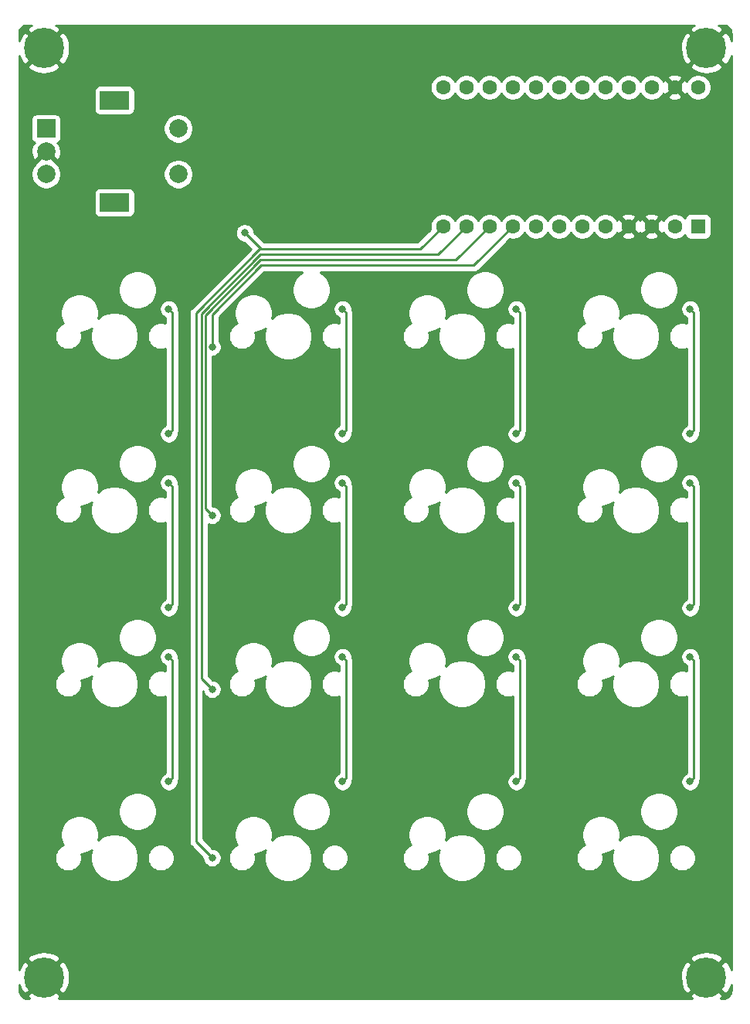
<source format=gbr>
%TF.GenerationSoftware,KiCad,Pcbnew,(5.1.10)-1*%
%TF.CreationDate,2021-05-20T01:46:34-05:00*%
%TF.ProjectId,smol-keypad,736d6f6c-2d6b-4657-9970-61642e6b6963,rev?*%
%TF.SameCoordinates,Original*%
%TF.FileFunction,Copper,L1,Top*%
%TF.FilePolarity,Positive*%
%FSLAX46Y46*%
G04 Gerber Fmt 4.6, Leading zero omitted, Abs format (unit mm)*
G04 Created by KiCad (PCBNEW (5.1.10)-1) date 2021-05-20 01:46:34*
%MOMM*%
%LPD*%
G01*
G04 APERTURE LIST*
%TA.AperFunction,ComponentPad*%
%ADD10R,2.000000X2.000000*%
%TD*%
%TA.AperFunction,ComponentPad*%
%ADD11C,2.000000*%
%TD*%
%TA.AperFunction,WasherPad*%
%ADD12R,3.200000X2.000000*%
%TD*%
%TA.AperFunction,ComponentPad*%
%ADD13C,4.400000*%
%TD*%
%TA.AperFunction,ComponentPad*%
%ADD14C,1.600000*%
%TD*%
%TA.AperFunction,ComponentPad*%
%ADD15R,1.600000X1.600000*%
%TD*%
%TA.AperFunction,ViaPad*%
%ADD16C,0.800000*%
%TD*%
%TA.AperFunction,Conductor*%
%ADD17C,0.250000*%
%TD*%
%TA.AperFunction,Conductor*%
%ADD18C,0.254000*%
%TD*%
%TA.AperFunction,Conductor*%
%ADD19C,0.100000*%
%TD*%
G04 APERTURE END LIST*
D10*
%TO.P,SW1,A*%
%TO.N,/pinA*%
X94893664Y-39767152D03*
D11*
%TO.P,SW1,C*%
%TO.N,GND*%
X94893664Y-42267152D03*
%TO.P,SW1,B*%
%TO.N,/pinB*%
X94893664Y-44767152D03*
D12*
%TO.P,SW1,*%
%TO.N,*%
X102393664Y-36667152D03*
X102393664Y-47867152D03*
D11*
%TO.P,SW1,S2*%
%TO.N,/rotEnc*%
X109393664Y-39767152D03*
%TO.P,SW1,S1*%
%TO.N,/colRotEnc*%
X109393664Y-44767152D03*
%TD*%
D13*
%TO.P,H4,1*%
%TO.N,GND*%
X167282672Y-132754576D03*
%TD*%
%TO.P,H3,1*%
%TO.N,GND*%
X94654608Y-132754576D03*
%TD*%
%TO.P,H2,1*%
%TO.N,GND*%
X167282672Y-30956224D03*
%TD*%
%TO.P,H1,1*%
%TO.N,GND*%
X94654608Y-30956224D03*
%TD*%
D14*
%TO.P,U1,24*%
%TO.N,Net-(U1-Pad24)*%
X166369872Y-35242464D03*
%TO.P,U1,23*%
%TO.N,GND*%
X163829872Y-35242464D03*
%TO.P,U1,22*%
%TO.N,Net-(U1-Pad22)*%
X161289872Y-35242464D03*
%TO.P,U1,21*%
%TO.N,Net-(U1-Pad21)*%
X158749872Y-35242464D03*
%TO.P,U1,20*%
%TO.N,/pinB*%
X156209872Y-35242464D03*
%TO.P,U1,19*%
%TO.N,/pinA*%
X153669872Y-35242464D03*
%TO.P,U1,18*%
%TO.N,Net-(U1-Pad18)*%
X151129872Y-35242464D03*
%TO.P,U1,17*%
%TO.N,Net-(U1-Pad17)*%
X148589872Y-35242464D03*
%TO.P,U1,16*%
%TO.N,Net-(U1-Pad16)*%
X146049872Y-35242464D03*
%TO.P,U1,15*%
%TO.N,Net-(U1-Pad15)*%
X143509872Y-35242464D03*
%TO.P,U1,14*%
%TO.N,Net-(U1-Pad14)*%
X140969872Y-35242464D03*
%TO.P,U1,13*%
%TO.N,Net-(U1-Pad13)*%
X138429872Y-35242464D03*
%TO.P,U1,12*%
%TO.N,/row3*%
X138429872Y-50482464D03*
%TO.P,U1,11*%
%TO.N,/row2*%
X140969872Y-50482464D03*
%TO.P,U1,10*%
%TO.N,/row1*%
X143509872Y-50482464D03*
%TO.P,U1,9*%
%TO.N,/row0*%
X146049872Y-50482464D03*
%TO.P,U1,8*%
%TO.N,/col0*%
X148589872Y-50482464D03*
%TO.P,U1,7*%
%TO.N,/col1*%
X151129872Y-50482464D03*
%TO.P,U1,6*%
%TO.N,/col2*%
X153669872Y-50482464D03*
%TO.P,U1,5*%
%TO.N,/col3*%
X156209872Y-50482464D03*
%TO.P,U1,4*%
%TO.N,GND*%
X158749872Y-50482464D03*
%TO.P,U1,3*%
X161289872Y-50482464D03*
%TO.P,U1,2*%
%TO.N,Net-(U1-Pad2)*%
X163829872Y-50482464D03*
D15*
%TO.P,U1,1*%
%TO.N,Net-(U1-Pad1)*%
X166369872Y-50482464D03*
%TD*%
D16*
%TO.N,/row0*%
X113109280Y-63698384D03*
%TO.N,/row1*%
X113109280Y-82153056D03*
%TO.N,/row2*%
X113109280Y-101203040D03*
%TO.N,/row3*%
X113109280Y-119657712D03*
X116681152Y-51196832D03*
%TO.N,/col0*%
X108346784Y-59531200D03*
X108346784Y-73223376D03*
X108346784Y-78581184D03*
X108346784Y-92273360D03*
X108346784Y-97631168D03*
X108346784Y-111323344D03*
%TO.N,/col1*%
X127396768Y-59531200D03*
X127396768Y-73223376D03*
X127396768Y-78581184D03*
X127396768Y-92273360D03*
X127396768Y-97631168D03*
X127396768Y-111323344D03*
%TO.N,/col2*%
X146446752Y-59531200D03*
X146446752Y-73223376D03*
X146446752Y-78581184D03*
X146446752Y-92273360D03*
X146446752Y-97631168D03*
X146446752Y-111323344D03*
%TO.N,/col3*%
X165496736Y-59531200D03*
X165496736Y-73223376D03*
X165496736Y-78581184D03*
X165496736Y-92273360D03*
X165496736Y-97631168D03*
X165496736Y-111323344D03*
%TD*%
D17*
%TO.N,/row0*%
X141763632Y-54768704D02*
X146049872Y-50482464D01*
X113109280Y-60126512D02*
X118467088Y-54768704D01*
X118467088Y-54768704D02*
X141763632Y-54768704D01*
X113109280Y-63698384D02*
X113109280Y-60126512D01*
%TO.N,/row1*%
X139818944Y-54173392D02*
X143509872Y-50482464D01*
X118425990Y-54173392D02*
X139818944Y-54173392D01*
X112384279Y-60215103D02*
X118425990Y-54173392D01*
X112384279Y-81428055D02*
X112384279Y-60215103D01*
X113109280Y-82153056D02*
X112384279Y-81428055D01*
%TO.N,/row2*%
X137874256Y-53578080D02*
X140969872Y-50482464D01*
X118384892Y-53578080D02*
X137874256Y-53578080D01*
X111934269Y-60028703D02*
X118384892Y-53578080D01*
X111934270Y-100028030D02*
X111934269Y-60028703D01*
X113109280Y-101203040D02*
X111934270Y-100028030D01*
%TO.N,/row3*%
X135929568Y-52982768D02*
X138429872Y-50482464D01*
X118343794Y-52982768D02*
X135929568Y-52982768D01*
X111323344Y-60003218D02*
X118343794Y-52982768D01*
X111323344Y-117871776D02*
X111323344Y-60003218D01*
X113109280Y-119657712D02*
X111323344Y-117871776D01*
X116681152Y-51196832D02*
X118467088Y-52982768D01*
%TO.N,/col0*%
X108746783Y-72823377D02*
X108346784Y-73223376D01*
X108746783Y-59931199D02*
X108746783Y-72823377D01*
X108346784Y-59531200D02*
X108746783Y-59931199D01*
X108746783Y-91873361D02*
X108346784Y-92273360D01*
X108746783Y-78981183D02*
X108746783Y-91873361D01*
X108346784Y-78581184D02*
X108746783Y-78981183D01*
X108746783Y-110923345D02*
X108346784Y-111323344D01*
X108746783Y-98031167D02*
X108746783Y-110923345D01*
X108346784Y-97631168D02*
X108746783Y-98031167D01*
%TO.N,/col1*%
X127796767Y-72823377D02*
X127396768Y-73223376D01*
X127796767Y-59931199D02*
X127796767Y-72823377D01*
X127396768Y-59531200D02*
X127796767Y-59931199D01*
X127796767Y-91873361D02*
X127396768Y-92273360D01*
X127796767Y-78981183D02*
X127796767Y-91873361D01*
X127396768Y-78581184D02*
X127796767Y-78981183D01*
X127796767Y-98031167D02*
X127796767Y-110923345D01*
X127796767Y-110923345D02*
X127396768Y-111323344D01*
X127396768Y-97631168D02*
X127796767Y-98031167D01*
%TO.N,/col2*%
X146846751Y-72823377D02*
X146446752Y-73223376D01*
X146846751Y-59931199D02*
X146846751Y-72823377D01*
X146446752Y-59531200D02*
X146846751Y-59931199D01*
X146846751Y-91873361D02*
X146446752Y-92273360D01*
X146846751Y-78981183D02*
X146846751Y-91873361D01*
X146446752Y-78581184D02*
X146846751Y-78981183D01*
X146846751Y-110923345D02*
X146446752Y-111323344D01*
X146846751Y-98031167D02*
X146846751Y-110923345D01*
X146446752Y-97631168D02*
X146846751Y-98031167D01*
%TO.N,/col3*%
X165896735Y-72823377D02*
X165496736Y-73223376D01*
X165896735Y-59931199D02*
X165896735Y-72823377D01*
X165496736Y-59531200D02*
X165896735Y-59931199D01*
X165896735Y-91873361D02*
X165496736Y-92273360D01*
X165896735Y-78981183D02*
X165896735Y-91873361D01*
X165496736Y-78581184D02*
X165896735Y-78981183D01*
X165896735Y-110923345D02*
X165496736Y-111323344D01*
X165896735Y-98031167D02*
X165896735Y-110923345D01*
X165496736Y-97631168D02*
X165896735Y-98031167D01*
%TD*%
D18*
%TO.N,GND*%
X93084584Y-28579206D02*
X92844438Y-28966449D01*
X94654608Y-30776619D01*
X96464778Y-28966449D01*
X96224632Y-28579206D01*
X95963195Y-28441250D01*
X165970744Y-28441250D01*
X165712648Y-28579206D01*
X165472502Y-28966449D01*
X167282672Y-30776619D01*
X169092842Y-28966449D01*
X168852696Y-28579206D01*
X168591259Y-28441250D01*
X169036471Y-28441250D01*
X169248288Y-28462019D01*
X169420987Y-28514160D01*
X169580268Y-28598852D01*
X169720069Y-28712869D01*
X169835058Y-28851867D01*
X169920860Y-29010555D01*
X169974205Y-29182885D01*
X169996251Y-29392639D01*
X169996250Y-30135237D01*
X169908700Y-29852063D01*
X169659690Y-29386200D01*
X169272447Y-29146054D01*
X167462277Y-30956224D01*
X169272447Y-32766394D01*
X169659690Y-32526248D01*
X169920313Y-32032347D01*
X169996248Y-31777139D01*
X169996111Y-131933140D01*
X169908700Y-131650415D01*
X169659690Y-131184552D01*
X169272447Y-130944406D01*
X167462277Y-132754576D01*
X169272447Y-134564746D01*
X169659690Y-134324600D01*
X169920313Y-133830699D01*
X169996109Y-133575957D01*
X169996108Y-134111355D01*
X169975339Y-134323174D01*
X169923199Y-134495872D01*
X169838507Y-134655154D01*
X169724486Y-134794957D01*
X169585493Y-134909942D01*
X169426803Y-134995746D01*
X169254473Y-135049091D01*
X169044727Y-135071136D01*
X168890189Y-135071136D01*
X169092842Y-134744351D01*
X167282672Y-132934181D01*
X165472502Y-134744351D01*
X165675155Y-135071136D01*
X96262125Y-135071136D01*
X96464778Y-134744351D01*
X94654608Y-132934181D01*
X92844438Y-134744351D01*
X93047091Y-135071136D01*
X92900888Y-135071136D01*
X92689070Y-135050367D01*
X92516372Y-134998227D01*
X92357090Y-134913535D01*
X92217287Y-134799514D01*
X92102302Y-134660521D01*
X92016498Y-134501831D01*
X91963153Y-134329501D01*
X91941107Y-134119746D01*
X91941108Y-133575814D01*
X92028580Y-133858737D01*
X92277590Y-134324600D01*
X92664833Y-134564746D01*
X94475003Y-132754576D01*
X94834213Y-132754576D01*
X96644383Y-134564746D01*
X97031626Y-134324600D01*
X97292249Y-133830699D01*
X97451509Y-133295443D01*
X97500460Y-132769750D01*
X164433994Y-132769750D01*
X164491691Y-133325208D01*
X164656644Y-133858737D01*
X164905654Y-134324600D01*
X165292897Y-134564746D01*
X167103067Y-132754576D01*
X165292897Y-130944406D01*
X164905654Y-131184552D01*
X164645031Y-131678453D01*
X164485771Y-132213709D01*
X164433994Y-132769750D01*
X97500460Y-132769750D01*
X97503286Y-132739402D01*
X97445589Y-132183944D01*
X97280636Y-131650415D01*
X97031626Y-131184552D01*
X96644383Y-130944406D01*
X94834213Y-132754576D01*
X94475003Y-132754576D01*
X92664833Y-130944406D01*
X92277590Y-131184552D01*
X92016967Y-131678453D01*
X91941110Y-131933400D01*
X91941111Y-130764801D01*
X92844438Y-130764801D01*
X94654608Y-132574971D01*
X96464778Y-130764801D01*
X165472502Y-130764801D01*
X167282672Y-132574971D01*
X169092842Y-130764801D01*
X168852696Y-130377558D01*
X168358795Y-130116935D01*
X167823539Y-129957675D01*
X167267498Y-129905898D01*
X166712040Y-129963595D01*
X166178511Y-130128548D01*
X165712648Y-130377558D01*
X165472502Y-130764801D01*
X96464778Y-130764801D01*
X96224632Y-130377558D01*
X95730731Y-130116935D01*
X95195475Y-129957675D01*
X94639434Y-129905898D01*
X94083976Y-129963595D01*
X93550447Y-130128548D01*
X93084584Y-130377558D01*
X92844438Y-130764801D01*
X91941111Y-130764801D01*
X91941126Y-119511278D01*
X95827816Y-119511278D01*
X95827816Y-119803974D01*
X95884918Y-120091047D01*
X95996928Y-120361464D01*
X96159542Y-120604832D01*
X96366510Y-120811800D01*
X96609878Y-120974414D01*
X96880295Y-121086424D01*
X97167368Y-121143526D01*
X97460064Y-121143526D01*
X97747137Y-121086424D01*
X98017554Y-120974414D01*
X98260922Y-120811800D01*
X98467890Y-120604832D01*
X98630504Y-120361464D01*
X98742514Y-120091047D01*
X98799616Y-119803974D01*
X98799616Y-119511278D01*
X98748167Y-119252626D01*
X98793995Y-119252626D01*
X99206472Y-119170579D01*
X99595018Y-119009638D01*
X99901424Y-118804905D01*
X99865843Y-118890804D01*
X99764816Y-119398702D01*
X99764816Y-119916550D01*
X99865843Y-120424448D01*
X100064015Y-120902877D01*
X100351716Y-121333452D01*
X100717890Y-121699626D01*
X101148465Y-121987327D01*
X101626894Y-122185499D01*
X102134792Y-122286526D01*
X102652640Y-122286526D01*
X103160538Y-122185499D01*
X103638967Y-121987327D01*
X104069542Y-121699626D01*
X104435716Y-121333452D01*
X104723417Y-120902877D01*
X104921589Y-120424448D01*
X105022616Y-119916550D01*
X105022616Y-119511278D01*
X105987816Y-119511278D01*
X105987816Y-119803974D01*
X106044918Y-120091047D01*
X106156928Y-120361464D01*
X106319542Y-120604832D01*
X106526510Y-120811800D01*
X106769878Y-120974414D01*
X107040295Y-121086424D01*
X107327368Y-121143526D01*
X107620064Y-121143526D01*
X107907137Y-121086424D01*
X108177554Y-120974414D01*
X108420922Y-120811800D01*
X108627890Y-120604832D01*
X108790504Y-120361464D01*
X108902514Y-120091047D01*
X108959616Y-119803974D01*
X108959616Y-119511278D01*
X108902514Y-119224205D01*
X108790504Y-118953788D01*
X108627890Y-118710420D01*
X108420922Y-118503452D01*
X108177554Y-118340838D01*
X107907137Y-118228828D01*
X107620064Y-118171726D01*
X107327368Y-118171726D01*
X107040295Y-118228828D01*
X106769878Y-118340838D01*
X106526510Y-118503452D01*
X106319542Y-118710420D01*
X106156928Y-118953788D01*
X106044918Y-119224205D01*
X105987816Y-119511278D01*
X105022616Y-119511278D01*
X105022616Y-119398702D01*
X104921589Y-118890804D01*
X104723417Y-118412375D01*
X104435716Y-117981800D01*
X104069542Y-117615626D01*
X103638967Y-117327925D01*
X103160538Y-117129753D01*
X102652640Y-117028726D01*
X102134792Y-117028726D01*
X101626894Y-117129753D01*
X101148465Y-117327925D01*
X100717890Y-117615626D01*
X100647479Y-117686037D01*
X100718716Y-117327905D01*
X100718716Y-116907347D01*
X100636669Y-116494870D01*
X100475728Y-116106324D01*
X100242079Y-115756643D01*
X99944699Y-115459263D01*
X99595018Y-115225614D01*
X99206472Y-115064673D01*
X98793995Y-114982626D01*
X98373437Y-114982626D01*
X97960960Y-115064673D01*
X97572414Y-115225614D01*
X97222733Y-115459263D01*
X96925353Y-115756643D01*
X96691704Y-116106324D01*
X96530763Y-116494870D01*
X96448716Y-116907347D01*
X96448716Y-117327905D01*
X96530763Y-117740382D01*
X96691704Y-118128928D01*
X96784866Y-118268356D01*
X96609878Y-118340838D01*
X96366510Y-118503452D01*
X96159542Y-118710420D01*
X95996928Y-118953788D01*
X95884918Y-119224205D01*
X95827816Y-119511278D01*
X91941126Y-119511278D01*
X91941132Y-114367347D01*
X102798716Y-114367347D01*
X102798716Y-114787905D01*
X102880763Y-115200382D01*
X103041704Y-115588928D01*
X103275353Y-115938609D01*
X103572733Y-116235989D01*
X103922414Y-116469638D01*
X104310960Y-116630579D01*
X104723437Y-116712626D01*
X105143995Y-116712626D01*
X105556472Y-116630579D01*
X105945018Y-116469638D01*
X106294699Y-116235989D01*
X106592079Y-115938609D01*
X106825728Y-115588928D01*
X106986669Y-115200382D01*
X107068716Y-114787905D01*
X107068716Y-114367347D01*
X106986669Y-113954870D01*
X106825728Y-113566324D01*
X106592079Y-113216643D01*
X106294699Y-112919263D01*
X105945018Y-112685614D01*
X105556472Y-112524673D01*
X105143995Y-112442626D01*
X104723437Y-112442626D01*
X104310960Y-112524673D01*
X103922414Y-112685614D01*
X103572733Y-112919263D01*
X103275353Y-113216643D01*
X103041704Y-113566324D01*
X102880763Y-113954870D01*
X102798716Y-114367347D01*
X91941132Y-114367347D01*
X91941151Y-100461278D01*
X95827816Y-100461278D01*
X95827816Y-100753974D01*
X95884918Y-101041047D01*
X95996928Y-101311464D01*
X96159542Y-101554832D01*
X96366510Y-101761800D01*
X96609878Y-101924414D01*
X96880295Y-102036424D01*
X97167368Y-102093526D01*
X97460064Y-102093526D01*
X97747137Y-102036424D01*
X98017554Y-101924414D01*
X98260922Y-101761800D01*
X98467890Y-101554832D01*
X98630504Y-101311464D01*
X98742514Y-101041047D01*
X98799616Y-100753974D01*
X98799616Y-100461278D01*
X98748167Y-100202626D01*
X98793995Y-100202626D01*
X99206472Y-100120579D01*
X99595018Y-99959638D01*
X99901424Y-99754905D01*
X99865843Y-99840804D01*
X99764816Y-100348702D01*
X99764816Y-100866550D01*
X99865843Y-101374448D01*
X100064015Y-101852877D01*
X100351716Y-102283452D01*
X100717890Y-102649626D01*
X101148465Y-102937327D01*
X101626894Y-103135499D01*
X102134792Y-103236526D01*
X102652640Y-103236526D01*
X103160538Y-103135499D01*
X103638967Y-102937327D01*
X104069542Y-102649626D01*
X104435716Y-102283452D01*
X104723417Y-101852877D01*
X104921589Y-101374448D01*
X105022616Y-100866550D01*
X105022616Y-100461278D01*
X105987816Y-100461278D01*
X105987816Y-100753974D01*
X106044918Y-101041047D01*
X106156928Y-101311464D01*
X106319542Y-101554832D01*
X106526510Y-101761800D01*
X106769878Y-101924414D01*
X107040295Y-102036424D01*
X107327368Y-102093526D01*
X107620064Y-102093526D01*
X107907137Y-102036424D01*
X107986783Y-102003434D01*
X107986784Y-110352185D01*
X107856528Y-110406139D01*
X107687010Y-110519407D01*
X107542847Y-110663570D01*
X107429579Y-110833088D01*
X107351558Y-111021446D01*
X107311784Y-111221405D01*
X107311784Y-111425283D01*
X107351558Y-111625242D01*
X107429579Y-111813600D01*
X107542847Y-111983118D01*
X107687010Y-112127281D01*
X107856528Y-112240549D01*
X108044886Y-112318570D01*
X108244845Y-112358344D01*
X108448723Y-112358344D01*
X108648682Y-112318570D01*
X108837040Y-112240549D01*
X109006558Y-112127281D01*
X109150721Y-111983118D01*
X109263989Y-111813600D01*
X109342010Y-111625242D01*
X109381784Y-111425283D01*
X109381784Y-111347570D01*
X109452329Y-111215592D01*
X109495786Y-111072331D01*
X109506783Y-110960678D01*
X109506783Y-110960668D01*
X109510459Y-110923346D01*
X109506783Y-110886023D01*
X109506783Y-98068489D01*
X109510459Y-98031166D01*
X109506783Y-97993844D01*
X109506783Y-97993834D01*
X109495786Y-97882181D01*
X109452329Y-97738920D01*
X109381784Y-97606942D01*
X109381784Y-97529229D01*
X109342010Y-97329270D01*
X109263989Y-97140912D01*
X109150721Y-96971394D01*
X109006558Y-96827231D01*
X108837040Y-96713963D01*
X108648682Y-96635942D01*
X108448723Y-96596168D01*
X108244845Y-96596168D01*
X108044886Y-96635942D01*
X107856528Y-96713963D01*
X107687010Y-96827231D01*
X107542847Y-96971394D01*
X107429579Y-97140912D01*
X107351558Y-97329270D01*
X107311784Y-97529229D01*
X107311784Y-97733107D01*
X107351558Y-97933066D01*
X107429579Y-98121424D01*
X107542847Y-98290942D01*
X107687010Y-98435105D01*
X107856528Y-98548373D01*
X107986783Y-98602327D01*
X107986783Y-99211818D01*
X107907137Y-99178828D01*
X107620064Y-99121726D01*
X107327368Y-99121726D01*
X107040295Y-99178828D01*
X106769878Y-99290838D01*
X106526510Y-99453452D01*
X106319542Y-99660420D01*
X106156928Y-99903788D01*
X106044918Y-100174205D01*
X105987816Y-100461278D01*
X105022616Y-100461278D01*
X105022616Y-100348702D01*
X104921589Y-99840804D01*
X104723417Y-99362375D01*
X104435716Y-98931800D01*
X104069542Y-98565626D01*
X103638967Y-98277925D01*
X103160538Y-98079753D01*
X102652640Y-97978726D01*
X102134792Y-97978726D01*
X101626894Y-98079753D01*
X101148465Y-98277925D01*
X100717890Y-98565626D01*
X100647479Y-98636037D01*
X100718716Y-98277905D01*
X100718716Y-97857347D01*
X100636669Y-97444870D01*
X100475728Y-97056324D01*
X100242079Y-96706643D01*
X99944699Y-96409263D01*
X99595018Y-96175614D01*
X99206472Y-96014673D01*
X98793995Y-95932626D01*
X98373437Y-95932626D01*
X97960960Y-96014673D01*
X97572414Y-96175614D01*
X97222733Y-96409263D01*
X96925353Y-96706643D01*
X96691704Y-97056324D01*
X96530763Y-97444870D01*
X96448716Y-97857347D01*
X96448716Y-98277905D01*
X96530763Y-98690382D01*
X96691704Y-99078928D01*
X96784866Y-99218356D01*
X96609878Y-99290838D01*
X96366510Y-99453452D01*
X96159542Y-99660420D01*
X95996928Y-99903788D01*
X95884918Y-100174205D01*
X95827816Y-100461278D01*
X91941151Y-100461278D01*
X91941158Y-95317347D01*
X102798716Y-95317347D01*
X102798716Y-95737905D01*
X102880763Y-96150382D01*
X103041704Y-96538928D01*
X103275353Y-96888609D01*
X103572733Y-97185989D01*
X103922414Y-97419638D01*
X104310960Y-97580579D01*
X104723437Y-97662626D01*
X105143995Y-97662626D01*
X105556472Y-97580579D01*
X105945018Y-97419638D01*
X106294699Y-97185989D01*
X106592079Y-96888609D01*
X106825728Y-96538928D01*
X106986669Y-96150382D01*
X107068716Y-95737905D01*
X107068716Y-95317347D01*
X106986669Y-94904870D01*
X106825728Y-94516324D01*
X106592079Y-94166643D01*
X106294699Y-93869263D01*
X105945018Y-93635614D01*
X105556472Y-93474673D01*
X105143995Y-93392626D01*
X104723437Y-93392626D01*
X104310960Y-93474673D01*
X103922414Y-93635614D01*
X103572733Y-93869263D01*
X103275353Y-94166643D01*
X103041704Y-94516324D01*
X102880763Y-94904870D01*
X102798716Y-95317347D01*
X91941158Y-95317347D01*
X91941177Y-81411278D01*
X95827816Y-81411278D01*
X95827816Y-81703974D01*
X95884918Y-81991047D01*
X95996928Y-82261464D01*
X96159542Y-82504832D01*
X96366510Y-82711800D01*
X96609878Y-82874414D01*
X96880295Y-82986424D01*
X97167368Y-83043526D01*
X97460064Y-83043526D01*
X97747137Y-82986424D01*
X98017554Y-82874414D01*
X98260922Y-82711800D01*
X98467890Y-82504832D01*
X98630504Y-82261464D01*
X98742514Y-81991047D01*
X98799616Y-81703974D01*
X98799616Y-81411278D01*
X98748167Y-81152626D01*
X98793995Y-81152626D01*
X99206472Y-81070579D01*
X99595018Y-80909638D01*
X99901424Y-80704905D01*
X99865843Y-80790804D01*
X99764816Y-81298702D01*
X99764816Y-81816550D01*
X99865843Y-82324448D01*
X100064015Y-82802877D01*
X100351716Y-83233452D01*
X100717890Y-83599626D01*
X101148465Y-83887327D01*
X101626894Y-84085499D01*
X102134792Y-84186526D01*
X102652640Y-84186526D01*
X103160538Y-84085499D01*
X103638967Y-83887327D01*
X104069542Y-83599626D01*
X104435716Y-83233452D01*
X104723417Y-82802877D01*
X104921589Y-82324448D01*
X105022616Y-81816550D01*
X105022616Y-81411278D01*
X105987816Y-81411278D01*
X105987816Y-81703974D01*
X106044918Y-81991047D01*
X106156928Y-82261464D01*
X106319542Y-82504832D01*
X106526510Y-82711800D01*
X106769878Y-82874414D01*
X107040295Y-82986424D01*
X107327368Y-83043526D01*
X107620064Y-83043526D01*
X107907137Y-82986424D01*
X107986783Y-82953434D01*
X107986784Y-91302201D01*
X107856528Y-91356155D01*
X107687010Y-91469423D01*
X107542847Y-91613586D01*
X107429579Y-91783104D01*
X107351558Y-91971462D01*
X107311784Y-92171421D01*
X107311784Y-92375299D01*
X107351558Y-92575258D01*
X107429579Y-92763616D01*
X107542847Y-92933134D01*
X107687010Y-93077297D01*
X107856528Y-93190565D01*
X108044886Y-93268586D01*
X108244845Y-93308360D01*
X108448723Y-93308360D01*
X108648682Y-93268586D01*
X108837040Y-93190565D01*
X109006558Y-93077297D01*
X109150721Y-92933134D01*
X109263989Y-92763616D01*
X109342010Y-92575258D01*
X109381784Y-92375299D01*
X109381784Y-92297586D01*
X109452329Y-92165608D01*
X109495786Y-92022347D01*
X109506783Y-91910694D01*
X109506783Y-91910684D01*
X109510459Y-91873362D01*
X109506783Y-91836039D01*
X109506783Y-79018505D01*
X109510459Y-78981182D01*
X109506783Y-78943860D01*
X109506783Y-78943850D01*
X109495786Y-78832197D01*
X109452329Y-78688936D01*
X109381784Y-78556958D01*
X109381784Y-78479245D01*
X109342010Y-78279286D01*
X109263989Y-78090928D01*
X109150721Y-77921410D01*
X109006558Y-77777247D01*
X108837040Y-77663979D01*
X108648682Y-77585958D01*
X108448723Y-77546184D01*
X108244845Y-77546184D01*
X108044886Y-77585958D01*
X107856528Y-77663979D01*
X107687010Y-77777247D01*
X107542847Y-77921410D01*
X107429579Y-78090928D01*
X107351558Y-78279286D01*
X107311784Y-78479245D01*
X107311784Y-78683123D01*
X107351558Y-78883082D01*
X107429579Y-79071440D01*
X107542847Y-79240958D01*
X107687010Y-79385121D01*
X107856528Y-79498389D01*
X107986783Y-79552343D01*
X107986783Y-80161818D01*
X107907137Y-80128828D01*
X107620064Y-80071726D01*
X107327368Y-80071726D01*
X107040295Y-80128828D01*
X106769878Y-80240838D01*
X106526510Y-80403452D01*
X106319542Y-80610420D01*
X106156928Y-80853788D01*
X106044918Y-81124205D01*
X105987816Y-81411278D01*
X105022616Y-81411278D01*
X105022616Y-81298702D01*
X104921589Y-80790804D01*
X104723417Y-80312375D01*
X104435716Y-79881800D01*
X104069542Y-79515626D01*
X103638967Y-79227925D01*
X103160538Y-79029753D01*
X102652640Y-78928726D01*
X102134792Y-78928726D01*
X101626894Y-79029753D01*
X101148465Y-79227925D01*
X100717890Y-79515626D01*
X100647479Y-79586037D01*
X100718716Y-79227905D01*
X100718716Y-78807347D01*
X100636669Y-78394870D01*
X100475728Y-78006324D01*
X100242079Y-77656643D01*
X99944699Y-77359263D01*
X99595018Y-77125614D01*
X99206472Y-76964673D01*
X98793995Y-76882626D01*
X98373437Y-76882626D01*
X97960960Y-76964673D01*
X97572414Y-77125614D01*
X97222733Y-77359263D01*
X96925353Y-77656643D01*
X96691704Y-78006324D01*
X96530763Y-78394870D01*
X96448716Y-78807347D01*
X96448716Y-79227905D01*
X96530763Y-79640382D01*
X96691704Y-80028928D01*
X96784866Y-80168356D01*
X96609878Y-80240838D01*
X96366510Y-80403452D01*
X96159542Y-80610420D01*
X95996928Y-80853788D01*
X95884918Y-81124205D01*
X95827816Y-81411278D01*
X91941177Y-81411278D01*
X91941184Y-76267347D01*
X102798716Y-76267347D01*
X102798716Y-76687905D01*
X102880763Y-77100382D01*
X103041704Y-77488928D01*
X103275353Y-77838609D01*
X103572733Y-78135989D01*
X103922414Y-78369638D01*
X104310960Y-78530579D01*
X104723437Y-78612626D01*
X105143995Y-78612626D01*
X105556472Y-78530579D01*
X105945018Y-78369638D01*
X106294699Y-78135989D01*
X106592079Y-77838609D01*
X106825728Y-77488928D01*
X106986669Y-77100382D01*
X107068716Y-76687905D01*
X107068716Y-76267347D01*
X106986669Y-75854870D01*
X106825728Y-75466324D01*
X106592079Y-75116643D01*
X106294699Y-74819263D01*
X105945018Y-74585614D01*
X105556472Y-74424673D01*
X105143995Y-74342626D01*
X104723437Y-74342626D01*
X104310960Y-74424673D01*
X103922414Y-74585614D01*
X103572733Y-74819263D01*
X103275353Y-75116643D01*
X103041704Y-75466324D01*
X102880763Y-75854870D01*
X102798716Y-76267347D01*
X91941184Y-76267347D01*
X91941203Y-62361278D01*
X95827816Y-62361278D01*
X95827816Y-62653974D01*
X95884918Y-62941047D01*
X95996928Y-63211464D01*
X96159542Y-63454832D01*
X96366510Y-63661800D01*
X96609878Y-63824414D01*
X96880295Y-63936424D01*
X97167368Y-63993526D01*
X97460064Y-63993526D01*
X97747137Y-63936424D01*
X98017554Y-63824414D01*
X98260922Y-63661800D01*
X98467890Y-63454832D01*
X98630504Y-63211464D01*
X98742514Y-62941047D01*
X98799616Y-62653974D01*
X98799616Y-62361278D01*
X98748167Y-62102626D01*
X98793995Y-62102626D01*
X99206472Y-62020579D01*
X99595018Y-61859638D01*
X99901424Y-61654905D01*
X99865843Y-61740804D01*
X99764816Y-62248702D01*
X99764816Y-62766550D01*
X99865843Y-63274448D01*
X100064015Y-63752877D01*
X100351716Y-64183452D01*
X100717890Y-64549626D01*
X101148465Y-64837327D01*
X101626894Y-65035499D01*
X102134792Y-65136526D01*
X102652640Y-65136526D01*
X103160538Y-65035499D01*
X103638967Y-64837327D01*
X104069542Y-64549626D01*
X104435716Y-64183452D01*
X104723417Y-63752877D01*
X104921589Y-63274448D01*
X105022616Y-62766550D01*
X105022616Y-62361278D01*
X105987816Y-62361278D01*
X105987816Y-62653974D01*
X106044918Y-62941047D01*
X106156928Y-63211464D01*
X106319542Y-63454832D01*
X106526510Y-63661800D01*
X106769878Y-63824414D01*
X107040295Y-63936424D01*
X107327368Y-63993526D01*
X107620064Y-63993526D01*
X107907137Y-63936424D01*
X107986783Y-63903434D01*
X107986784Y-72252217D01*
X107856528Y-72306171D01*
X107687010Y-72419439D01*
X107542847Y-72563602D01*
X107429579Y-72733120D01*
X107351558Y-72921478D01*
X107311784Y-73121437D01*
X107311784Y-73325315D01*
X107351558Y-73525274D01*
X107429579Y-73713632D01*
X107542847Y-73883150D01*
X107687010Y-74027313D01*
X107856528Y-74140581D01*
X108044886Y-74218602D01*
X108244845Y-74258376D01*
X108448723Y-74258376D01*
X108648682Y-74218602D01*
X108837040Y-74140581D01*
X109006558Y-74027313D01*
X109150721Y-73883150D01*
X109263989Y-73713632D01*
X109342010Y-73525274D01*
X109381784Y-73325315D01*
X109381784Y-73247602D01*
X109452329Y-73115624D01*
X109495786Y-72972363D01*
X109506783Y-72860710D01*
X109506783Y-72860700D01*
X109510459Y-72823378D01*
X109506783Y-72786055D01*
X109506783Y-60003218D01*
X110559668Y-60003218D01*
X110563345Y-60040551D01*
X110563344Y-117834454D01*
X110559668Y-117871776D01*
X110563344Y-117909098D01*
X110563344Y-117909108D01*
X110574341Y-118020761D01*
X110607153Y-118128928D01*
X110617798Y-118164022D01*
X110688370Y-118296052D01*
X110725125Y-118340838D01*
X110783343Y-118411777D01*
X110812347Y-118435580D01*
X112074280Y-119697514D01*
X112074280Y-119759651D01*
X112114054Y-119959610D01*
X112192075Y-120147968D01*
X112305343Y-120317486D01*
X112449506Y-120461649D01*
X112619024Y-120574917D01*
X112807382Y-120652938D01*
X113007341Y-120692712D01*
X113211219Y-120692712D01*
X113411178Y-120652938D01*
X113599536Y-120574917D01*
X113769054Y-120461649D01*
X113913217Y-120317486D01*
X114026485Y-120147968D01*
X114104506Y-119959610D01*
X114144280Y-119759651D01*
X114144280Y-119555773D01*
X114135430Y-119511278D01*
X114877816Y-119511278D01*
X114877816Y-119803974D01*
X114934918Y-120091047D01*
X115046928Y-120361464D01*
X115209542Y-120604832D01*
X115416510Y-120811800D01*
X115659878Y-120974414D01*
X115930295Y-121086424D01*
X116217368Y-121143526D01*
X116510064Y-121143526D01*
X116797137Y-121086424D01*
X117067554Y-120974414D01*
X117310922Y-120811800D01*
X117517890Y-120604832D01*
X117680504Y-120361464D01*
X117792514Y-120091047D01*
X117849616Y-119803974D01*
X117849616Y-119511278D01*
X117798167Y-119252626D01*
X117843995Y-119252626D01*
X118256472Y-119170579D01*
X118645018Y-119009638D01*
X118951424Y-118804905D01*
X118915843Y-118890804D01*
X118814816Y-119398702D01*
X118814816Y-119916550D01*
X118915843Y-120424448D01*
X119114015Y-120902877D01*
X119401716Y-121333452D01*
X119767890Y-121699626D01*
X120198465Y-121987327D01*
X120676894Y-122185499D01*
X121184792Y-122286526D01*
X121702640Y-122286526D01*
X122210538Y-122185499D01*
X122688967Y-121987327D01*
X123119542Y-121699626D01*
X123485716Y-121333452D01*
X123773417Y-120902877D01*
X123971589Y-120424448D01*
X124072616Y-119916550D01*
X124072616Y-119511278D01*
X125037816Y-119511278D01*
X125037816Y-119803974D01*
X125094918Y-120091047D01*
X125206928Y-120361464D01*
X125369542Y-120604832D01*
X125576510Y-120811800D01*
X125819878Y-120974414D01*
X126090295Y-121086424D01*
X126377368Y-121143526D01*
X126670064Y-121143526D01*
X126957137Y-121086424D01*
X127227554Y-120974414D01*
X127470922Y-120811800D01*
X127677890Y-120604832D01*
X127840504Y-120361464D01*
X127952514Y-120091047D01*
X128009616Y-119803974D01*
X128009616Y-119511278D01*
X133927816Y-119511278D01*
X133927816Y-119803974D01*
X133984918Y-120091047D01*
X134096928Y-120361464D01*
X134259542Y-120604832D01*
X134466510Y-120811800D01*
X134709878Y-120974414D01*
X134980295Y-121086424D01*
X135267368Y-121143526D01*
X135560064Y-121143526D01*
X135847137Y-121086424D01*
X136117554Y-120974414D01*
X136360922Y-120811800D01*
X136567890Y-120604832D01*
X136730504Y-120361464D01*
X136842514Y-120091047D01*
X136899616Y-119803974D01*
X136899616Y-119511278D01*
X136848167Y-119252626D01*
X136893995Y-119252626D01*
X137306472Y-119170579D01*
X137695018Y-119009638D01*
X138001424Y-118804905D01*
X137965843Y-118890804D01*
X137864816Y-119398702D01*
X137864816Y-119916550D01*
X137965843Y-120424448D01*
X138164015Y-120902877D01*
X138451716Y-121333452D01*
X138817890Y-121699626D01*
X139248465Y-121987327D01*
X139726894Y-122185499D01*
X140234792Y-122286526D01*
X140752640Y-122286526D01*
X141260538Y-122185499D01*
X141738967Y-121987327D01*
X142169542Y-121699626D01*
X142535716Y-121333452D01*
X142823417Y-120902877D01*
X143021589Y-120424448D01*
X143122616Y-119916550D01*
X143122616Y-119511278D01*
X144087816Y-119511278D01*
X144087816Y-119803974D01*
X144144918Y-120091047D01*
X144256928Y-120361464D01*
X144419542Y-120604832D01*
X144626510Y-120811800D01*
X144869878Y-120974414D01*
X145140295Y-121086424D01*
X145427368Y-121143526D01*
X145720064Y-121143526D01*
X146007137Y-121086424D01*
X146277554Y-120974414D01*
X146520922Y-120811800D01*
X146727890Y-120604832D01*
X146890504Y-120361464D01*
X147002514Y-120091047D01*
X147059616Y-119803974D01*
X147059616Y-119511278D01*
X152977816Y-119511278D01*
X152977816Y-119803974D01*
X153034918Y-120091047D01*
X153146928Y-120361464D01*
X153309542Y-120604832D01*
X153516510Y-120811800D01*
X153759878Y-120974414D01*
X154030295Y-121086424D01*
X154317368Y-121143526D01*
X154610064Y-121143526D01*
X154897137Y-121086424D01*
X155167554Y-120974414D01*
X155410922Y-120811800D01*
X155617890Y-120604832D01*
X155780504Y-120361464D01*
X155892514Y-120091047D01*
X155949616Y-119803974D01*
X155949616Y-119511278D01*
X155898167Y-119252626D01*
X155943995Y-119252626D01*
X156356472Y-119170579D01*
X156745018Y-119009638D01*
X157051424Y-118804905D01*
X157015843Y-118890804D01*
X156914816Y-119398702D01*
X156914816Y-119916550D01*
X157015843Y-120424448D01*
X157214015Y-120902877D01*
X157501716Y-121333452D01*
X157867890Y-121699626D01*
X158298465Y-121987327D01*
X158776894Y-122185499D01*
X159284792Y-122286526D01*
X159802640Y-122286526D01*
X160310538Y-122185499D01*
X160788967Y-121987327D01*
X161219542Y-121699626D01*
X161585716Y-121333452D01*
X161873417Y-120902877D01*
X162071589Y-120424448D01*
X162172616Y-119916550D01*
X162172616Y-119511278D01*
X163137816Y-119511278D01*
X163137816Y-119803974D01*
X163194918Y-120091047D01*
X163306928Y-120361464D01*
X163469542Y-120604832D01*
X163676510Y-120811800D01*
X163919878Y-120974414D01*
X164190295Y-121086424D01*
X164477368Y-121143526D01*
X164770064Y-121143526D01*
X165057137Y-121086424D01*
X165327554Y-120974414D01*
X165570922Y-120811800D01*
X165777890Y-120604832D01*
X165940504Y-120361464D01*
X166052514Y-120091047D01*
X166109616Y-119803974D01*
X166109616Y-119511278D01*
X166052514Y-119224205D01*
X165940504Y-118953788D01*
X165777890Y-118710420D01*
X165570922Y-118503452D01*
X165327554Y-118340838D01*
X165057137Y-118228828D01*
X164770064Y-118171726D01*
X164477368Y-118171726D01*
X164190295Y-118228828D01*
X163919878Y-118340838D01*
X163676510Y-118503452D01*
X163469542Y-118710420D01*
X163306928Y-118953788D01*
X163194918Y-119224205D01*
X163137816Y-119511278D01*
X162172616Y-119511278D01*
X162172616Y-119398702D01*
X162071589Y-118890804D01*
X161873417Y-118412375D01*
X161585716Y-117981800D01*
X161219542Y-117615626D01*
X160788967Y-117327925D01*
X160310538Y-117129753D01*
X159802640Y-117028726D01*
X159284792Y-117028726D01*
X158776894Y-117129753D01*
X158298465Y-117327925D01*
X157867890Y-117615626D01*
X157797479Y-117686037D01*
X157868716Y-117327905D01*
X157868716Y-116907347D01*
X157786669Y-116494870D01*
X157625728Y-116106324D01*
X157392079Y-115756643D01*
X157094699Y-115459263D01*
X156745018Y-115225614D01*
X156356472Y-115064673D01*
X155943995Y-114982626D01*
X155523437Y-114982626D01*
X155110960Y-115064673D01*
X154722414Y-115225614D01*
X154372733Y-115459263D01*
X154075353Y-115756643D01*
X153841704Y-116106324D01*
X153680763Y-116494870D01*
X153598716Y-116907347D01*
X153598716Y-117327905D01*
X153680763Y-117740382D01*
X153841704Y-118128928D01*
X153934866Y-118268356D01*
X153759878Y-118340838D01*
X153516510Y-118503452D01*
X153309542Y-118710420D01*
X153146928Y-118953788D01*
X153034918Y-119224205D01*
X152977816Y-119511278D01*
X147059616Y-119511278D01*
X147002514Y-119224205D01*
X146890504Y-118953788D01*
X146727890Y-118710420D01*
X146520922Y-118503452D01*
X146277554Y-118340838D01*
X146007137Y-118228828D01*
X145720064Y-118171726D01*
X145427368Y-118171726D01*
X145140295Y-118228828D01*
X144869878Y-118340838D01*
X144626510Y-118503452D01*
X144419542Y-118710420D01*
X144256928Y-118953788D01*
X144144918Y-119224205D01*
X144087816Y-119511278D01*
X143122616Y-119511278D01*
X143122616Y-119398702D01*
X143021589Y-118890804D01*
X142823417Y-118412375D01*
X142535716Y-117981800D01*
X142169542Y-117615626D01*
X141738967Y-117327925D01*
X141260538Y-117129753D01*
X140752640Y-117028726D01*
X140234792Y-117028726D01*
X139726894Y-117129753D01*
X139248465Y-117327925D01*
X138817890Y-117615626D01*
X138747479Y-117686037D01*
X138818716Y-117327905D01*
X138818716Y-116907347D01*
X138736669Y-116494870D01*
X138575728Y-116106324D01*
X138342079Y-115756643D01*
X138044699Y-115459263D01*
X137695018Y-115225614D01*
X137306472Y-115064673D01*
X136893995Y-114982626D01*
X136473437Y-114982626D01*
X136060960Y-115064673D01*
X135672414Y-115225614D01*
X135322733Y-115459263D01*
X135025353Y-115756643D01*
X134791704Y-116106324D01*
X134630763Y-116494870D01*
X134548716Y-116907347D01*
X134548716Y-117327905D01*
X134630763Y-117740382D01*
X134791704Y-118128928D01*
X134884866Y-118268356D01*
X134709878Y-118340838D01*
X134466510Y-118503452D01*
X134259542Y-118710420D01*
X134096928Y-118953788D01*
X133984918Y-119224205D01*
X133927816Y-119511278D01*
X128009616Y-119511278D01*
X127952514Y-119224205D01*
X127840504Y-118953788D01*
X127677890Y-118710420D01*
X127470922Y-118503452D01*
X127227554Y-118340838D01*
X126957137Y-118228828D01*
X126670064Y-118171726D01*
X126377368Y-118171726D01*
X126090295Y-118228828D01*
X125819878Y-118340838D01*
X125576510Y-118503452D01*
X125369542Y-118710420D01*
X125206928Y-118953788D01*
X125094918Y-119224205D01*
X125037816Y-119511278D01*
X124072616Y-119511278D01*
X124072616Y-119398702D01*
X123971589Y-118890804D01*
X123773417Y-118412375D01*
X123485716Y-117981800D01*
X123119542Y-117615626D01*
X122688967Y-117327925D01*
X122210538Y-117129753D01*
X121702640Y-117028726D01*
X121184792Y-117028726D01*
X120676894Y-117129753D01*
X120198465Y-117327925D01*
X119767890Y-117615626D01*
X119697479Y-117686037D01*
X119768716Y-117327905D01*
X119768716Y-116907347D01*
X119686669Y-116494870D01*
X119525728Y-116106324D01*
X119292079Y-115756643D01*
X118994699Y-115459263D01*
X118645018Y-115225614D01*
X118256472Y-115064673D01*
X117843995Y-114982626D01*
X117423437Y-114982626D01*
X117010960Y-115064673D01*
X116622414Y-115225614D01*
X116272733Y-115459263D01*
X115975353Y-115756643D01*
X115741704Y-116106324D01*
X115580763Y-116494870D01*
X115498716Y-116907347D01*
X115498716Y-117327905D01*
X115580763Y-117740382D01*
X115741704Y-118128928D01*
X115834866Y-118268356D01*
X115659878Y-118340838D01*
X115416510Y-118503452D01*
X115209542Y-118710420D01*
X115046928Y-118953788D01*
X114934918Y-119224205D01*
X114877816Y-119511278D01*
X114135430Y-119511278D01*
X114104506Y-119355814D01*
X114026485Y-119167456D01*
X113913217Y-118997938D01*
X113769054Y-118853775D01*
X113599536Y-118740507D01*
X113411178Y-118662486D01*
X113211219Y-118622712D01*
X113149082Y-118622712D01*
X112083344Y-117556975D01*
X112083344Y-114367347D01*
X121848716Y-114367347D01*
X121848716Y-114787905D01*
X121930763Y-115200382D01*
X122091704Y-115588928D01*
X122325353Y-115938609D01*
X122622733Y-116235989D01*
X122972414Y-116469638D01*
X123360960Y-116630579D01*
X123773437Y-116712626D01*
X124193995Y-116712626D01*
X124606472Y-116630579D01*
X124995018Y-116469638D01*
X125344699Y-116235989D01*
X125642079Y-115938609D01*
X125875728Y-115588928D01*
X126036669Y-115200382D01*
X126118716Y-114787905D01*
X126118716Y-114367347D01*
X140898716Y-114367347D01*
X140898716Y-114787905D01*
X140980763Y-115200382D01*
X141141704Y-115588928D01*
X141375353Y-115938609D01*
X141672733Y-116235989D01*
X142022414Y-116469638D01*
X142410960Y-116630579D01*
X142823437Y-116712626D01*
X143243995Y-116712626D01*
X143656472Y-116630579D01*
X144045018Y-116469638D01*
X144394699Y-116235989D01*
X144692079Y-115938609D01*
X144925728Y-115588928D01*
X145086669Y-115200382D01*
X145168716Y-114787905D01*
X145168716Y-114367347D01*
X159948716Y-114367347D01*
X159948716Y-114787905D01*
X160030763Y-115200382D01*
X160191704Y-115588928D01*
X160425353Y-115938609D01*
X160722733Y-116235989D01*
X161072414Y-116469638D01*
X161460960Y-116630579D01*
X161873437Y-116712626D01*
X162293995Y-116712626D01*
X162706472Y-116630579D01*
X163095018Y-116469638D01*
X163444699Y-116235989D01*
X163742079Y-115938609D01*
X163975728Y-115588928D01*
X164136669Y-115200382D01*
X164218716Y-114787905D01*
X164218716Y-114367347D01*
X164136669Y-113954870D01*
X163975728Y-113566324D01*
X163742079Y-113216643D01*
X163444699Y-112919263D01*
X163095018Y-112685614D01*
X162706472Y-112524673D01*
X162293995Y-112442626D01*
X161873437Y-112442626D01*
X161460960Y-112524673D01*
X161072414Y-112685614D01*
X160722733Y-112919263D01*
X160425353Y-113216643D01*
X160191704Y-113566324D01*
X160030763Y-113954870D01*
X159948716Y-114367347D01*
X145168716Y-114367347D01*
X145086669Y-113954870D01*
X144925728Y-113566324D01*
X144692079Y-113216643D01*
X144394699Y-112919263D01*
X144045018Y-112685614D01*
X143656472Y-112524673D01*
X143243995Y-112442626D01*
X142823437Y-112442626D01*
X142410960Y-112524673D01*
X142022414Y-112685614D01*
X141672733Y-112919263D01*
X141375353Y-113216643D01*
X141141704Y-113566324D01*
X140980763Y-113954870D01*
X140898716Y-114367347D01*
X126118716Y-114367347D01*
X126036669Y-113954870D01*
X125875728Y-113566324D01*
X125642079Y-113216643D01*
X125344699Y-112919263D01*
X124995018Y-112685614D01*
X124606472Y-112524673D01*
X124193995Y-112442626D01*
X123773437Y-112442626D01*
X123360960Y-112524673D01*
X122972414Y-112685614D01*
X122622733Y-112919263D01*
X122325353Y-113216643D01*
X122091704Y-113566324D01*
X121930763Y-113954870D01*
X121848716Y-114367347D01*
X112083344Y-114367347D01*
X112083344Y-101350547D01*
X112114054Y-101504938D01*
X112192075Y-101693296D01*
X112305343Y-101862814D01*
X112449506Y-102006977D01*
X112619024Y-102120245D01*
X112807382Y-102198266D01*
X113007341Y-102238040D01*
X113211219Y-102238040D01*
X113411178Y-102198266D01*
X113599536Y-102120245D01*
X113769054Y-102006977D01*
X113913217Y-101862814D01*
X114026485Y-101693296D01*
X114104506Y-101504938D01*
X114144280Y-101304979D01*
X114144280Y-101101101D01*
X114104506Y-100901142D01*
X114026485Y-100712784D01*
X113913217Y-100543266D01*
X113831229Y-100461278D01*
X114877816Y-100461278D01*
X114877816Y-100753974D01*
X114934918Y-101041047D01*
X115046928Y-101311464D01*
X115209542Y-101554832D01*
X115416510Y-101761800D01*
X115659878Y-101924414D01*
X115930295Y-102036424D01*
X116217368Y-102093526D01*
X116510064Y-102093526D01*
X116797137Y-102036424D01*
X117067554Y-101924414D01*
X117310922Y-101761800D01*
X117517890Y-101554832D01*
X117680504Y-101311464D01*
X117792514Y-101041047D01*
X117849616Y-100753974D01*
X117849616Y-100461278D01*
X117798167Y-100202626D01*
X117843995Y-100202626D01*
X118256472Y-100120579D01*
X118645018Y-99959638D01*
X118951424Y-99754905D01*
X118915843Y-99840804D01*
X118814816Y-100348702D01*
X118814816Y-100866550D01*
X118915843Y-101374448D01*
X119114015Y-101852877D01*
X119401716Y-102283452D01*
X119767890Y-102649626D01*
X120198465Y-102937327D01*
X120676894Y-103135499D01*
X121184792Y-103236526D01*
X121702640Y-103236526D01*
X122210538Y-103135499D01*
X122688967Y-102937327D01*
X123119542Y-102649626D01*
X123485716Y-102283452D01*
X123773417Y-101852877D01*
X123971589Y-101374448D01*
X124072616Y-100866550D01*
X124072616Y-100461278D01*
X125037816Y-100461278D01*
X125037816Y-100753974D01*
X125094918Y-101041047D01*
X125206928Y-101311464D01*
X125369542Y-101554832D01*
X125576510Y-101761800D01*
X125819878Y-101924414D01*
X126090295Y-102036424D01*
X126377368Y-102093526D01*
X126670064Y-102093526D01*
X126957137Y-102036424D01*
X127036767Y-102003440D01*
X127036768Y-110352185D01*
X126906512Y-110406139D01*
X126736994Y-110519407D01*
X126592831Y-110663570D01*
X126479563Y-110833088D01*
X126401542Y-111021446D01*
X126361768Y-111221405D01*
X126361768Y-111425283D01*
X126401542Y-111625242D01*
X126479563Y-111813600D01*
X126592831Y-111983118D01*
X126736994Y-112127281D01*
X126906512Y-112240549D01*
X127094870Y-112318570D01*
X127294829Y-112358344D01*
X127498707Y-112358344D01*
X127698666Y-112318570D01*
X127887024Y-112240549D01*
X128056542Y-112127281D01*
X128200705Y-111983118D01*
X128313973Y-111813600D01*
X128391994Y-111625242D01*
X128431768Y-111425283D01*
X128431768Y-111347570D01*
X128502313Y-111215592D01*
X128545770Y-111072331D01*
X128556767Y-110960678D01*
X128556767Y-110960668D01*
X128560443Y-110923346D01*
X128556767Y-110886023D01*
X128556767Y-100461278D01*
X133927816Y-100461278D01*
X133927816Y-100753974D01*
X133984918Y-101041047D01*
X134096928Y-101311464D01*
X134259542Y-101554832D01*
X134466510Y-101761800D01*
X134709878Y-101924414D01*
X134980295Y-102036424D01*
X135267368Y-102093526D01*
X135560064Y-102093526D01*
X135847137Y-102036424D01*
X136117554Y-101924414D01*
X136360922Y-101761800D01*
X136567890Y-101554832D01*
X136730504Y-101311464D01*
X136842514Y-101041047D01*
X136899616Y-100753974D01*
X136899616Y-100461278D01*
X136848167Y-100202626D01*
X136893995Y-100202626D01*
X137306472Y-100120579D01*
X137695018Y-99959638D01*
X138001424Y-99754905D01*
X137965843Y-99840804D01*
X137864816Y-100348702D01*
X137864816Y-100866550D01*
X137965843Y-101374448D01*
X138164015Y-101852877D01*
X138451716Y-102283452D01*
X138817890Y-102649626D01*
X139248465Y-102937327D01*
X139726894Y-103135499D01*
X140234792Y-103236526D01*
X140752640Y-103236526D01*
X141260538Y-103135499D01*
X141738967Y-102937327D01*
X142169542Y-102649626D01*
X142535716Y-102283452D01*
X142823417Y-101852877D01*
X143021589Y-101374448D01*
X143122616Y-100866550D01*
X143122616Y-100461278D01*
X144087816Y-100461278D01*
X144087816Y-100753974D01*
X144144918Y-101041047D01*
X144256928Y-101311464D01*
X144419542Y-101554832D01*
X144626510Y-101761800D01*
X144869878Y-101924414D01*
X145140295Y-102036424D01*
X145427368Y-102093526D01*
X145720064Y-102093526D01*
X146007137Y-102036424D01*
X146086751Y-102003447D01*
X146086752Y-110352185D01*
X145956496Y-110406139D01*
X145786978Y-110519407D01*
X145642815Y-110663570D01*
X145529547Y-110833088D01*
X145451526Y-111021446D01*
X145411752Y-111221405D01*
X145411752Y-111425283D01*
X145451526Y-111625242D01*
X145529547Y-111813600D01*
X145642815Y-111983118D01*
X145786978Y-112127281D01*
X145956496Y-112240549D01*
X146144854Y-112318570D01*
X146344813Y-112358344D01*
X146548691Y-112358344D01*
X146748650Y-112318570D01*
X146937008Y-112240549D01*
X147106526Y-112127281D01*
X147250689Y-111983118D01*
X147363957Y-111813600D01*
X147441978Y-111625242D01*
X147481752Y-111425283D01*
X147481752Y-111347570D01*
X147552297Y-111215592D01*
X147595754Y-111072331D01*
X147606751Y-110960678D01*
X147606751Y-110960668D01*
X147610427Y-110923346D01*
X147606751Y-110886023D01*
X147606751Y-100461278D01*
X152977816Y-100461278D01*
X152977816Y-100753974D01*
X153034918Y-101041047D01*
X153146928Y-101311464D01*
X153309542Y-101554832D01*
X153516510Y-101761800D01*
X153759878Y-101924414D01*
X154030295Y-102036424D01*
X154317368Y-102093526D01*
X154610064Y-102093526D01*
X154897137Y-102036424D01*
X155167554Y-101924414D01*
X155410922Y-101761800D01*
X155617890Y-101554832D01*
X155780504Y-101311464D01*
X155892514Y-101041047D01*
X155949616Y-100753974D01*
X155949616Y-100461278D01*
X155898167Y-100202626D01*
X155943995Y-100202626D01*
X156356472Y-100120579D01*
X156745018Y-99959638D01*
X157051424Y-99754905D01*
X157015843Y-99840804D01*
X156914816Y-100348702D01*
X156914816Y-100866550D01*
X157015843Y-101374448D01*
X157214015Y-101852877D01*
X157501716Y-102283452D01*
X157867890Y-102649626D01*
X158298465Y-102937327D01*
X158776894Y-103135499D01*
X159284792Y-103236526D01*
X159802640Y-103236526D01*
X160310538Y-103135499D01*
X160788967Y-102937327D01*
X161219542Y-102649626D01*
X161585716Y-102283452D01*
X161873417Y-101852877D01*
X162071589Y-101374448D01*
X162172616Y-100866550D01*
X162172616Y-100461278D01*
X163137816Y-100461278D01*
X163137816Y-100753974D01*
X163194918Y-101041047D01*
X163306928Y-101311464D01*
X163469542Y-101554832D01*
X163676510Y-101761800D01*
X163919878Y-101924414D01*
X164190295Y-102036424D01*
X164477368Y-102093526D01*
X164770064Y-102093526D01*
X165057137Y-102036424D01*
X165136735Y-102003453D01*
X165136736Y-110352185D01*
X165006480Y-110406139D01*
X164836962Y-110519407D01*
X164692799Y-110663570D01*
X164579531Y-110833088D01*
X164501510Y-111021446D01*
X164461736Y-111221405D01*
X164461736Y-111425283D01*
X164501510Y-111625242D01*
X164579531Y-111813600D01*
X164692799Y-111983118D01*
X164836962Y-112127281D01*
X165006480Y-112240549D01*
X165194838Y-112318570D01*
X165394797Y-112358344D01*
X165598675Y-112358344D01*
X165798634Y-112318570D01*
X165986992Y-112240549D01*
X166156510Y-112127281D01*
X166300673Y-111983118D01*
X166413941Y-111813600D01*
X166491962Y-111625242D01*
X166531736Y-111425283D01*
X166531736Y-111347570D01*
X166602281Y-111215592D01*
X166645738Y-111072331D01*
X166656735Y-110960678D01*
X166656735Y-110960668D01*
X166660411Y-110923346D01*
X166656735Y-110886023D01*
X166656735Y-98068489D01*
X166660411Y-98031166D01*
X166656735Y-97993844D01*
X166656735Y-97993834D01*
X166645738Y-97882181D01*
X166602281Y-97738920D01*
X166531736Y-97606942D01*
X166531736Y-97529229D01*
X166491962Y-97329270D01*
X166413941Y-97140912D01*
X166300673Y-96971394D01*
X166156510Y-96827231D01*
X165986992Y-96713963D01*
X165798634Y-96635942D01*
X165598675Y-96596168D01*
X165394797Y-96596168D01*
X165194838Y-96635942D01*
X165006480Y-96713963D01*
X164836962Y-96827231D01*
X164692799Y-96971394D01*
X164579531Y-97140912D01*
X164501510Y-97329270D01*
X164461736Y-97529229D01*
X164461736Y-97733107D01*
X164501510Y-97933066D01*
X164579531Y-98121424D01*
X164692799Y-98290942D01*
X164836962Y-98435105D01*
X165006480Y-98548373D01*
X165136735Y-98602327D01*
X165136735Y-99211798D01*
X165057137Y-99178828D01*
X164770064Y-99121726D01*
X164477368Y-99121726D01*
X164190295Y-99178828D01*
X163919878Y-99290838D01*
X163676510Y-99453452D01*
X163469542Y-99660420D01*
X163306928Y-99903788D01*
X163194918Y-100174205D01*
X163137816Y-100461278D01*
X162172616Y-100461278D01*
X162172616Y-100348702D01*
X162071589Y-99840804D01*
X161873417Y-99362375D01*
X161585716Y-98931800D01*
X161219542Y-98565626D01*
X160788967Y-98277925D01*
X160310538Y-98079753D01*
X159802640Y-97978726D01*
X159284792Y-97978726D01*
X158776894Y-98079753D01*
X158298465Y-98277925D01*
X157867890Y-98565626D01*
X157797479Y-98636037D01*
X157868716Y-98277905D01*
X157868716Y-97857347D01*
X157786669Y-97444870D01*
X157625728Y-97056324D01*
X157392079Y-96706643D01*
X157094699Y-96409263D01*
X156745018Y-96175614D01*
X156356472Y-96014673D01*
X155943995Y-95932626D01*
X155523437Y-95932626D01*
X155110960Y-96014673D01*
X154722414Y-96175614D01*
X154372733Y-96409263D01*
X154075353Y-96706643D01*
X153841704Y-97056324D01*
X153680763Y-97444870D01*
X153598716Y-97857347D01*
X153598716Y-98277905D01*
X153680763Y-98690382D01*
X153841704Y-99078928D01*
X153934866Y-99218356D01*
X153759878Y-99290838D01*
X153516510Y-99453452D01*
X153309542Y-99660420D01*
X153146928Y-99903788D01*
X153034918Y-100174205D01*
X152977816Y-100461278D01*
X147606751Y-100461278D01*
X147606751Y-98068489D01*
X147610427Y-98031166D01*
X147606751Y-97993844D01*
X147606751Y-97993834D01*
X147595754Y-97882181D01*
X147552297Y-97738920D01*
X147481752Y-97606942D01*
X147481752Y-97529229D01*
X147441978Y-97329270D01*
X147363957Y-97140912D01*
X147250689Y-96971394D01*
X147106526Y-96827231D01*
X146937008Y-96713963D01*
X146748650Y-96635942D01*
X146548691Y-96596168D01*
X146344813Y-96596168D01*
X146144854Y-96635942D01*
X145956496Y-96713963D01*
X145786978Y-96827231D01*
X145642815Y-96971394D01*
X145529547Y-97140912D01*
X145451526Y-97329270D01*
X145411752Y-97529229D01*
X145411752Y-97733107D01*
X145451526Y-97933066D01*
X145529547Y-98121424D01*
X145642815Y-98290942D01*
X145786978Y-98435105D01*
X145956496Y-98548373D01*
X146086751Y-98602327D01*
X146086751Y-99211805D01*
X146007137Y-99178828D01*
X145720064Y-99121726D01*
X145427368Y-99121726D01*
X145140295Y-99178828D01*
X144869878Y-99290838D01*
X144626510Y-99453452D01*
X144419542Y-99660420D01*
X144256928Y-99903788D01*
X144144918Y-100174205D01*
X144087816Y-100461278D01*
X143122616Y-100461278D01*
X143122616Y-100348702D01*
X143021589Y-99840804D01*
X142823417Y-99362375D01*
X142535716Y-98931800D01*
X142169542Y-98565626D01*
X141738967Y-98277925D01*
X141260538Y-98079753D01*
X140752640Y-97978726D01*
X140234792Y-97978726D01*
X139726894Y-98079753D01*
X139248465Y-98277925D01*
X138817890Y-98565626D01*
X138747479Y-98636037D01*
X138818716Y-98277905D01*
X138818716Y-97857347D01*
X138736669Y-97444870D01*
X138575728Y-97056324D01*
X138342079Y-96706643D01*
X138044699Y-96409263D01*
X137695018Y-96175614D01*
X137306472Y-96014673D01*
X136893995Y-95932626D01*
X136473437Y-95932626D01*
X136060960Y-96014673D01*
X135672414Y-96175614D01*
X135322733Y-96409263D01*
X135025353Y-96706643D01*
X134791704Y-97056324D01*
X134630763Y-97444870D01*
X134548716Y-97857347D01*
X134548716Y-98277905D01*
X134630763Y-98690382D01*
X134791704Y-99078928D01*
X134884866Y-99218356D01*
X134709878Y-99290838D01*
X134466510Y-99453452D01*
X134259542Y-99660420D01*
X134096928Y-99903788D01*
X133984918Y-100174205D01*
X133927816Y-100461278D01*
X128556767Y-100461278D01*
X128556767Y-98068489D01*
X128560443Y-98031166D01*
X128556767Y-97993844D01*
X128556767Y-97993834D01*
X128545770Y-97882181D01*
X128502313Y-97738920D01*
X128431768Y-97606942D01*
X128431768Y-97529229D01*
X128391994Y-97329270D01*
X128313973Y-97140912D01*
X128200705Y-96971394D01*
X128056542Y-96827231D01*
X127887024Y-96713963D01*
X127698666Y-96635942D01*
X127498707Y-96596168D01*
X127294829Y-96596168D01*
X127094870Y-96635942D01*
X126906512Y-96713963D01*
X126736994Y-96827231D01*
X126592831Y-96971394D01*
X126479563Y-97140912D01*
X126401542Y-97329270D01*
X126361768Y-97529229D01*
X126361768Y-97733107D01*
X126401542Y-97933066D01*
X126479563Y-98121424D01*
X126592831Y-98290942D01*
X126736994Y-98435105D01*
X126906512Y-98548373D01*
X127036767Y-98602327D01*
X127036767Y-99211812D01*
X126957137Y-99178828D01*
X126670064Y-99121726D01*
X126377368Y-99121726D01*
X126090295Y-99178828D01*
X125819878Y-99290838D01*
X125576510Y-99453452D01*
X125369542Y-99660420D01*
X125206928Y-99903788D01*
X125094918Y-100174205D01*
X125037816Y-100461278D01*
X124072616Y-100461278D01*
X124072616Y-100348702D01*
X123971589Y-99840804D01*
X123773417Y-99362375D01*
X123485716Y-98931800D01*
X123119542Y-98565626D01*
X122688967Y-98277925D01*
X122210538Y-98079753D01*
X121702640Y-97978726D01*
X121184792Y-97978726D01*
X120676894Y-98079753D01*
X120198465Y-98277925D01*
X119767890Y-98565626D01*
X119697479Y-98636037D01*
X119768716Y-98277905D01*
X119768716Y-97857347D01*
X119686669Y-97444870D01*
X119525728Y-97056324D01*
X119292079Y-96706643D01*
X118994699Y-96409263D01*
X118645018Y-96175614D01*
X118256472Y-96014673D01*
X117843995Y-95932626D01*
X117423437Y-95932626D01*
X117010960Y-96014673D01*
X116622414Y-96175614D01*
X116272733Y-96409263D01*
X115975353Y-96706643D01*
X115741704Y-97056324D01*
X115580763Y-97444870D01*
X115498716Y-97857347D01*
X115498716Y-98277905D01*
X115580763Y-98690382D01*
X115741704Y-99078928D01*
X115834866Y-99218356D01*
X115659878Y-99290838D01*
X115416510Y-99453452D01*
X115209542Y-99660420D01*
X115046928Y-99903788D01*
X114934918Y-100174205D01*
X114877816Y-100461278D01*
X113831229Y-100461278D01*
X113769054Y-100399103D01*
X113599536Y-100285835D01*
X113411178Y-100207814D01*
X113211219Y-100168040D01*
X113149082Y-100168040D01*
X112694270Y-99713229D01*
X112694270Y-95317347D01*
X121848716Y-95317347D01*
X121848716Y-95737905D01*
X121930763Y-96150382D01*
X122091704Y-96538928D01*
X122325353Y-96888609D01*
X122622733Y-97185989D01*
X122972414Y-97419638D01*
X123360960Y-97580579D01*
X123773437Y-97662626D01*
X124193995Y-97662626D01*
X124606472Y-97580579D01*
X124995018Y-97419638D01*
X125344699Y-97185989D01*
X125642079Y-96888609D01*
X125875728Y-96538928D01*
X126036669Y-96150382D01*
X126118716Y-95737905D01*
X126118716Y-95317347D01*
X140898716Y-95317347D01*
X140898716Y-95737905D01*
X140980763Y-96150382D01*
X141141704Y-96538928D01*
X141375353Y-96888609D01*
X141672733Y-97185989D01*
X142022414Y-97419638D01*
X142410960Y-97580579D01*
X142823437Y-97662626D01*
X143243995Y-97662626D01*
X143656472Y-97580579D01*
X144045018Y-97419638D01*
X144394699Y-97185989D01*
X144692079Y-96888609D01*
X144925728Y-96538928D01*
X145086669Y-96150382D01*
X145168716Y-95737905D01*
X145168716Y-95317347D01*
X159948716Y-95317347D01*
X159948716Y-95737905D01*
X160030763Y-96150382D01*
X160191704Y-96538928D01*
X160425353Y-96888609D01*
X160722733Y-97185989D01*
X161072414Y-97419638D01*
X161460960Y-97580579D01*
X161873437Y-97662626D01*
X162293995Y-97662626D01*
X162706472Y-97580579D01*
X163095018Y-97419638D01*
X163444699Y-97185989D01*
X163742079Y-96888609D01*
X163975728Y-96538928D01*
X164136669Y-96150382D01*
X164218716Y-95737905D01*
X164218716Y-95317347D01*
X164136669Y-94904870D01*
X163975728Y-94516324D01*
X163742079Y-94166643D01*
X163444699Y-93869263D01*
X163095018Y-93635614D01*
X162706472Y-93474673D01*
X162293995Y-93392626D01*
X161873437Y-93392626D01*
X161460960Y-93474673D01*
X161072414Y-93635614D01*
X160722733Y-93869263D01*
X160425353Y-94166643D01*
X160191704Y-94516324D01*
X160030763Y-94904870D01*
X159948716Y-95317347D01*
X145168716Y-95317347D01*
X145086669Y-94904870D01*
X144925728Y-94516324D01*
X144692079Y-94166643D01*
X144394699Y-93869263D01*
X144045018Y-93635614D01*
X143656472Y-93474673D01*
X143243995Y-93392626D01*
X142823437Y-93392626D01*
X142410960Y-93474673D01*
X142022414Y-93635614D01*
X141672733Y-93869263D01*
X141375353Y-94166643D01*
X141141704Y-94516324D01*
X140980763Y-94904870D01*
X140898716Y-95317347D01*
X126118716Y-95317347D01*
X126036669Y-94904870D01*
X125875728Y-94516324D01*
X125642079Y-94166643D01*
X125344699Y-93869263D01*
X124995018Y-93635614D01*
X124606472Y-93474673D01*
X124193995Y-93392626D01*
X123773437Y-93392626D01*
X123360960Y-93474673D01*
X122972414Y-93635614D01*
X122622733Y-93869263D01*
X122325353Y-94166643D01*
X122091704Y-94516324D01*
X121930763Y-94904870D01*
X121848716Y-95317347D01*
X112694270Y-95317347D01*
X112694269Y-83101429D01*
X112807382Y-83148282D01*
X113007341Y-83188056D01*
X113211219Y-83188056D01*
X113411178Y-83148282D01*
X113599536Y-83070261D01*
X113769054Y-82956993D01*
X113913217Y-82812830D01*
X114026485Y-82643312D01*
X114104506Y-82454954D01*
X114144280Y-82254995D01*
X114144280Y-82051117D01*
X114104506Y-81851158D01*
X114026485Y-81662800D01*
X113913217Y-81493282D01*
X113831213Y-81411278D01*
X114877816Y-81411278D01*
X114877816Y-81703974D01*
X114934918Y-81991047D01*
X115046928Y-82261464D01*
X115209542Y-82504832D01*
X115416510Y-82711800D01*
X115659878Y-82874414D01*
X115930295Y-82986424D01*
X116217368Y-83043526D01*
X116510064Y-83043526D01*
X116797137Y-82986424D01*
X117067554Y-82874414D01*
X117310922Y-82711800D01*
X117517890Y-82504832D01*
X117680504Y-82261464D01*
X117792514Y-81991047D01*
X117849616Y-81703974D01*
X117849616Y-81411278D01*
X117798167Y-81152626D01*
X117843995Y-81152626D01*
X118256472Y-81070579D01*
X118645018Y-80909638D01*
X118951424Y-80704905D01*
X118915843Y-80790804D01*
X118814816Y-81298702D01*
X118814816Y-81816550D01*
X118915843Y-82324448D01*
X119114015Y-82802877D01*
X119401716Y-83233452D01*
X119767890Y-83599626D01*
X120198465Y-83887327D01*
X120676894Y-84085499D01*
X121184792Y-84186526D01*
X121702640Y-84186526D01*
X122210538Y-84085499D01*
X122688967Y-83887327D01*
X123119542Y-83599626D01*
X123485716Y-83233452D01*
X123773417Y-82802877D01*
X123971589Y-82324448D01*
X124072616Y-81816550D01*
X124072616Y-81411278D01*
X125037816Y-81411278D01*
X125037816Y-81703974D01*
X125094918Y-81991047D01*
X125206928Y-82261464D01*
X125369542Y-82504832D01*
X125576510Y-82711800D01*
X125819878Y-82874414D01*
X126090295Y-82986424D01*
X126377368Y-83043526D01*
X126670064Y-83043526D01*
X126957137Y-82986424D01*
X127036767Y-82953440D01*
X127036768Y-91302201D01*
X126906512Y-91356155D01*
X126736994Y-91469423D01*
X126592831Y-91613586D01*
X126479563Y-91783104D01*
X126401542Y-91971462D01*
X126361768Y-92171421D01*
X126361768Y-92375299D01*
X126401542Y-92575258D01*
X126479563Y-92763616D01*
X126592831Y-92933134D01*
X126736994Y-93077297D01*
X126906512Y-93190565D01*
X127094870Y-93268586D01*
X127294829Y-93308360D01*
X127498707Y-93308360D01*
X127698666Y-93268586D01*
X127887024Y-93190565D01*
X128056542Y-93077297D01*
X128200705Y-92933134D01*
X128313973Y-92763616D01*
X128391994Y-92575258D01*
X128431768Y-92375299D01*
X128431768Y-92297586D01*
X128502313Y-92165608D01*
X128545770Y-92022347D01*
X128556767Y-91910694D01*
X128556767Y-91910684D01*
X128560443Y-91873362D01*
X128556767Y-91836039D01*
X128556767Y-81411278D01*
X133927816Y-81411278D01*
X133927816Y-81703974D01*
X133984918Y-81991047D01*
X134096928Y-82261464D01*
X134259542Y-82504832D01*
X134466510Y-82711800D01*
X134709878Y-82874414D01*
X134980295Y-82986424D01*
X135267368Y-83043526D01*
X135560064Y-83043526D01*
X135847137Y-82986424D01*
X136117554Y-82874414D01*
X136360922Y-82711800D01*
X136567890Y-82504832D01*
X136730504Y-82261464D01*
X136842514Y-81991047D01*
X136899616Y-81703974D01*
X136899616Y-81411278D01*
X136848167Y-81152626D01*
X136893995Y-81152626D01*
X137306472Y-81070579D01*
X137695018Y-80909638D01*
X138001424Y-80704905D01*
X137965843Y-80790804D01*
X137864816Y-81298702D01*
X137864816Y-81816550D01*
X137965843Y-82324448D01*
X138164015Y-82802877D01*
X138451716Y-83233452D01*
X138817890Y-83599626D01*
X139248465Y-83887327D01*
X139726894Y-84085499D01*
X140234792Y-84186526D01*
X140752640Y-84186526D01*
X141260538Y-84085499D01*
X141738967Y-83887327D01*
X142169542Y-83599626D01*
X142535716Y-83233452D01*
X142823417Y-82802877D01*
X143021589Y-82324448D01*
X143122616Y-81816550D01*
X143122616Y-81411278D01*
X144087816Y-81411278D01*
X144087816Y-81703974D01*
X144144918Y-81991047D01*
X144256928Y-82261464D01*
X144419542Y-82504832D01*
X144626510Y-82711800D01*
X144869878Y-82874414D01*
X145140295Y-82986424D01*
X145427368Y-83043526D01*
X145720064Y-83043526D01*
X146007137Y-82986424D01*
X146086751Y-82953447D01*
X146086752Y-91302201D01*
X145956496Y-91356155D01*
X145786978Y-91469423D01*
X145642815Y-91613586D01*
X145529547Y-91783104D01*
X145451526Y-91971462D01*
X145411752Y-92171421D01*
X145411752Y-92375299D01*
X145451526Y-92575258D01*
X145529547Y-92763616D01*
X145642815Y-92933134D01*
X145786978Y-93077297D01*
X145956496Y-93190565D01*
X146144854Y-93268586D01*
X146344813Y-93308360D01*
X146548691Y-93308360D01*
X146748650Y-93268586D01*
X146937008Y-93190565D01*
X147106526Y-93077297D01*
X147250689Y-92933134D01*
X147363957Y-92763616D01*
X147441978Y-92575258D01*
X147481752Y-92375299D01*
X147481752Y-92297586D01*
X147552297Y-92165608D01*
X147595754Y-92022347D01*
X147606751Y-91910694D01*
X147606751Y-91910684D01*
X147610427Y-91873362D01*
X147606751Y-91836039D01*
X147606751Y-81411278D01*
X152977816Y-81411278D01*
X152977816Y-81703974D01*
X153034918Y-81991047D01*
X153146928Y-82261464D01*
X153309542Y-82504832D01*
X153516510Y-82711800D01*
X153759878Y-82874414D01*
X154030295Y-82986424D01*
X154317368Y-83043526D01*
X154610064Y-83043526D01*
X154897137Y-82986424D01*
X155167554Y-82874414D01*
X155410922Y-82711800D01*
X155617890Y-82504832D01*
X155780504Y-82261464D01*
X155892514Y-81991047D01*
X155949616Y-81703974D01*
X155949616Y-81411278D01*
X155898167Y-81152626D01*
X155943995Y-81152626D01*
X156356472Y-81070579D01*
X156745018Y-80909638D01*
X157051424Y-80704905D01*
X157015843Y-80790804D01*
X156914816Y-81298702D01*
X156914816Y-81816550D01*
X157015843Y-82324448D01*
X157214015Y-82802877D01*
X157501716Y-83233452D01*
X157867890Y-83599626D01*
X158298465Y-83887327D01*
X158776894Y-84085499D01*
X159284792Y-84186526D01*
X159802640Y-84186526D01*
X160310538Y-84085499D01*
X160788967Y-83887327D01*
X161219542Y-83599626D01*
X161585716Y-83233452D01*
X161873417Y-82802877D01*
X162071589Y-82324448D01*
X162172616Y-81816550D01*
X162172616Y-81411278D01*
X163137816Y-81411278D01*
X163137816Y-81703974D01*
X163194918Y-81991047D01*
X163306928Y-82261464D01*
X163469542Y-82504832D01*
X163676510Y-82711800D01*
X163919878Y-82874414D01*
X164190295Y-82986424D01*
X164477368Y-83043526D01*
X164770064Y-83043526D01*
X165057137Y-82986424D01*
X165136735Y-82953453D01*
X165136736Y-91302201D01*
X165006480Y-91356155D01*
X164836962Y-91469423D01*
X164692799Y-91613586D01*
X164579531Y-91783104D01*
X164501510Y-91971462D01*
X164461736Y-92171421D01*
X164461736Y-92375299D01*
X164501510Y-92575258D01*
X164579531Y-92763616D01*
X164692799Y-92933134D01*
X164836962Y-93077297D01*
X165006480Y-93190565D01*
X165194838Y-93268586D01*
X165394797Y-93308360D01*
X165598675Y-93308360D01*
X165798634Y-93268586D01*
X165986992Y-93190565D01*
X166156510Y-93077297D01*
X166300673Y-92933134D01*
X166413941Y-92763616D01*
X166491962Y-92575258D01*
X166531736Y-92375299D01*
X166531736Y-92297586D01*
X166602281Y-92165608D01*
X166645738Y-92022347D01*
X166656735Y-91910694D01*
X166656735Y-91910684D01*
X166660411Y-91873362D01*
X166656735Y-91836039D01*
X166656735Y-79018505D01*
X166660411Y-78981182D01*
X166656735Y-78943860D01*
X166656735Y-78943850D01*
X166645738Y-78832197D01*
X166602281Y-78688936D01*
X166531736Y-78556958D01*
X166531736Y-78479245D01*
X166491962Y-78279286D01*
X166413941Y-78090928D01*
X166300673Y-77921410D01*
X166156510Y-77777247D01*
X165986992Y-77663979D01*
X165798634Y-77585958D01*
X165598675Y-77546184D01*
X165394797Y-77546184D01*
X165194838Y-77585958D01*
X165006480Y-77663979D01*
X164836962Y-77777247D01*
X164692799Y-77921410D01*
X164579531Y-78090928D01*
X164501510Y-78279286D01*
X164461736Y-78479245D01*
X164461736Y-78683123D01*
X164501510Y-78883082D01*
X164579531Y-79071440D01*
X164692799Y-79240958D01*
X164836962Y-79385121D01*
X165006480Y-79498389D01*
X165136735Y-79552343D01*
X165136735Y-80161798D01*
X165057137Y-80128828D01*
X164770064Y-80071726D01*
X164477368Y-80071726D01*
X164190295Y-80128828D01*
X163919878Y-80240838D01*
X163676510Y-80403452D01*
X163469542Y-80610420D01*
X163306928Y-80853788D01*
X163194918Y-81124205D01*
X163137816Y-81411278D01*
X162172616Y-81411278D01*
X162172616Y-81298702D01*
X162071589Y-80790804D01*
X161873417Y-80312375D01*
X161585716Y-79881800D01*
X161219542Y-79515626D01*
X160788967Y-79227925D01*
X160310538Y-79029753D01*
X159802640Y-78928726D01*
X159284792Y-78928726D01*
X158776894Y-79029753D01*
X158298465Y-79227925D01*
X157867890Y-79515626D01*
X157797479Y-79586037D01*
X157868716Y-79227905D01*
X157868716Y-78807347D01*
X157786669Y-78394870D01*
X157625728Y-78006324D01*
X157392079Y-77656643D01*
X157094699Y-77359263D01*
X156745018Y-77125614D01*
X156356472Y-76964673D01*
X155943995Y-76882626D01*
X155523437Y-76882626D01*
X155110960Y-76964673D01*
X154722414Y-77125614D01*
X154372733Y-77359263D01*
X154075353Y-77656643D01*
X153841704Y-78006324D01*
X153680763Y-78394870D01*
X153598716Y-78807347D01*
X153598716Y-79227905D01*
X153680763Y-79640382D01*
X153841704Y-80028928D01*
X153934866Y-80168356D01*
X153759878Y-80240838D01*
X153516510Y-80403452D01*
X153309542Y-80610420D01*
X153146928Y-80853788D01*
X153034918Y-81124205D01*
X152977816Y-81411278D01*
X147606751Y-81411278D01*
X147606751Y-79018505D01*
X147610427Y-78981182D01*
X147606751Y-78943860D01*
X147606751Y-78943850D01*
X147595754Y-78832197D01*
X147552297Y-78688936D01*
X147481752Y-78556958D01*
X147481752Y-78479245D01*
X147441978Y-78279286D01*
X147363957Y-78090928D01*
X147250689Y-77921410D01*
X147106526Y-77777247D01*
X146937008Y-77663979D01*
X146748650Y-77585958D01*
X146548691Y-77546184D01*
X146344813Y-77546184D01*
X146144854Y-77585958D01*
X145956496Y-77663979D01*
X145786978Y-77777247D01*
X145642815Y-77921410D01*
X145529547Y-78090928D01*
X145451526Y-78279286D01*
X145411752Y-78479245D01*
X145411752Y-78683123D01*
X145451526Y-78883082D01*
X145529547Y-79071440D01*
X145642815Y-79240958D01*
X145786978Y-79385121D01*
X145956496Y-79498389D01*
X146086751Y-79552343D01*
X146086751Y-80161805D01*
X146007137Y-80128828D01*
X145720064Y-80071726D01*
X145427368Y-80071726D01*
X145140295Y-80128828D01*
X144869878Y-80240838D01*
X144626510Y-80403452D01*
X144419542Y-80610420D01*
X144256928Y-80853788D01*
X144144918Y-81124205D01*
X144087816Y-81411278D01*
X143122616Y-81411278D01*
X143122616Y-81298702D01*
X143021589Y-80790804D01*
X142823417Y-80312375D01*
X142535716Y-79881800D01*
X142169542Y-79515626D01*
X141738967Y-79227925D01*
X141260538Y-79029753D01*
X140752640Y-78928726D01*
X140234792Y-78928726D01*
X139726894Y-79029753D01*
X139248465Y-79227925D01*
X138817890Y-79515626D01*
X138747479Y-79586037D01*
X138818716Y-79227905D01*
X138818716Y-78807347D01*
X138736669Y-78394870D01*
X138575728Y-78006324D01*
X138342079Y-77656643D01*
X138044699Y-77359263D01*
X137695018Y-77125614D01*
X137306472Y-76964673D01*
X136893995Y-76882626D01*
X136473437Y-76882626D01*
X136060960Y-76964673D01*
X135672414Y-77125614D01*
X135322733Y-77359263D01*
X135025353Y-77656643D01*
X134791704Y-78006324D01*
X134630763Y-78394870D01*
X134548716Y-78807347D01*
X134548716Y-79227905D01*
X134630763Y-79640382D01*
X134791704Y-80028928D01*
X134884866Y-80168356D01*
X134709878Y-80240838D01*
X134466510Y-80403452D01*
X134259542Y-80610420D01*
X134096928Y-80853788D01*
X133984918Y-81124205D01*
X133927816Y-81411278D01*
X128556767Y-81411278D01*
X128556767Y-79018505D01*
X128560443Y-78981182D01*
X128556767Y-78943860D01*
X128556767Y-78943850D01*
X128545770Y-78832197D01*
X128502313Y-78688936D01*
X128431768Y-78556958D01*
X128431768Y-78479245D01*
X128391994Y-78279286D01*
X128313973Y-78090928D01*
X128200705Y-77921410D01*
X128056542Y-77777247D01*
X127887024Y-77663979D01*
X127698666Y-77585958D01*
X127498707Y-77546184D01*
X127294829Y-77546184D01*
X127094870Y-77585958D01*
X126906512Y-77663979D01*
X126736994Y-77777247D01*
X126592831Y-77921410D01*
X126479563Y-78090928D01*
X126401542Y-78279286D01*
X126361768Y-78479245D01*
X126361768Y-78683123D01*
X126401542Y-78883082D01*
X126479563Y-79071440D01*
X126592831Y-79240958D01*
X126736994Y-79385121D01*
X126906512Y-79498389D01*
X127036767Y-79552343D01*
X127036767Y-80161812D01*
X126957137Y-80128828D01*
X126670064Y-80071726D01*
X126377368Y-80071726D01*
X126090295Y-80128828D01*
X125819878Y-80240838D01*
X125576510Y-80403452D01*
X125369542Y-80610420D01*
X125206928Y-80853788D01*
X125094918Y-81124205D01*
X125037816Y-81411278D01*
X124072616Y-81411278D01*
X124072616Y-81298702D01*
X123971589Y-80790804D01*
X123773417Y-80312375D01*
X123485716Y-79881800D01*
X123119542Y-79515626D01*
X122688967Y-79227925D01*
X122210538Y-79029753D01*
X121702640Y-78928726D01*
X121184792Y-78928726D01*
X120676894Y-79029753D01*
X120198465Y-79227925D01*
X119767890Y-79515626D01*
X119697479Y-79586037D01*
X119768716Y-79227905D01*
X119768716Y-78807347D01*
X119686669Y-78394870D01*
X119525728Y-78006324D01*
X119292079Y-77656643D01*
X118994699Y-77359263D01*
X118645018Y-77125614D01*
X118256472Y-76964673D01*
X117843995Y-76882626D01*
X117423437Y-76882626D01*
X117010960Y-76964673D01*
X116622414Y-77125614D01*
X116272733Y-77359263D01*
X115975353Y-77656643D01*
X115741704Y-78006324D01*
X115580763Y-78394870D01*
X115498716Y-78807347D01*
X115498716Y-79227905D01*
X115580763Y-79640382D01*
X115741704Y-80028928D01*
X115834866Y-80168356D01*
X115659878Y-80240838D01*
X115416510Y-80403452D01*
X115209542Y-80610420D01*
X115046928Y-80853788D01*
X114934918Y-81124205D01*
X114877816Y-81411278D01*
X113831213Y-81411278D01*
X113769054Y-81349119D01*
X113599536Y-81235851D01*
X113411178Y-81157830D01*
X113211219Y-81118056D01*
X113149081Y-81118056D01*
X113144279Y-81113254D01*
X113144279Y-76267347D01*
X121848716Y-76267347D01*
X121848716Y-76687905D01*
X121930763Y-77100382D01*
X122091704Y-77488928D01*
X122325353Y-77838609D01*
X122622733Y-78135989D01*
X122972414Y-78369638D01*
X123360960Y-78530579D01*
X123773437Y-78612626D01*
X124193995Y-78612626D01*
X124606472Y-78530579D01*
X124995018Y-78369638D01*
X125344699Y-78135989D01*
X125642079Y-77838609D01*
X125875728Y-77488928D01*
X126036669Y-77100382D01*
X126118716Y-76687905D01*
X126118716Y-76267347D01*
X140898716Y-76267347D01*
X140898716Y-76687905D01*
X140980763Y-77100382D01*
X141141704Y-77488928D01*
X141375353Y-77838609D01*
X141672733Y-78135989D01*
X142022414Y-78369638D01*
X142410960Y-78530579D01*
X142823437Y-78612626D01*
X143243995Y-78612626D01*
X143656472Y-78530579D01*
X144045018Y-78369638D01*
X144394699Y-78135989D01*
X144692079Y-77838609D01*
X144925728Y-77488928D01*
X145086669Y-77100382D01*
X145168716Y-76687905D01*
X145168716Y-76267347D01*
X159948716Y-76267347D01*
X159948716Y-76687905D01*
X160030763Y-77100382D01*
X160191704Y-77488928D01*
X160425353Y-77838609D01*
X160722733Y-78135989D01*
X161072414Y-78369638D01*
X161460960Y-78530579D01*
X161873437Y-78612626D01*
X162293995Y-78612626D01*
X162706472Y-78530579D01*
X163095018Y-78369638D01*
X163444699Y-78135989D01*
X163742079Y-77838609D01*
X163975728Y-77488928D01*
X164136669Y-77100382D01*
X164218716Y-76687905D01*
X164218716Y-76267347D01*
X164136669Y-75854870D01*
X163975728Y-75466324D01*
X163742079Y-75116643D01*
X163444699Y-74819263D01*
X163095018Y-74585614D01*
X162706472Y-74424673D01*
X162293995Y-74342626D01*
X161873437Y-74342626D01*
X161460960Y-74424673D01*
X161072414Y-74585614D01*
X160722733Y-74819263D01*
X160425353Y-75116643D01*
X160191704Y-75466324D01*
X160030763Y-75854870D01*
X159948716Y-76267347D01*
X145168716Y-76267347D01*
X145086669Y-75854870D01*
X144925728Y-75466324D01*
X144692079Y-75116643D01*
X144394699Y-74819263D01*
X144045018Y-74585614D01*
X143656472Y-74424673D01*
X143243995Y-74342626D01*
X142823437Y-74342626D01*
X142410960Y-74424673D01*
X142022414Y-74585614D01*
X141672733Y-74819263D01*
X141375353Y-75116643D01*
X141141704Y-75466324D01*
X140980763Y-75854870D01*
X140898716Y-76267347D01*
X126118716Y-76267347D01*
X126036669Y-75854870D01*
X125875728Y-75466324D01*
X125642079Y-75116643D01*
X125344699Y-74819263D01*
X124995018Y-74585614D01*
X124606472Y-74424673D01*
X124193995Y-74342626D01*
X123773437Y-74342626D01*
X123360960Y-74424673D01*
X122972414Y-74585614D01*
X122622733Y-74819263D01*
X122325353Y-75116643D01*
X122091704Y-75466324D01*
X121930763Y-75854870D01*
X121848716Y-76267347D01*
X113144279Y-76267347D01*
X113144279Y-64733384D01*
X113211219Y-64733384D01*
X113411178Y-64693610D01*
X113599536Y-64615589D01*
X113769054Y-64502321D01*
X113913217Y-64358158D01*
X114026485Y-64188640D01*
X114104506Y-64000282D01*
X114144280Y-63800323D01*
X114144280Y-63596445D01*
X114104506Y-63396486D01*
X114026485Y-63208128D01*
X113913217Y-63038610D01*
X113869280Y-62994673D01*
X113869280Y-62361278D01*
X114877816Y-62361278D01*
X114877816Y-62653974D01*
X114934918Y-62941047D01*
X115046928Y-63211464D01*
X115209542Y-63454832D01*
X115416510Y-63661800D01*
X115659878Y-63824414D01*
X115930295Y-63936424D01*
X116217368Y-63993526D01*
X116510064Y-63993526D01*
X116797137Y-63936424D01*
X117067554Y-63824414D01*
X117310922Y-63661800D01*
X117517890Y-63454832D01*
X117680504Y-63211464D01*
X117792514Y-62941047D01*
X117849616Y-62653974D01*
X117849616Y-62361278D01*
X117798167Y-62102626D01*
X117843995Y-62102626D01*
X118256472Y-62020579D01*
X118645018Y-61859638D01*
X118951424Y-61654905D01*
X118915843Y-61740804D01*
X118814816Y-62248702D01*
X118814816Y-62766550D01*
X118915843Y-63274448D01*
X119114015Y-63752877D01*
X119401716Y-64183452D01*
X119767890Y-64549626D01*
X120198465Y-64837327D01*
X120676894Y-65035499D01*
X121184792Y-65136526D01*
X121702640Y-65136526D01*
X122210538Y-65035499D01*
X122688967Y-64837327D01*
X123119542Y-64549626D01*
X123485716Y-64183452D01*
X123773417Y-63752877D01*
X123971589Y-63274448D01*
X124072616Y-62766550D01*
X124072616Y-62361278D01*
X125037816Y-62361278D01*
X125037816Y-62653974D01*
X125094918Y-62941047D01*
X125206928Y-63211464D01*
X125369542Y-63454832D01*
X125576510Y-63661800D01*
X125819878Y-63824414D01*
X126090295Y-63936424D01*
X126377368Y-63993526D01*
X126670064Y-63993526D01*
X126957137Y-63936424D01*
X127036767Y-63903440D01*
X127036768Y-72252217D01*
X126906512Y-72306171D01*
X126736994Y-72419439D01*
X126592831Y-72563602D01*
X126479563Y-72733120D01*
X126401542Y-72921478D01*
X126361768Y-73121437D01*
X126361768Y-73325315D01*
X126401542Y-73525274D01*
X126479563Y-73713632D01*
X126592831Y-73883150D01*
X126736994Y-74027313D01*
X126906512Y-74140581D01*
X127094870Y-74218602D01*
X127294829Y-74258376D01*
X127498707Y-74258376D01*
X127698666Y-74218602D01*
X127887024Y-74140581D01*
X128056542Y-74027313D01*
X128200705Y-73883150D01*
X128313973Y-73713632D01*
X128391994Y-73525274D01*
X128431768Y-73325315D01*
X128431768Y-73247602D01*
X128502313Y-73115624D01*
X128545770Y-72972363D01*
X128556767Y-72860710D01*
X128556767Y-72860700D01*
X128560443Y-72823378D01*
X128556767Y-72786055D01*
X128556767Y-62361278D01*
X133927816Y-62361278D01*
X133927816Y-62653974D01*
X133984918Y-62941047D01*
X134096928Y-63211464D01*
X134259542Y-63454832D01*
X134466510Y-63661800D01*
X134709878Y-63824414D01*
X134980295Y-63936424D01*
X135267368Y-63993526D01*
X135560064Y-63993526D01*
X135847137Y-63936424D01*
X136117554Y-63824414D01*
X136360922Y-63661800D01*
X136567890Y-63454832D01*
X136730504Y-63211464D01*
X136842514Y-62941047D01*
X136899616Y-62653974D01*
X136899616Y-62361278D01*
X136848167Y-62102626D01*
X136893995Y-62102626D01*
X137306472Y-62020579D01*
X137695018Y-61859638D01*
X138001424Y-61654905D01*
X137965843Y-61740804D01*
X137864816Y-62248702D01*
X137864816Y-62766550D01*
X137965843Y-63274448D01*
X138164015Y-63752877D01*
X138451716Y-64183452D01*
X138817890Y-64549626D01*
X139248465Y-64837327D01*
X139726894Y-65035499D01*
X140234792Y-65136526D01*
X140752640Y-65136526D01*
X141260538Y-65035499D01*
X141738967Y-64837327D01*
X142169542Y-64549626D01*
X142535716Y-64183452D01*
X142823417Y-63752877D01*
X143021589Y-63274448D01*
X143122616Y-62766550D01*
X143122616Y-62361278D01*
X144087816Y-62361278D01*
X144087816Y-62653974D01*
X144144918Y-62941047D01*
X144256928Y-63211464D01*
X144419542Y-63454832D01*
X144626510Y-63661800D01*
X144869878Y-63824414D01*
X145140295Y-63936424D01*
X145427368Y-63993526D01*
X145720064Y-63993526D01*
X146007137Y-63936424D01*
X146086751Y-63903447D01*
X146086752Y-72252217D01*
X145956496Y-72306171D01*
X145786978Y-72419439D01*
X145642815Y-72563602D01*
X145529547Y-72733120D01*
X145451526Y-72921478D01*
X145411752Y-73121437D01*
X145411752Y-73325315D01*
X145451526Y-73525274D01*
X145529547Y-73713632D01*
X145642815Y-73883150D01*
X145786978Y-74027313D01*
X145956496Y-74140581D01*
X146144854Y-74218602D01*
X146344813Y-74258376D01*
X146548691Y-74258376D01*
X146748650Y-74218602D01*
X146937008Y-74140581D01*
X147106526Y-74027313D01*
X147250689Y-73883150D01*
X147363957Y-73713632D01*
X147441978Y-73525274D01*
X147481752Y-73325315D01*
X147481752Y-73247602D01*
X147552297Y-73115624D01*
X147595754Y-72972363D01*
X147606751Y-72860710D01*
X147606751Y-72860700D01*
X147610427Y-72823378D01*
X147606751Y-72786055D01*
X147606751Y-62361278D01*
X152977816Y-62361278D01*
X152977816Y-62653974D01*
X153034918Y-62941047D01*
X153146928Y-63211464D01*
X153309542Y-63454832D01*
X153516510Y-63661800D01*
X153759878Y-63824414D01*
X154030295Y-63936424D01*
X154317368Y-63993526D01*
X154610064Y-63993526D01*
X154897137Y-63936424D01*
X155167554Y-63824414D01*
X155410922Y-63661800D01*
X155617890Y-63454832D01*
X155780504Y-63211464D01*
X155892514Y-62941047D01*
X155949616Y-62653974D01*
X155949616Y-62361278D01*
X155898167Y-62102626D01*
X155943995Y-62102626D01*
X156356472Y-62020579D01*
X156745018Y-61859638D01*
X157051424Y-61654905D01*
X157015843Y-61740804D01*
X156914816Y-62248702D01*
X156914816Y-62766550D01*
X157015843Y-63274448D01*
X157214015Y-63752877D01*
X157501716Y-64183452D01*
X157867890Y-64549626D01*
X158298465Y-64837327D01*
X158776894Y-65035499D01*
X159284792Y-65136526D01*
X159802640Y-65136526D01*
X160310538Y-65035499D01*
X160788967Y-64837327D01*
X161219542Y-64549626D01*
X161585716Y-64183452D01*
X161873417Y-63752877D01*
X162071589Y-63274448D01*
X162172616Y-62766550D01*
X162172616Y-62361278D01*
X163137816Y-62361278D01*
X163137816Y-62653974D01*
X163194918Y-62941047D01*
X163306928Y-63211464D01*
X163469542Y-63454832D01*
X163676510Y-63661800D01*
X163919878Y-63824414D01*
X164190295Y-63936424D01*
X164477368Y-63993526D01*
X164770064Y-63993526D01*
X165057137Y-63936424D01*
X165136735Y-63903453D01*
X165136736Y-72252217D01*
X165006480Y-72306171D01*
X164836962Y-72419439D01*
X164692799Y-72563602D01*
X164579531Y-72733120D01*
X164501510Y-72921478D01*
X164461736Y-73121437D01*
X164461736Y-73325315D01*
X164501510Y-73525274D01*
X164579531Y-73713632D01*
X164692799Y-73883150D01*
X164836962Y-74027313D01*
X165006480Y-74140581D01*
X165194838Y-74218602D01*
X165394797Y-74258376D01*
X165598675Y-74258376D01*
X165798634Y-74218602D01*
X165986992Y-74140581D01*
X166156510Y-74027313D01*
X166300673Y-73883150D01*
X166413941Y-73713632D01*
X166491962Y-73525274D01*
X166531736Y-73325315D01*
X166531736Y-73247602D01*
X166602281Y-73115624D01*
X166645738Y-72972363D01*
X166656735Y-72860710D01*
X166656735Y-72860700D01*
X166660411Y-72823378D01*
X166656735Y-72786055D01*
X166656735Y-59968521D01*
X166660411Y-59931198D01*
X166656735Y-59893876D01*
X166656735Y-59893866D01*
X166645738Y-59782213D01*
X166602281Y-59638952D01*
X166531736Y-59506974D01*
X166531736Y-59429261D01*
X166491962Y-59229302D01*
X166413941Y-59040944D01*
X166300673Y-58871426D01*
X166156510Y-58727263D01*
X165986992Y-58613995D01*
X165798634Y-58535974D01*
X165598675Y-58496200D01*
X165394797Y-58496200D01*
X165194838Y-58535974D01*
X165006480Y-58613995D01*
X164836962Y-58727263D01*
X164692799Y-58871426D01*
X164579531Y-59040944D01*
X164501510Y-59229302D01*
X164461736Y-59429261D01*
X164461736Y-59633139D01*
X164501510Y-59833098D01*
X164579531Y-60021456D01*
X164692799Y-60190974D01*
X164836962Y-60335137D01*
X165006480Y-60448405D01*
X165136735Y-60502359D01*
X165136735Y-61111798D01*
X165057137Y-61078828D01*
X164770064Y-61021726D01*
X164477368Y-61021726D01*
X164190295Y-61078828D01*
X163919878Y-61190838D01*
X163676510Y-61353452D01*
X163469542Y-61560420D01*
X163306928Y-61803788D01*
X163194918Y-62074205D01*
X163137816Y-62361278D01*
X162172616Y-62361278D01*
X162172616Y-62248702D01*
X162071589Y-61740804D01*
X161873417Y-61262375D01*
X161585716Y-60831800D01*
X161219542Y-60465626D01*
X160788967Y-60177925D01*
X160310538Y-59979753D01*
X159802640Y-59878726D01*
X159284792Y-59878726D01*
X158776894Y-59979753D01*
X158298465Y-60177925D01*
X157867890Y-60465626D01*
X157797479Y-60536037D01*
X157868716Y-60177905D01*
X157868716Y-59757347D01*
X157786669Y-59344870D01*
X157625728Y-58956324D01*
X157392079Y-58606643D01*
X157094699Y-58309263D01*
X156745018Y-58075614D01*
X156356472Y-57914673D01*
X155943995Y-57832626D01*
X155523437Y-57832626D01*
X155110960Y-57914673D01*
X154722414Y-58075614D01*
X154372733Y-58309263D01*
X154075353Y-58606643D01*
X153841704Y-58956324D01*
X153680763Y-59344870D01*
X153598716Y-59757347D01*
X153598716Y-60177905D01*
X153680763Y-60590382D01*
X153841704Y-60978928D01*
X153934866Y-61118356D01*
X153759878Y-61190838D01*
X153516510Y-61353452D01*
X153309542Y-61560420D01*
X153146928Y-61803788D01*
X153034918Y-62074205D01*
X152977816Y-62361278D01*
X147606751Y-62361278D01*
X147606751Y-59968521D01*
X147610427Y-59931198D01*
X147606751Y-59893876D01*
X147606751Y-59893866D01*
X147595754Y-59782213D01*
X147552297Y-59638952D01*
X147481752Y-59506974D01*
X147481752Y-59429261D01*
X147441978Y-59229302D01*
X147363957Y-59040944D01*
X147250689Y-58871426D01*
X147106526Y-58727263D01*
X146937008Y-58613995D01*
X146748650Y-58535974D01*
X146548691Y-58496200D01*
X146344813Y-58496200D01*
X146144854Y-58535974D01*
X145956496Y-58613995D01*
X145786978Y-58727263D01*
X145642815Y-58871426D01*
X145529547Y-59040944D01*
X145451526Y-59229302D01*
X145411752Y-59429261D01*
X145411752Y-59633139D01*
X145451526Y-59833098D01*
X145529547Y-60021456D01*
X145642815Y-60190974D01*
X145786978Y-60335137D01*
X145956496Y-60448405D01*
X146086751Y-60502359D01*
X146086751Y-61111805D01*
X146007137Y-61078828D01*
X145720064Y-61021726D01*
X145427368Y-61021726D01*
X145140295Y-61078828D01*
X144869878Y-61190838D01*
X144626510Y-61353452D01*
X144419542Y-61560420D01*
X144256928Y-61803788D01*
X144144918Y-62074205D01*
X144087816Y-62361278D01*
X143122616Y-62361278D01*
X143122616Y-62248702D01*
X143021589Y-61740804D01*
X142823417Y-61262375D01*
X142535716Y-60831800D01*
X142169542Y-60465626D01*
X141738967Y-60177925D01*
X141260538Y-59979753D01*
X140752640Y-59878726D01*
X140234792Y-59878726D01*
X139726894Y-59979753D01*
X139248465Y-60177925D01*
X138817890Y-60465626D01*
X138747479Y-60536037D01*
X138818716Y-60177905D01*
X138818716Y-59757347D01*
X138736669Y-59344870D01*
X138575728Y-58956324D01*
X138342079Y-58606643D01*
X138044699Y-58309263D01*
X137695018Y-58075614D01*
X137306472Y-57914673D01*
X136893995Y-57832626D01*
X136473437Y-57832626D01*
X136060960Y-57914673D01*
X135672414Y-58075614D01*
X135322733Y-58309263D01*
X135025353Y-58606643D01*
X134791704Y-58956324D01*
X134630763Y-59344870D01*
X134548716Y-59757347D01*
X134548716Y-60177905D01*
X134630763Y-60590382D01*
X134791704Y-60978928D01*
X134884866Y-61118356D01*
X134709878Y-61190838D01*
X134466510Y-61353452D01*
X134259542Y-61560420D01*
X134096928Y-61803788D01*
X133984918Y-62074205D01*
X133927816Y-62361278D01*
X128556767Y-62361278D01*
X128556767Y-59968521D01*
X128560443Y-59931198D01*
X128556767Y-59893876D01*
X128556767Y-59893866D01*
X128545770Y-59782213D01*
X128502313Y-59638952D01*
X128431768Y-59506974D01*
X128431768Y-59429261D01*
X128391994Y-59229302D01*
X128313973Y-59040944D01*
X128200705Y-58871426D01*
X128056542Y-58727263D01*
X127887024Y-58613995D01*
X127698666Y-58535974D01*
X127498707Y-58496200D01*
X127294829Y-58496200D01*
X127094870Y-58535974D01*
X126906512Y-58613995D01*
X126736994Y-58727263D01*
X126592831Y-58871426D01*
X126479563Y-59040944D01*
X126401542Y-59229302D01*
X126361768Y-59429261D01*
X126361768Y-59633139D01*
X126401542Y-59833098D01*
X126479563Y-60021456D01*
X126592831Y-60190974D01*
X126736994Y-60335137D01*
X126906512Y-60448405D01*
X127036767Y-60502359D01*
X127036767Y-61111812D01*
X126957137Y-61078828D01*
X126670064Y-61021726D01*
X126377368Y-61021726D01*
X126090295Y-61078828D01*
X125819878Y-61190838D01*
X125576510Y-61353452D01*
X125369542Y-61560420D01*
X125206928Y-61803788D01*
X125094918Y-62074205D01*
X125037816Y-62361278D01*
X124072616Y-62361278D01*
X124072616Y-62248702D01*
X123971589Y-61740804D01*
X123773417Y-61262375D01*
X123485716Y-60831800D01*
X123119542Y-60465626D01*
X122688967Y-60177925D01*
X122210538Y-59979753D01*
X121702640Y-59878726D01*
X121184792Y-59878726D01*
X120676894Y-59979753D01*
X120198465Y-60177925D01*
X119767890Y-60465626D01*
X119697479Y-60536037D01*
X119768716Y-60177905D01*
X119768716Y-59757347D01*
X119686669Y-59344870D01*
X119525728Y-58956324D01*
X119292079Y-58606643D01*
X118994699Y-58309263D01*
X118645018Y-58075614D01*
X118256472Y-57914673D01*
X117843995Y-57832626D01*
X117423437Y-57832626D01*
X117010960Y-57914673D01*
X116622414Y-58075614D01*
X116272733Y-58309263D01*
X115975353Y-58606643D01*
X115741704Y-58956324D01*
X115580763Y-59344870D01*
X115498716Y-59757347D01*
X115498716Y-60177905D01*
X115580763Y-60590382D01*
X115741704Y-60978928D01*
X115834866Y-61118356D01*
X115659878Y-61190838D01*
X115416510Y-61353452D01*
X115209542Y-61560420D01*
X115046928Y-61803788D01*
X114934918Y-62074205D01*
X114877816Y-62361278D01*
X113869280Y-62361278D01*
X113869280Y-60441313D01*
X118781890Y-55528704D01*
X122989096Y-55528704D01*
X122972414Y-55535614D01*
X122622733Y-55769263D01*
X122325353Y-56066643D01*
X122091704Y-56416324D01*
X121930763Y-56804870D01*
X121848716Y-57217347D01*
X121848716Y-57637905D01*
X121930763Y-58050382D01*
X122091704Y-58438928D01*
X122325353Y-58788609D01*
X122622733Y-59085989D01*
X122972414Y-59319638D01*
X123360960Y-59480579D01*
X123773437Y-59562626D01*
X124193995Y-59562626D01*
X124606472Y-59480579D01*
X124995018Y-59319638D01*
X125344699Y-59085989D01*
X125642079Y-58788609D01*
X125875728Y-58438928D01*
X126036669Y-58050382D01*
X126118716Y-57637905D01*
X126118716Y-57217347D01*
X140898716Y-57217347D01*
X140898716Y-57637905D01*
X140980763Y-58050382D01*
X141141704Y-58438928D01*
X141375353Y-58788609D01*
X141672733Y-59085989D01*
X142022414Y-59319638D01*
X142410960Y-59480579D01*
X142823437Y-59562626D01*
X143243995Y-59562626D01*
X143656472Y-59480579D01*
X144045018Y-59319638D01*
X144394699Y-59085989D01*
X144692079Y-58788609D01*
X144925728Y-58438928D01*
X145086669Y-58050382D01*
X145168716Y-57637905D01*
X145168716Y-57217347D01*
X159948716Y-57217347D01*
X159948716Y-57637905D01*
X160030763Y-58050382D01*
X160191704Y-58438928D01*
X160425353Y-58788609D01*
X160722733Y-59085989D01*
X161072414Y-59319638D01*
X161460960Y-59480579D01*
X161873437Y-59562626D01*
X162293995Y-59562626D01*
X162706472Y-59480579D01*
X163095018Y-59319638D01*
X163444699Y-59085989D01*
X163742079Y-58788609D01*
X163975728Y-58438928D01*
X164136669Y-58050382D01*
X164218716Y-57637905D01*
X164218716Y-57217347D01*
X164136669Y-56804870D01*
X163975728Y-56416324D01*
X163742079Y-56066643D01*
X163444699Y-55769263D01*
X163095018Y-55535614D01*
X162706472Y-55374673D01*
X162293995Y-55292626D01*
X161873437Y-55292626D01*
X161460960Y-55374673D01*
X161072414Y-55535614D01*
X160722733Y-55769263D01*
X160425353Y-56066643D01*
X160191704Y-56416324D01*
X160030763Y-56804870D01*
X159948716Y-57217347D01*
X145168716Y-57217347D01*
X145086669Y-56804870D01*
X144925728Y-56416324D01*
X144692079Y-56066643D01*
X144394699Y-55769263D01*
X144045018Y-55535614D01*
X143656472Y-55374673D01*
X143243995Y-55292626D01*
X142823437Y-55292626D01*
X142410960Y-55374673D01*
X142022414Y-55535614D01*
X141672733Y-55769263D01*
X141375353Y-56066643D01*
X141141704Y-56416324D01*
X140980763Y-56804870D01*
X140898716Y-57217347D01*
X126118716Y-57217347D01*
X126036669Y-56804870D01*
X125875728Y-56416324D01*
X125642079Y-56066643D01*
X125344699Y-55769263D01*
X124995018Y-55535614D01*
X124978336Y-55528704D01*
X141726310Y-55528704D01*
X141763632Y-55532380D01*
X141800954Y-55528704D01*
X141800965Y-55528704D01*
X141912618Y-55517707D01*
X142055879Y-55474250D01*
X142187908Y-55403678D01*
X142303633Y-55308705D01*
X142327436Y-55279701D01*
X145725986Y-51881152D01*
X145908537Y-51917464D01*
X146191207Y-51917464D01*
X146468446Y-51862317D01*
X146729599Y-51754144D01*
X146964631Y-51597101D01*
X147164509Y-51397223D01*
X147319872Y-51164705D01*
X147475235Y-51397223D01*
X147675113Y-51597101D01*
X147910145Y-51754144D01*
X148171298Y-51862317D01*
X148448537Y-51917464D01*
X148731207Y-51917464D01*
X149008446Y-51862317D01*
X149269599Y-51754144D01*
X149504631Y-51597101D01*
X149704509Y-51397223D01*
X149859872Y-51164705D01*
X150015235Y-51397223D01*
X150215113Y-51597101D01*
X150450145Y-51754144D01*
X150711298Y-51862317D01*
X150988537Y-51917464D01*
X151271207Y-51917464D01*
X151548446Y-51862317D01*
X151809599Y-51754144D01*
X152044631Y-51597101D01*
X152244509Y-51397223D01*
X152399872Y-51164705D01*
X152555235Y-51397223D01*
X152755113Y-51597101D01*
X152990145Y-51754144D01*
X153251298Y-51862317D01*
X153528537Y-51917464D01*
X153811207Y-51917464D01*
X154088446Y-51862317D01*
X154349599Y-51754144D01*
X154584631Y-51597101D01*
X154784509Y-51397223D01*
X154939872Y-51164705D01*
X155095235Y-51397223D01*
X155295113Y-51597101D01*
X155530145Y-51754144D01*
X155791298Y-51862317D01*
X156068537Y-51917464D01*
X156351207Y-51917464D01*
X156628446Y-51862317D01*
X156889599Y-51754144D01*
X157124631Y-51597101D01*
X157246566Y-51475166D01*
X157936775Y-51475166D01*
X158008358Y-51719135D01*
X158263868Y-51840035D01*
X158538056Y-51908764D01*
X158820384Y-51922681D01*
X159100002Y-51881251D01*
X159366164Y-51786067D01*
X159491386Y-51719135D01*
X159562969Y-51475166D01*
X160476775Y-51475166D01*
X160548358Y-51719135D01*
X160803868Y-51840035D01*
X161078056Y-51908764D01*
X161360384Y-51922681D01*
X161640002Y-51881251D01*
X161906164Y-51786067D01*
X162031386Y-51719135D01*
X162102969Y-51475166D01*
X161289872Y-50662069D01*
X160476775Y-51475166D01*
X159562969Y-51475166D01*
X158749872Y-50662069D01*
X157936775Y-51475166D01*
X157246566Y-51475166D01*
X157324509Y-51397223D01*
X157480787Y-51163336D01*
X157513201Y-51223978D01*
X157757170Y-51295561D01*
X158570267Y-50482464D01*
X158929477Y-50482464D01*
X159742574Y-51295561D01*
X159986543Y-51223978D01*
X160017843Y-51157828D01*
X160053201Y-51223978D01*
X160297170Y-51295561D01*
X161110267Y-50482464D01*
X161469477Y-50482464D01*
X162282574Y-51295561D01*
X162526543Y-51223978D01*
X162557066Y-51159472D01*
X162558192Y-51162191D01*
X162715235Y-51397223D01*
X162915113Y-51597101D01*
X163150145Y-51754144D01*
X163411298Y-51862317D01*
X163688537Y-51917464D01*
X163971207Y-51917464D01*
X164248446Y-51862317D01*
X164509599Y-51754144D01*
X164744631Y-51597101D01*
X164943229Y-51398503D01*
X164944060Y-51406946D01*
X164980370Y-51526644D01*
X165039335Y-51636958D01*
X165118687Y-51733649D01*
X165215378Y-51813001D01*
X165325692Y-51871966D01*
X165445390Y-51908276D01*
X165569872Y-51920536D01*
X167169872Y-51920536D01*
X167294354Y-51908276D01*
X167414052Y-51871966D01*
X167524366Y-51813001D01*
X167621057Y-51733649D01*
X167700409Y-51636958D01*
X167759374Y-51526644D01*
X167795684Y-51406946D01*
X167807944Y-51282464D01*
X167807944Y-49682464D01*
X167795684Y-49557982D01*
X167759374Y-49438284D01*
X167700409Y-49327970D01*
X167621057Y-49231279D01*
X167524366Y-49151927D01*
X167414052Y-49092962D01*
X167294354Y-49056652D01*
X167169872Y-49044392D01*
X165569872Y-49044392D01*
X165445390Y-49056652D01*
X165325692Y-49092962D01*
X165215378Y-49151927D01*
X165118687Y-49231279D01*
X165039335Y-49327970D01*
X164980370Y-49438284D01*
X164944060Y-49557982D01*
X164943229Y-49566425D01*
X164744631Y-49367827D01*
X164509599Y-49210784D01*
X164248446Y-49102611D01*
X163971207Y-49047464D01*
X163688537Y-49047464D01*
X163411298Y-49102611D01*
X163150145Y-49210784D01*
X162915113Y-49367827D01*
X162715235Y-49567705D01*
X162558957Y-49801592D01*
X162526543Y-49740950D01*
X162282574Y-49669367D01*
X161469477Y-50482464D01*
X161110267Y-50482464D01*
X160297170Y-49669367D01*
X160053201Y-49740950D01*
X160021901Y-49807100D01*
X159986543Y-49740950D01*
X159742574Y-49669367D01*
X158929477Y-50482464D01*
X158570267Y-50482464D01*
X157757170Y-49669367D01*
X157513201Y-49740950D01*
X157482678Y-49805456D01*
X157481552Y-49802737D01*
X157324509Y-49567705D01*
X157246566Y-49489762D01*
X157936775Y-49489762D01*
X158749872Y-50302859D01*
X159562969Y-49489762D01*
X160476775Y-49489762D01*
X161289872Y-50302859D01*
X162102969Y-49489762D01*
X162031386Y-49245793D01*
X161775876Y-49124893D01*
X161501688Y-49056164D01*
X161219360Y-49042247D01*
X160939742Y-49083677D01*
X160673580Y-49178861D01*
X160548358Y-49245793D01*
X160476775Y-49489762D01*
X159562969Y-49489762D01*
X159491386Y-49245793D01*
X159235876Y-49124893D01*
X158961688Y-49056164D01*
X158679360Y-49042247D01*
X158399742Y-49083677D01*
X158133580Y-49178861D01*
X158008358Y-49245793D01*
X157936775Y-49489762D01*
X157246566Y-49489762D01*
X157124631Y-49367827D01*
X156889599Y-49210784D01*
X156628446Y-49102611D01*
X156351207Y-49047464D01*
X156068537Y-49047464D01*
X155791298Y-49102611D01*
X155530145Y-49210784D01*
X155295113Y-49367827D01*
X155095235Y-49567705D01*
X154939872Y-49800223D01*
X154784509Y-49567705D01*
X154584631Y-49367827D01*
X154349599Y-49210784D01*
X154088446Y-49102611D01*
X153811207Y-49047464D01*
X153528537Y-49047464D01*
X153251298Y-49102611D01*
X152990145Y-49210784D01*
X152755113Y-49367827D01*
X152555235Y-49567705D01*
X152399872Y-49800223D01*
X152244509Y-49567705D01*
X152044631Y-49367827D01*
X151809599Y-49210784D01*
X151548446Y-49102611D01*
X151271207Y-49047464D01*
X150988537Y-49047464D01*
X150711298Y-49102611D01*
X150450145Y-49210784D01*
X150215113Y-49367827D01*
X150015235Y-49567705D01*
X149859872Y-49800223D01*
X149704509Y-49567705D01*
X149504631Y-49367827D01*
X149269599Y-49210784D01*
X149008446Y-49102611D01*
X148731207Y-49047464D01*
X148448537Y-49047464D01*
X148171298Y-49102611D01*
X147910145Y-49210784D01*
X147675113Y-49367827D01*
X147475235Y-49567705D01*
X147319872Y-49800223D01*
X147164509Y-49567705D01*
X146964631Y-49367827D01*
X146729599Y-49210784D01*
X146468446Y-49102611D01*
X146191207Y-49047464D01*
X145908537Y-49047464D01*
X145631298Y-49102611D01*
X145370145Y-49210784D01*
X145135113Y-49367827D01*
X144935235Y-49567705D01*
X144779872Y-49800223D01*
X144624509Y-49567705D01*
X144424631Y-49367827D01*
X144189599Y-49210784D01*
X143928446Y-49102611D01*
X143651207Y-49047464D01*
X143368537Y-49047464D01*
X143091298Y-49102611D01*
X142830145Y-49210784D01*
X142595113Y-49367827D01*
X142395235Y-49567705D01*
X142239872Y-49800223D01*
X142084509Y-49567705D01*
X141884631Y-49367827D01*
X141649599Y-49210784D01*
X141388446Y-49102611D01*
X141111207Y-49047464D01*
X140828537Y-49047464D01*
X140551298Y-49102611D01*
X140290145Y-49210784D01*
X140055113Y-49367827D01*
X139855235Y-49567705D01*
X139699872Y-49800223D01*
X139544509Y-49567705D01*
X139344631Y-49367827D01*
X139109599Y-49210784D01*
X138848446Y-49102611D01*
X138571207Y-49047464D01*
X138288537Y-49047464D01*
X138011298Y-49102611D01*
X137750145Y-49210784D01*
X137515113Y-49367827D01*
X137315235Y-49567705D01*
X137158192Y-49802737D01*
X137050019Y-50063890D01*
X136994872Y-50341129D01*
X136994872Y-50623799D01*
X137031184Y-50806350D01*
X135614767Y-52222768D01*
X118781890Y-52222768D01*
X117716152Y-51157031D01*
X117716152Y-51094893D01*
X117676378Y-50894934D01*
X117598357Y-50706576D01*
X117485089Y-50537058D01*
X117340926Y-50392895D01*
X117171408Y-50279627D01*
X116983050Y-50201606D01*
X116783091Y-50161832D01*
X116579213Y-50161832D01*
X116379254Y-50201606D01*
X116190896Y-50279627D01*
X116021378Y-50392895D01*
X115877215Y-50537058D01*
X115763947Y-50706576D01*
X115685926Y-50894934D01*
X115646152Y-51094893D01*
X115646152Y-51298771D01*
X115685926Y-51498730D01*
X115763947Y-51687088D01*
X115877215Y-51856606D01*
X116021378Y-52000769D01*
X116190896Y-52114037D01*
X116379254Y-52192058D01*
X116579213Y-52231832D01*
X116641351Y-52231832D01*
X117330639Y-52921121D01*
X110812342Y-59439419D01*
X110783344Y-59463217D01*
X110759546Y-59492215D01*
X110759545Y-59492216D01*
X110688370Y-59578942D01*
X110617798Y-59710972D01*
X110574342Y-59854233D01*
X110559668Y-60003218D01*
X109506783Y-60003218D01*
X109506783Y-59968521D01*
X109510459Y-59931198D01*
X109506783Y-59893876D01*
X109506783Y-59893866D01*
X109495786Y-59782213D01*
X109452329Y-59638952D01*
X109381784Y-59506974D01*
X109381784Y-59429261D01*
X109342010Y-59229302D01*
X109263989Y-59040944D01*
X109150721Y-58871426D01*
X109006558Y-58727263D01*
X108837040Y-58613995D01*
X108648682Y-58535974D01*
X108448723Y-58496200D01*
X108244845Y-58496200D01*
X108044886Y-58535974D01*
X107856528Y-58613995D01*
X107687010Y-58727263D01*
X107542847Y-58871426D01*
X107429579Y-59040944D01*
X107351558Y-59229302D01*
X107311784Y-59429261D01*
X107311784Y-59633139D01*
X107351558Y-59833098D01*
X107429579Y-60021456D01*
X107542847Y-60190974D01*
X107687010Y-60335137D01*
X107856528Y-60448405D01*
X107986783Y-60502359D01*
X107986783Y-61111818D01*
X107907137Y-61078828D01*
X107620064Y-61021726D01*
X107327368Y-61021726D01*
X107040295Y-61078828D01*
X106769878Y-61190838D01*
X106526510Y-61353452D01*
X106319542Y-61560420D01*
X106156928Y-61803788D01*
X106044918Y-62074205D01*
X105987816Y-62361278D01*
X105022616Y-62361278D01*
X105022616Y-62248702D01*
X104921589Y-61740804D01*
X104723417Y-61262375D01*
X104435716Y-60831800D01*
X104069542Y-60465626D01*
X103638967Y-60177925D01*
X103160538Y-59979753D01*
X102652640Y-59878726D01*
X102134792Y-59878726D01*
X101626894Y-59979753D01*
X101148465Y-60177925D01*
X100717890Y-60465626D01*
X100647479Y-60536037D01*
X100718716Y-60177905D01*
X100718716Y-59757347D01*
X100636669Y-59344870D01*
X100475728Y-58956324D01*
X100242079Y-58606643D01*
X99944699Y-58309263D01*
X99595018Y-58075614D01*
X99206472Y-57914673D01*
X98793995Y-57832626D01*
X98373437Y-57832626D01*
X97960960Y-57914673D01*
X97572414Y-58075614D01*
X97222733Y-58309263D01*
X96925353Y-58606643D01*
X96691704Y-58956324D01*
X96530763Y-59344870D01*
X96448716Y-59757347D01*
X96448716Y-60177905D01*
X96530763Y-60590382D01*
X96691704Y-60978928D01*
X96784866Y-61118356D01*
X96609878Y-61190838D01*
X96366510Y-61353452D01*
X96159542Y-61560420D01*
X95996928Y-61803788D01*
X95884918Y-62074205D01*
X95827816Y-62361278D01*
X91941203Y-62361278D01*
X91941209Y-57217347D01*
X102798716Y-57217347D01*
X102798716Y-57637905D01*
X102880763Y-58050382D01*
X103041704Y-58438928D01*
X103275353Y-58788609D01*
X103572733Y-59085989D01*
X103922414Y-59319638D01*
X104310960Y-59480579D01*
X104723437Y-59562626D01*
X105143995Y-59562626D01*
X105556472Y-59480579D01*
X105945018Y-59319638D01*
X106294699Y-59085989D01*
X106592079Y-58788609D01*
X106825728Y-58438928D01*
X106986669Y-58050382D01*
X107068716Y-57637905D01*
X107068716Y-57217347D01*
X106986669Y-56804870D01*
X106825728Y-56416324D01*
X106592079Y-56066643D01*
X106294699Y-55769263D01*
X105945018Y-55535614D01*
X105556472Y-55374673D01*
X105143995Y-55292626D01*
X104723437Y-55292626D01*
X104310960Y-55374673D01*
X103922414Y-55535614D01*
X103572733Y-55769263D01*
X103275353Y-56066643D01*
X103041704Y-56416324D01*
X102880763Y-56804870D01*
X102798716Y-57217347D01*
X91941209Y-57217347D01*
X91941224Y-46867152D01*
X100155592Y-46867152D01*
X100155592Y-48867152D01*
X100167852Y-48991634D01*
X100204162Y-49111332D01*
X100263127Y-49221646D01*
X100342479Y-49318337D01*
X100439170Y-49397689D01*
X100549484Y-49456654D01*
X100669182Y-49492964D01*
X100793664Y-49505224D01*
X103993664Y-49505224D01*
X104118146Y-49492964D01*
X104237844Y-49456654D01*
X104348158Y-49397689D01*
X104444849Y-49318337D01*
X104524201Y-49221646D01*
X104583166Y-49111332D01*
X104619476Y-48991634D01*
X104631736Y-48867152D01*
X104631736Y-46867152D01*
X104619476Y-46742670D01*
X104583166Y-46622972D01*
X104524201Y-46512658D01*
X104444849Y-46415967D01*
X104348158Y-46336615D01*
X104237844Y-46277650D01*
X104118146Y-46241340D01*
X103993664Y-46229080D01*
X100793664Y-46229080D01*
X100669182Y-46241340D01*
X100549484Y-46277650D01*
X100439170Y-46336615D01*
X100342479Y-46415967D01*
X100263127Y-46512658D01*
X100204162Y-46622972D01*
X100167852Y-46742670D01*
X100155592Y-46867152D01*
X91941224Y-46867152D01*
X91941228Y-44606119D01*
X93258664Y-44606119D01*
X93258664Y-44928185D01*
X93321496Y-45244064D01*
X93444746Y-45541615D01*
X93623677Y-45809404D01*
X93851412Y-46037139D01*
X94119201Y-46216070D01*
X94416752Y-46339320D01*
X94732631Y-46402152D01*
X95054697Y-46402152D01*
X95370576Y-46339320D01*
X95668127Y-46216070D01*
X95935916Y-46037139D01*
X96163651Y-45809404D01*
X96342582Y-45541615D01*
X96465832Y-45244064D01*
X96528664Y-44928185D01*
X96528664Y-44606119D01*
X107758664Y-44606119D01*
X107758664Y-44928185D01*
X107821496Y-45244064D01*
X107944746Y-45541615D01*
X108123677Y-45809404D01*
X108351412Y-46037139D01*
X108619201Y-46216070D01*
X108916752Y-46339320D01*
X109232631Y-46402152D01*
X109554697Y-46402152D01*
X109870576Y-46339320D01*
X110168127Y-46216070D01*
X110435916Y-46037139D01*
X110663651Y-45809404D01*
X110842582Y-45541615D01*
X110965832Y-45244064D01*
X111028664Y-44928185D01*
X111028664Y-44606119D01*
X110965832Y-44290240D01*
X110842582Y-43992689D01*
X110663651Y-43724900D01*
X110435916Y-43497165D01*
X110168127Y-43318234D01*
X109870576Y-43194984D01*
X109554697Y-43132152D01*
X109232631Y-43132152D01*
X108916752Y-43194984D01*
X108619201Y-43318234D01*
X108351412Y-43497165D01*
X108123677Y-43724900D01*
X107944746Y-43992689D01*
X107821496Y-44290240D01*
X107758664Y-44606119D01*
X96528664Y-44606119D01*
X96465832Y-44290240D01*
X96342582Y-43992689D01*
X96163651Y-43724900D01*
X95935916Y-43497165D01*
X95838729Y-43432227D01*
X95849472Y-43402565D01*
X94893664Y-42446757D01*
X93937856Y-43402565D01*
X93948599Y-43432227D01*
X93851412Y-43497165D01*
X93623677Y-43724900D01*
X93444746Y-43992689D01*
X93321496Y-44290240D01*
X93258664Y-44606119D01*
X91941228Y-44606119D01*
X91941232Y-42329747D01*
X93251946Y-42329747D01*
X93295703Y-42648827D01*
X93400869Y-42953240D01*
X93493850Y-43127196D01*
X93758251Y-43222960D01*
X94714059Y-42267152D01*
X94699917Y-42253010D01*
X94879522Y-42073405D01*
X94893664Y-42087547D01*
X94907807Y-42073405D01*
X95087412Y-42253010D01*
X95073269Y-42267152D01*
X96029077Y-43222960D01*
X96293478Y-43127196D01*
X96434368Y-42837581D01*
X96516048Y-42526044D01*
X96535382Y-42204557D01*
X96491625Y-41885477D01*
X96386459Y-41581064D01*
X96293478Y-41407108D01*
X96144441Y-41353128D01*
X96248158Y-41297689D01*
X96344849Y-41218337D01*
X96424201Y-41121646D01*
X96483166Y-41011332D01*
X96519476Y-40891634D01*
X96531736Y-40767152D01*
X96531736Y-39606119D01*
X107758664Y-39606119D01*
X107758664Y-39928185D01*
X107821496Y-40244064D01*
X107944746Y-40541615D01*
X108123677Y-40809404D01*
X108351412Y-41037139D01*
X108619201Y-41216070D01*
X108916752Y-41339320D01*
X109232631Y-41402152D01*
X109554697Y-41402152D01*
X109870576Y-41339320D01*
X110168127Y-41216070D01*
X110435916Y-41037139D01*
X110663651Y-40809404D01*
X110842582Y-40541615D01*
X110965832Y-40244064D01*
X111028664Y-39928185D01*
X111028664Y-39606119D01*
X110965832Y-39290240D01*
X110842582Y-38992689D01*
X110663651Y-38724900D01*
X110435916Y-38497165D01*
X110168127Y-38318234D01*
X109870576Y-38194984D01*
X109554697Y-38132152D01*
X109232631Y-38132152D01*
X108916752Y-38194984D01*
X108619201Y-38318234D01*
X108351412Y-38497165D01*
X108123677Y-38724900D01*
X107944746Y-38992689D01*
X107821496Y-39290240D01*
X107758664Y-39606119D01*
X96531736Y-39606119D01*
X96531736Y-38767152D01*
X96519476Y-38642670D01*
X96483166Y-38522972D01*
X96424201Y-38412658D01*
X96344849Y-38315967D01*
X96248158Y-38236615D01*
X96137844Y-38177650D01*
X96018146Y-38141340D01*
X95893664Y-38129080D01*
X93893664Y-38129080D01*
X93769182Y-38141340D01*
X93649484Y-38177650D01*
X93539170Y-38236615D01*
X93442479Y-38315967D01*
X93363127Y-38412658D01*
X93304162Y-38522972D01*
X93267852Y-38642670D01*
X93255592Y-38767152D01*
X93255592Y-40767152D01*
X93267852Y-40891634D01*
X93304162Y-41011332D01*
X93363127Y-41121646D01*
X93442479Y-41218337D01*
X93539170Y-41297689D01*
X93642887Y-41353128D01*
X93493850Y-41407108D01*
X93352960Y-41696723D01*
X93271280Y-42008260D01*
X93251946Y-42329747D01*
X91941232Y-42329747D01*
X91941241Y-35667152D01*
X100155592Y-35667152D01*
X100155592Y-37667152D01*
X100167852Y-37791634D01*
X100204162Y-37911332D01*
X100263127Y-38021646D01*
X100342479Y-38118337D01*
X100439170Y-38197689D01*
X100549484Y-38256654D01*
X100669182Y-38292964D01*
X100793664Y-38305224D01*
X103993664Y-38305224D01*
X104118146Y-38292964D01*
X104237844Y-38256654D01*
X104348158Y-38197689D01*
X104444849Y-38118337D01*
X104524201Y-38021646D01*
X104583166Y-37911332D01*
X104619476Y-37791634D01*
X104631736Y-37667152D01*
X104631736Y-35667152D01*
X104619476Y-35542670D01*
X104583166Y-35422972D01*
X104524201Y-35312658D01*
X104444849Y-35215967D01*
X104348158Y-35136615D01*
X104281770Y-35101129D01*
X136994872Y-35101129D01*
X136994872Y-35383799D01*
X137050019Y-35661038D01*
X137158192Y-35922191D01*
X137315235Y-36157223D01*
X137515113Y-36357101D01*
X137750145Y-36514144D01*
X138011298Y-36622317D01*
X138288537Y-36677464D01*
X138571207Y-36677464D01*
X138848446Y-36622317D01*
X139109599Y-36514144D01*
X139344631Y-36357101D01*
X139544509Y-36157223D01*
X139699872Y-35924705D01*
X139855235Y-36157223D01*
X140055113Y-36357101D01*
X140290145Y-36514144D01*
X140551298Y-36622317D01*
X140828537Y-36677464D01*
X141111207Y-36677464D01*
X141388446Y-36622317D01*
X141649599Y-36514144D01*
X141884631Y-36357101D01*
X142084509Y-36157223D01*
X142239872Y-35924705D01*
X142395235Y-36157223D01*
X142595113Y-36357101D01*
X142830145Y-36514144D01*
X143091298Y-36622317D01*
X143368537Y-36677464D01*
X143651207Y-36677464D01*
X143928446Y-36622317D01*
X144189599Y-36514144D01*
X144424631Y-36357101D01*
X144624509Y-36157223D01*
X144779872Y-35924705D01*
X144935235Y-36157223D01*
X145135113Y-36357101D01*
X145370145Y-36514144D01*
X145631298Y-36622317D01*
X145908537Y-36677464D01*
X146191207Y-36677464D01*
X146468446Y-36622317D01*
X146729599Y-36514144D01*
X146964631Y-36357101D01*
X147164509Y-36157223D01*
X147319872Y-35924705D01*
X147475235Y-36157223D01*
X147675113Y-36357101D01*
X147910145Y-36514144D01*
X148171298Y-36622317D01*
X148448537Y-36677464D01*
X148731207Y-36677464D01*
X149008446Y-36622317D01*
X149269599Y-36514144D01*
X149504631Y-36357101D01*
X149704509Y-36157223D01*
X149859872Y-35924705D01*
X150015235Y-36157223D01*
X150215113Y-36357101D01*
X150450145Y-36514144D01*
X150711298Y-36622317D01*
X150988537Y-36677464D01*
X151271207Y-36677464D01*
X151548446Y-36622317D01*
X151809599Y-36514144D01*
X152044631Y-36357101D01*
X152244509Y-36157223D01*
X152399872Y-35924705D01*
X152555235Y-36157223D01*
X152755113Y-36357101D01*
X152990145Y-36514144D01*
X153251298Y-36622317D01*
X153528537Y-36677464D01*
X153811207Y-36677464D01*
X154088446Y-36622317D01*
X154349599Y-36514144D01*
X154584631Y-36357101D01*
X154784509Y-36157223D01*
X154939872Y-35924705D01*
X155095235Y-36157223D01*
X155295113Y-36357101D01*
X155530145Y-36514144D01*
X155791298Y-36622317D01*
X156068537Y-36677464D01*
X156351207Y-36677464D01*
X156628446Y-36622317D01*
X156889599Y-36514144D01*
X157124631Y-36357101D01*
X157324509Y-36157223D01*
X157479872Y-35924705D01*
X157635235Y-36157223D01*
X157835113Y-36357101D01*
X158070145Y-36514144D01*
X158331298Y-36622317D01*
X158608537Y-36677464D01*
X158891207Y-36677464D01*
X159168446Y-36622317D01*
X159429599Y-36514144D01*
X159664631Y-36357101D01*
X159864509Y-36157223D01*
X160019872Y-35924705D01*
X160175235Y-36157223D01*
X160375113Y-36357101D01*
X160610145Y-36514144D01*
X160871298Y-36622317D01*
X161148537Y-36677464D01*
X161431207Y-36677464D01*
X161708446Y-36622317D01*
X161969599Y-36514144D01*
X162204631Y-36357101D01*
X162326566Y-36235166D01*
X163016775Y-36235166D01*
X163088358Y-36479135D01*
X163343868Y-36600035D01*
X163618056Y-36668764D01*
X163900384Y-36682681D01*
X164180002Y-36641251D01*
X164446164Y-36546067D01*
X164571386Y-36479135D01*
X164642969Y-36235166D01*
X163829872Y-35422069D01*
X163016775Y-36235166D01*
X162326566Y-36235166D01*
X162404509Y-36157223D01*
X162560787Y-35923336D01*
X162593201Y-35983978D01*
X162837170Y-36055561D01*
X163650267Y-35242464D01*
X164009477Y-35242464D01*
X164822574Y-36055561D01*
X165066543Y-35983978D01*
X165097066Y-35919472D01*
X165098192Y-35922191D01*
X165255235Y-36157223D01*
X165455113Y-36357101D01*
X165690145Y-36514144D01*
X165951298Y-36622317D01*
X166228537Y-36677464D01*
X166511207Y-36677464D01*
X166788446Y-36622317D01*
X167049599Y-36514144D01*
X167284631Y-36357101D01*
X167484509Y-36157223D01*
X167641552Y-35922191D01*
X167749725Y-35661038D01*
X167804872Y-35383799D01*
X167804872Y-35101129D01*
X167749725Y-34823890D01*
X167641552Y-34562737D01*
X167484509Y-34327705D01*
X167284631Y-34127827D01*
X167049599Y-33970784D01*
X166788446Y-33862611D01*
X166511207Y-33807464D01*
X166228537Y-33807464D01*
X165951298Y-33862611D01*
X165690145Y-33970784D01*
X165455113Y-34127827D01*
X165255235Y-34327705D01*
X165098957Y-34561592D01*
X165066543Y-34500950D01*
X164822574Y-34429367D01*
X164009477Y-35242464D01*
X163650267Y-35242464D01*
X162837170Y-34429367D01*
X162593201Y-34500950D01*
X162562678Y-34565456D01*
X162561552Y-34562737D01*
X162404509Y-34327705D01*
X162326566Y-34249762D01*
X163016775Y-34249762D01*
X163829872Y-35062859D01*
X164642969Y-34249762D01*
X164571386Y-34005793D01*
X164315876Y-33884893D01*
X164041688Y-33816164D01*
X163759360Y-33802247D01*
X163479742Y-33843677D01*
X163213580Y-33938861D01*
X163088358Y-34005793D01*
X163016775Y-34249762D01*
X162326566Y-34249762D01*
X162204631Y-34127827D01*
X161969599Y-33970784D01*
X161708446Y-33862611D01*
X161431207Y-33807464D01*
X161148537Y-33807464D01*
X160871298Y-33862611D01*
X160610145Y-33970784D01*
X160375113Y-34127827D01*
X160175235Y-34327705D01*
X160019872Y-34560223D01*
X159864509Y-34327705D01*
X159664631Y-34127827D01*
X159429599Y-33970784D01*
X159168446Y-33862611D01*
X158891207Y-33807464D01*
X158608537Y-33807464D01*
X158331298Y-33862611D01*
X158070145Y-33970784D01*
X157835113Y-34127827D01*
X157635235Y-34327705D01*
X157479872Y-34560223D01*
X157324509Y-34327705D01*
X157124631Y-34127827D01*
X156889599Y-33970784D01*
X156628446Y-33862611D01*
X156351207Y-33807464D01*
X156068537Y-33807464D01*
X155791298Y-33862611D01*
X155530145Y-33970784D01*
X155295113Y-34127827D01*
X155095235Y-34327705D01*
X154939872Y-34560223D01*
X154784509Y-34327705D01*
X154584631Y-34127827D01*
X154349599Y-33970784D01*
X154088446Y-33862611D01*
X153811207Y-33807464D01*
X153528537Y-33807464D01*
X153251298Y-33862611D01*
X152990145Y-33970784D01*
X152755113Y-34127827D01*
X152555235Y-34327705D01*
X152399872Y-34560223D01*
X152244509Y-34327705D01*
X152044631Y-34127827D01*
X151809599Y-33970784D01*
X151548446Y-33862611D01*
X151271207Y-33807464D01*
X150988537Y-33807464D01*
X150711298Y-33862611D01*
X150450145Y-33970784D01*
X150215113Y-34127827D01*
X150015235Y-34327705D01*
X149859872Y-34560223D01*
X149704509Y-34327705D01*
X149504631Y-34127827D01*
X149269599Y-33970784D01*
X149008446Y-33862611D01*
X148731207Y-33807464D01*
X148448537Y-33807464D01*
X148171298Y-33862611D01*
X147910145Y-33970784D01*
X147675113Y-34127827D01*
X147475235Y-34327705D01*
X147319872Y-34560223D01*
X147164509Y-34327705D01*
X146964631Y-34127827D01*
X146729599Y-33970784D01*
X146468446Y-33862611D01*
X146191207Y-33807464D01*
X145908537Y-33807464D01*
X145631298Y-33862611D01*
X145370145Y-33970784D01*
X145135113Y-34127827D01*
X144935235Y-34327705D01*
X144779872Y-34560223D01*
X144624509Y-34327705D01*
X144424631Y-34127827D01*
X144189599Y-33970784D01*
X143928446Y-33862611D01*
X143651207Y-33807464D01*
X143368537Y-33807464D01*
X143091298Y-33862611D01*
X142830145Y-33970784D01*
X142595113Y-34127827D01*
X142395235Y-34327705D01*
X142239872Y-34560223D01*
X142084509Y-34327705D01*
X141884631Y-34127827D01*
X141649599Y-33970784D01*
X141388446Y-33862611D01*
X141111207Y-33807464D01*
X140828537Y-33807464D01*
X140551298Y-33862611D01*
X140290145Y-33970784D01*
X140055113Y-34127827D01*
X139855235Y-34327705D01*
X139699872Y-34560223D01*
X139544509Y-34327705D01*
X139344631Y-34127827D01*
X139109599Y-33970784D01*
X138848446Y-33862611D01*
X138571207Y-33807464D01*
X138288537Y-33807464D01*
X138011298Y-33862611D01*
X137750145Y-33970784D01*
X137515113Y-34127827D01*
X137315235Y-34327705D01*
X137158192Y-34562737D01*
X137050019Y-34823890D01*
X136994872Y-35101129D01*
X104281770Y-35101129D01*
X104237844Y-35077650D01*
X104118146Y-35041340D01*
X103993664Y-35029080D01*
X100793664Y-35029080D01*
X100669182Y-35041340D01*
X100549484Y-35077650D01*
X100439170Y-35136615D01*
X100342479Y-35215967D01*
X100263127Y-35312658D01*
X100204162Y-35422972D01*
X100167852Y-35542670D01*
X100155592Y-35667152D01*
X91941241Y-35667152D01*
X91941245Y-32945999D01*
X92844438Y-32945999D01*
X93084584Y-33333242D01*
X93578485Y-33593865D01*
X94113741Y-33753125D01*
X94669782Y-33804902D01*
X95225240Y-33747205D01*
X95758769Y-33582252D01*
X96224632Y-33333242D01*
X96464778Y-32945999D01*
X165472502Y-32945999D01*
X165712648Y-33333242D01*
X166206549Y-33593865D01*
X166741805Y-33753125D01*
X167297846Y-33804902D01*
X167853304Y-33747205D01*
X168386833Y-33582252D01*
X168852696Y-33333242D01*
X169092842Y-32945999D01*
X167282672Y-31135829D01*
X165472502Y-32945999D01*
X96464778Y-32945999D01*
X94654608Y-31135829D01*
X92844438Y-32945999D01*
X91941245Y-32945999D01*
X91941247Y-31777911D01*
X92028580Y-32060385D01*
X92277590Y-32526248D01*
X92664833Y-32766394D01*
X94475003Y-30956224D01*
X94834213Y-30956224D01*
X96644383Y-32766394D01*
X97031626Y-32526248D01*
X97292249Y-32032347D01*
X97451509Y-31497091D01*
X97500460Y-30971398D01*
X164433994Y-30971398D01*
X164491691Y-31526856D01*
X164656644Y-32060385D01*
X164905654Y-32526248D01*
X165292897Y-32766394D01*
X167103067Y-30956224D01*
X165292897Y-29146054D01*
X164905654Y-29386200D01*
X164645031Y-29880101D01*
X164485771Y-30415357D01*
X164433994Y-30971398D01*
X97500460Y-30971398D01*
X97503286Y-30941050D01*
X97445589Y-30385592D01*
X97280636Y-29852063D01*
X97031626Y-29386200D01*
X96644383Y-29146054D01*
X94834213Y-30956224D01*
X94475003Y-30956224D01*
X92664833Y-29146054D01*
X92277590Y-29386200D01*
X92016967Y-29880101D01*
X91941249Y-30134581D01*
X91941250Y-29401030D01*
X91962019Y-29189212D01*
X92014160Y-29016513D01*
X92098852Y-28857232D01*
X92212869Y-28717431D01*
X92351867Y-28602442D01*
X92510555Y-28516640D01*
X92682885Y-28463295D01*
X92892630Y-28441250D01*
X93342680Y-28441250D01*
X93084584Y-28579206D01*
%TA.AperFunction,Conductor*%
D19*
G36*
X93084584Y-28579206D02*
G01*
X92844438Y-28966449D01*
X94654608Y-30776619D01*
X96464778Y-28966449D01*
X96224632Y-28579206D01*
X95963195Y-28441250D01*
X165970744Y-28441250D01*
X165712648Y-28579206D01*
X165472502Y-28966449D01*
X167282672Y-30776619D01*
X169092842Y-28966449D01*
X168852696Y-28579206D01*
X168591259Y-28441250D01*
X169036471Y-28441250D01*
X169248288Y-28462019D01*
X169420987Y-28514160D01*
X169580268Y-28598852D01*
X169720069Y-28712869D01*
X169835058Y-28851867D01*
X169920860Y-29010555D01*
X169974205Y-29182885D01*
X169996251Y-29392639D01*
X169996250Y-30135237D01*
X169908700Y-29852063D01*
X169659690Y-29386200D01*
X169272447Y-29146054D01*
X167462277Y-30956224D01*
X169272447Y-32766394D01*
X169659690Y-32526248D01*
X169920313Y-32032347D01*
X169996248Y-31777139D01*
X169996111Y-131933140D01*
X169908700Y-131650415D01*
X169659690Y-131184552D01*
X169272447Y-130944406D01*
X167462277Y-132754576D01*
X169272447Y-134564746D01*
X169659690Y-134324600D01*
X169920313Y-133830699D01*
X169996109Y-133575957D01*
X169996108Y-134111355D01*
X169975339Y-134323174D01*
X169923199Y-134495872D01*
X169838507Y-134655154D01*
X169724486Y-134794957D01*
X169585493Y-134909942D01*
X169426803Y-134995746D01*
X169254473Y-135049091D01*
X169044727Y-135071136D01*
X168890189Y-135071136D01*
X169092842Y-134744351D01*
X167282672Y-132934181D01*
X165472502Y-134744351D01*
X165675155Y-135071136D01*
X96262125Y-135071136D01*
X96464778Y-134744351D01*
X94654608Y-132934181D01*
X92844438Y-134744351D01*
X93047091Y-135071136D01*
X92900888Y-135071136D01*
X92689070Y-135050367D01*
X92516372Y-134998227D01*
X92357090Y-134913535D01*
X92217287Y-134799514D01*
X92102302Y-134660521D01*
X92016498Y-134501831D01*
X91963153Y-134329501D01*
X91941107Y-134119746D01*
X91941108Y-133575814D01*
X92028580Y-133858737D01*
X92277590Y-134324600D01*
X92664833Y-134564746D01*
X94475003Y-132754576D01*
X94834213Y-132754576D01*
X96644383Y-134564746D01*
X97031626Y-134324600D01*
X97292249Y-133830699D01*
X97451509Y-133295443D01*
X97500460Y-132769750D01*
X164433994Y-132769750D01*
X164491691Y-133325208D01*
X164656644Y-133858737D01*
X164905654Y-134324600D01*
X165292897Y-134564746D01*
X167103067Y-132754576D01*
X165292897Y-130944406D01*
X164905654Y-131184552D01*
X164645031Y-131678453D01*
X164485771Y-132213709D01*
X164433994Y-132769750D01*
X97500460Y-132769750D01*
X97503286Y-132739402D01*
X97445589Y-132183944D01*
X97280636Y-131650415D01*
X97031626Y-131184552D01*
X96644383Y-130944406D01*
X94834213Y-132754576D01*
X94475003Y-132754576D01*
X92664833Y-130944406D01*
X92277590Y-131184552D01*
X92016967Y-131678453D01*
X91941110Y-131933400D01*
X91941111Y-130764801D01*
X92844438Y-130764801D01*
X94654608Y-132574971D01*
X96464778Y-130764801D01*
X165472502Y-130764801D01*
X167282672Y-132574971D01*
X169092842Y-130764801D01*
X168852696Y-130377558D01*
X168358795Y-130116935D01*
X167823539Y-129957675D01*
X167267498Y-129905898D01*
X166712040Y-129963595D01*
X166178511Y-130128548D01*
X165712648Y-130377558D01*
X165472502Y-130764801D01*
X96464778Y-130764801D01*
X96224632Y-130377558D01*
X95730731Y-130116935D01*
X95195475Y-129957675D01*
X94639434Y-129905898D01*
X94083976Y-129963595D01*
X93550447Y-130128548D01*
X93084584Y-130377558D01*
X92844438Y-130764801D01*
X91941111Y-130764801D01*
X91941126Y-119511278D01*
X95827816Y-119511278D01*
X95827816Y-119803974D01*
X95884918Y-120091047D01*
X95996928Y-120361464D01*
X96159542Y-120604832D01*
X96366510Y-120811800D01*
X96609878Y-120974414D01*
X96880295Y-121086424D01*
X97167368Y-121143526D01*
X97460064Y-121143526D01*
X97747137Y-121086424D01*
X98017554Y-120974414D01*
X98260922Y-120811800D01*
X98467890Y-120604832D01*
X98630504Y-120361464D01*
X98742514Y-120091047D01*
X98799616Y-119803974D01*
X98799616Y-119511278D01*
X98748167Y-119252626D01*
X98793995Y-119252626D01*
X99206472Y-119170579D01*
X99595018Y-119009638D01*
X99901424Y-118804905D01*
X99865843Y-118890804D01*
X99764816Y-119398702D01*
X99764816Y-119916550D01*
X99865843Y-120424448D01*
X100064015Y-120902877D01*
X100351716Y-121333452D01*
X100717890Y-121699626D01*
X101148465Y-121987327D01*
X101626894Y-122185499D01*
X102134792Y-122286526D01*
X102652640Y-122286526D01*
X103160538Y-122185499D01*
X103638967Y-121987327D01*
X104069542Y-121699626D01*
X104435716Y-121333452D01*
X104723417Y-120902877D01*
X104921589Y-120424448D01*
X105022616Y-119916550D01*
X105022616Y-119511278D01*
X105987816Y-119511278D01*
X105987816Y-119803974D01*
X106044918Y-120091047D01*
X106156928Y-120361464D01*
X106319542Y-120604832D01*
X106526510Y-120811800D01*
X106769878Y-120974414D01*
X107040295Y-121086424D01*
X107327368Y-121143526D01*
X107620064Y-121143526D01*
X107907137Y-121086424D01*
X108177554Y-120974414D01*
X108420922Y-120811800D01*
X108627890Y-120604832D01*
X108790504Y-120361464D01*
X108902514Y-120091047D01*
X108959616Y-119803974D01*
X108959616Y-119511278D01*
X108902514Y-119224205D01*
X108790504Y-118953788D01*
X108627890Y-118710420D01*
X108420922Y-118503452D01*
X108177554Y-118340838D01*
X107907137Y-118228828D01*
X107620064Y-118171726D01*
X107327368Y-118171726D01*
X107040295Y-118228828D01*
X106769878Y-118340838D01*
X106526510Y-118503452D01*
X106319542Y-118710420D01*
X106156928Y-118953788D01*
X106044918Y-119224205D01*
X105987816Y-119511278D01*
X105022616Y-119511278D01*
X105022616Y-119398702D01*
X104921589Y-118890804D01*
X104723417Y-118412375D01*
X104435716Y-117981800D01*
X104069542Y-117615626D01*
X103638967Y-117327925D01*
X103160538Y-117129753D01*
X102652640Y-117028726D01*
X102134792Y-117028726D01*
X101626894Y-117129753D01*
X101148465Y-117327925D01*
X100717890Y-117615626D01*
X100647479Y-117686037D01*
X100718716Y-117327905D01*
X100718716Y-116907347D01*
X100636669Y-116494870D01*
X100475728Y-116106324D01*
X100242079Y-115756643D01*
X99944699Y-115459263D01*
X99595018Y-115225614D01*
X99206472Y-115064673D01*
X98793995Y-114982626D01*
X98373437Y-114982626D01*
X97960960Y-115064673D01*
X97572414Y-115225614D01*
X97222733Y-115459263D01*
X96925353Y-115756643D01*
X96691704Y-116106324D01*
X96530763Y-116494870D01*
X96448716Y-116907347D01*
X96448716Y-117327905D01*
X96530763Y-117740382D01*
X96691704Y-118128928D01*
X96784866Y-118268356D01*
X96609878Y-118340838D01*
X96366510Y-118503452D01*
X96159542Y-118710420D01*
X95996928Y-118953788D01*
X95884918Y-119224205D01*
X95827816Y-119511278D01*
X91941126Y-119511278D01*
X91941132Y-114367347D01*
X102798716Y-114367347D01*
X102798716Y-114787905D01*
X102880763Y-115200382D01*
X103041704Y-115588928D01*
X103275353Y-115938609D01*
X103572733Y-116235989D01*
X103922414Y-116469638D01*
X104310960Y-116630579D01*
X104723437Y-116712626D01*
X105143995Y-116712626D01*
X105556472Y-116630579D01*
X105945018Y-116469638D01*
X106294699Y-116235989D01*
X106592079Y-115938609D01*
X106825728Y-115588928D01*
X106986669Y-115200382D01*
X107068716Y-114787905D01*
X107068716Y-114367347D01*
X106986669Y-113954870D01*
X106825728Y-113566324D01*
X106592079Y-113216643D01*
X106294699Y-112919263D01*
X105945018Y-112685614D01*
X105556472Y-112524673D01*
X105143995Y-112442626D01*
X104723437Y-112442626D01*
X104310960Y-112524673D01*
X103922414Y-112685614D01*
X103572733Y-112919263D01*
X103275353Y-113216643D01*
X103041704Y-113566324D01*
X102880763Y-113954870D01*
X102798716Y-114367347D01*
X91941132Y-114367347D01*
X91941151Y-100461278D01*
X95827816Y-100461278D01*
X95827816Y-100753974D01*
X95884918Y-101041047D01*
X95996928Y-101311464D01*
X96159542Y-101554832D01*
X96366510Y-101761800D01*
X96609878Y-101924414D01*
X96880295Y-102036424D01*
X97167368Y-102093526D01*
X97460064Y-102093526D01*
X97747137Y-102036424D01*
X98017554Y-101924414D01*
X98260922Y-101761800D01*
X98467890Y-101554832D01*
X98630504Y-101311464D01*
X98742514Y-101041047D01*
X98799616Y-100753974D01*
X98799616Y-100461278D01*
X98748167Y-100202626D01*
X98793995Y-100202626D01*
X99206472Y-100120579D01*
X99595018Y-99959638D01*
X99901424Y-99754905D01*
X99865843Y-99840804D01*
X99764816Y-100348702D01*
X99764816Y-100866550D01*
X99865843Y-101374448D01*
X100064015Y-101852877D01*
X100351716Y-102283452D01*
X100717890Y-102649626D01*
X101148465Y-102937327D01*
X101626894Y-103135499D01*
X102134792Y-103236526D01*
X102652640Y-103236526D01*
X103160538Y-103135499D01*
X103638967Y-102937327D01*
X104069542Y-102649626D01*
X104435716Y-102283452D01*
X104723417Y-101852877D01*
X104921589Y-101374448D01*
X105022616Y-100866550D01*
X105022616Y-100461278D01*
X105987816Y-100461278D01*
X105987816Y-100753974D01*
X106044918Y-101041047D01*
X106156928Y-101311464D01*
X106319542Y-101554832D01*
X106526510Y-101761800D01*
X106769878Y-101924414D01*
X107040295Y-102036424D01*
X107327368Y-102093526D01*
X107620064Y-102093526D01*
X107907137Y-102036424D01*
X107986783Y-102003434D01*
X107986784Y-110352185D01*
X107856528Y-110406139D01*
X107687010Y-110519407D01*
X107542847Y-110663570D01*
X107429579Y-110833088D01*
X107351558Y-111021446D01*
X107311784Y-111221405D01*
X107311784Y-111425283D01*
X107351558Y-111625242D01*
X107429579Y-111813600D01*
X107542847Y-111983118D01*
X107687010Y-112127281D01*
X107856528Y-112240549D01*
X108044886Y-112318570D01*
X108244845Y-112358344D01*
X108448723Y-112358344D01*
X108648682Y-112318570D01*
X108837040Y-112240549D01*
X109006558Y-112127281D01*
X109150721Y-111983118D01*
X109263989Y-111813600D01*
X109342010Y-111625242D01*
X109381784Y-111425283D01*
X109381784Y-111347570D01*
X109452329Y-111215592D01*
X109495786Y-111072331D01*
X109506783Y-110960678D01*
X109506783Y-110960668D01*
X109510459Y-110923346D01*
X109506783Y-110886023D01*
X109506783Y-98068489D01*
X109510459Y-98031166D01*
X109506783Y-97993844D01*
X109506783Y-97993834D01*
X109495786Y-97882181D01*
X109452329Y-97738920D01*
X109381784Y-97606942D01*
X109381784Y-97529229D01*
X109342010Y-97329270D01*
X109263989Y-97140912D01*
X109150721Y-96971394D01*
X109006558Y-96827231D01*
X108837040Y-96713963D01*
X108648682Y-96635942D01*
X108448723Y-96596168D01*
X108244845Y-96596168D01*
X108044886Y-96635942D01*
X107856528Y-96713963D01*
X107687010Y-96827231D01*
X107542847Y-96971394D01*
X107429579Y-97140912D01*
X107351558Y-97329270D01*
X107311784Y-97529229D01*
X107311784Y-97733107D01*
X107351558Y-97933066D01*
X107429579Y-98121424D01*
X107542847Y-98290942D01*
X107687010Y-98435105D01*
X107856528Y-98548373D01*
X107986783Y-98602327D01*
X107986783Y-99211818D01*
X107907137Y-99178828D01*
X107620064Y-99121726D01*
X107327368Y-99121726D01*
X107040295Y-99178828D01*
X106769878Y-99290838D01*
X106526510Y-99453452D01*
X106319542Y-99660420D01*
X106156928Y-99903788D01*
X106044918Y-100174205D01*
X105987816Y-100461278D01*
X105022616Y-100461278D01*
X105022616Y-100348702D01*
X104921589Y-99840804D01*
X104723417Y-99362375D01*
X104435716Y-98931800D01*
X104069542Y-98565626D01*
X103638967Y-98277925D01*
X103160538Y-98079753D01*
X102652640Y-97978726D01*
X102134792Y-97978726D01*
X101626894Y-98079753D01*
X101148465Y-98277925D01*
X100717890Y-98565626D01*
X100647479Y-98636037D01*
X100718716Y-98277905D01*
X100718716Y-97857347D01*
X100636669Y-97444870D01*
X100475728Y-97056324D01*
X100242079Y-96706643D01*
X99944699Y-96409263D01*
X99595018Y-96175614D01*
X99206472Y-96014673D01*
X98793995Y-95932626D01*
X98373437Y-95932626D01*
X97960960Y-96014673D01*
X97572414Y-96175614D01*
X97222733Y-96409263D01*
X96925353Y-96706643D01*
X96691704Y-97056324D01*
X96530763Y-97444870D01*
X96448716Y-97857347D01*
X96448716Y-98277905D01*
X96530763Y-98690382D01*
X96691704Y-99078928D01*
X96784866Y-99218356D01*
X96609878Y-99290838D01*
X96366510Y-99453452D01*
X96159542Y-99660420D01*
X95996928Y-99903788D01*
X95884918Y-100174205D01*
X95827816Y-100461278D01*
X91941151Y-100461278D01*
X91941158Y-95317347D01*
X102798716Y-95317347D01*
X102798716Y-95737905D01*
X102880763Y-96150382D01*
X103041704Y-96538928D01*
X103275353Y-96888609D01*
X103572733Y-97185989D01*
X103922414Y-97419638D01*
X104310960Y-97580579D01*
X104723437Y-97662626D01*
X105143995Y-97662626D01*
X105556472Y-97580579D01*
X105945018Y-97419638D01*
X106294699Y-97185989D01*
X106592079Y-96888609D01*
X106825728Y-96538928D01*
X106986669Y-96150382D01*
X107068716Y-95737905D01*
X107068716Y-95317347D01*
X106986669Y-94904870D01*
X106825728Y-94516324D01*
X106592079Y-94166643D01*
X106294699Y-93869263D01*
X105945018Y-93635614D01*
X105556472Y-93474673D01*
X105143995Y-93392626D01*
X104723437Y-93392626D01*
X104310960Y-93474673D01*
X103922414Y-93635614D01*
X103572733Y-93869263D01*
X103275353Y-94166643D01*
X103041704Y-94516324D01*
X102880763Y-94904870D01*
X102798716Y-95317347D01*
X91941158Y-95317347D01*
X91941177Y-81411278D01*
X95827816Y-81411278D01*
X95827816Y-81703974D01*
X95884918Y-81991047D01*
X95996928Y-82261464D01*
X96159542Y-82504832D01*
X96366510Y-82711800D01*
X96609878Y-82874414D01*
X96880295Y-82986424D01*
X97167368Y-83043526D01*
X97460064Y-83043526D01*
X97747137Y-82986424D01*
X98017554Y-82874414D01*
X98260922Y-82711800D01*
X98467890Y-82504832D01*
X98630504Y-82261464D01*
X98742514Y-81991047D01*
X98799616Y-81703974D01*
X98799616Y-81411278D01*
X98748167Y-81152626D01*
X98793995Y-81152626D01*
X99206472Y-81070579D01*
X99595018Y-80909638D01*
X99901424Y-80704905D01*
X99865843Y-80790804D01*
X99764816Y-81298702D01*
X99764816Y-81816550D01*
X99865843Y-82324448D01*
X100064015Y-82802877D01*
X100351716Y-83233452D01*
X100717890Y-83599626D01*
X101148465Y-83887327D01*
X101626894Y-84085499D01*
X102134792Y-84186526D01*
X102652640Y-84186526D01*
X103160538Y-84085499D01*
X103638967Y-83887327D01*
X104069542Y-83599626D01*
X104435716Y-83233452D01*
X104723417Y-82802877D01*
X104921589Y-82324448D01*
X105022616Y-81816550D01*
X105022616Y-81411278D01*
X105987816Y-81411278D01*
X105987816Y-81703974D01*
X106044918Y-81991047D01*
X106156928Y-82261464D01*
X106319542Y-82504832D01*
X106526510Y-82711800D01*
X106769878Y-82874414D01*
X107040295Y-82986424D01*
X107327368Y-83043526D01*
X107620064Y-83043526D01*
X107907137Y-82986424D01*
X107986783Y-82953434D01*
X107986784Y-91302201D01*
X107856528Y-91356155D01*
X107687010Y-91469423D01*
X107542847Y-91613586D01*
X107429579Y-91783104D01*
X107351558Y-91971462D01*
X107311784Y-92171421D01*
X107311784Y-92375299D01*
X107351558Y-92575258D01*
X107429579Y-92763616D01*
X107542847Y-92933134D01*
X107687010Y-93077297D01*
X107856528Y-93190565D01*
X108044886Y-93268586D01*
X108244845Y-93308360D01*
X108448723Y-93308360D01*
X108648682Y-93268586D01*
X108837040Y-93190565D01*
X109006558Y-93077297D01*
X109150721Y-92933134D01*
X109263989Y-92763616D01*
X109342010Y-92575258D01*
X109381784Y-92375299D01*
X109381784Y-92297586D01*
X109452329Y-92165608D01*
X109495786Y-92022347D01*
X109506783Y-91910694D01*
X109506783Y-91910684D01*
X109510459Y-91873362D01*
X109506783Y-91836039D01*
X109506783Y-79018505D01*
X109510459Y-78981182D01*
X109506783Y-78943860D01*
X109506783Y-78943850D01*
X109495786Y-78832197D01*
X109452329Y-78688936D01*
X109381784Y-78556958D01*
X109381784Y-78479245D01*
X109342010Y-78279286D01*
X109263989Y-78090928D01*
X109150721Y-77921410D01*
X109006558Y-77777247D01*
X108837040Y-77663979D01*
X108648682Y-77585958D01*
X108448723Y-77546184D01*
X108244845Y-77546184D01*
X108044886Y-77585958D01*
X107856528Y-77663979D01*
X107687010Y-77777247D01*
X107542847Y-77921410D01*
X107429579Y-78090928D01*
X107351558Y-78279286D01*
X107311784Y-78479245D01*
X107311784Y-78683123D01*
X107351558Y-78883082D01*
X107429579Y-79071440D01*
X107542847Y-79240958D01*
X107687010Y-79385121D01*
X107856528Y-79498389D01*
X107986783Y-79552343D01*
X107986783Y-80161818D01*
X107907137Y-80128828D01*
X107620064Y-80071726D01*
X107327368Y-80071726D01*
X107040295Y-80128828D01*
X106769878Y-80240838D01*
X106526510Y-80403452D01*
X106319542Y-80610420D01*
X106156928Y-80853788D01*
X106044918Y-81124205D01*
X105987816Y-81411278D01*
X105022616Y-81411278D01*
X105022616Y-81298702D01*
X104921589Y-80790804D01*
X104723417Y-80312375D01*
X104435716Y-79881800D01*
X104069542Y-79515626D01*
X103638967Y-79227925D01*
X103160538Y-79029753D01*
X102652640Y-78928726D01*
X102134792Y-78928726D01*
X101626894Y-79029753D01*
X101148465Y-79227925D01*
X100717890Y-79515626D01*
X100647479Y-79586037D01*
X100718716Y-79227905D01*
X100718716Y-78807347D01*
X100636669Y-78394870D01*
X100475728Y-78006324D01*
X100242079Y-77656643D01*
X99944699Y-77359263D01*
X99595018Y-77125614D01*
X99206472Y-76964673D01*
X98793995Y-76882626D01*
X98373437Y-76882626D01*
X97960960Y-76964673D01*
X97572414Y-77125614D01*
X97222733Y-77359263D01*
X96925353Y-77656643D01*
X96691704Y-78006324D01*
X96530763Y-78394870D01*
X96448716Y-78807347D01*
X96448716Y-79227905D01*
X96530763Y-79640382D01*
X96691704Y-80028928D01*
X96784866Y-80168356D01*
X96609878Y-80240838D01*
X96366510Y-80403452D01*
X96159542Y-80610420D01*
X95996928Y-80853788D01*
X95884918Y-81124205D01*
X95827816Y-81411278D01*
X91941177Y-81411278D01*
X91941184Y-76267347D01*
X102798716Y-76267347D01*
X102798716Y-76687905D01*
X102880763Y-77100382D01*
X103041704Y-77488928D01*
X103275353Y-77838609D01*
X103572733Y-78135989D01*
X103922414Y-78369638D01*
X104310960Y-78530579D01*
X104723437Y-78612626D01*
X105143995Y-78612626D01*
X105556472Y-78530579D01*
X105945018Y-78369638D01*
X106294699Y-78135989D01*
X106592079Y-77838609D01*
X106825728Y-77488928D01*
X106986669Y-77100382D01*
X107068716Y-76687905D01*
X107068716Y-76267347D01*
X106986669Y-75854870D01*
X106825728Y-75466324D01*
X106592079Y-75116643D01*
X106294699Y-74819263D01*
X105945018Y-74585614D01*
X105556472Y-74424673D01*
X105143995Y-74342626D01*
X104723437Y-74342626D01*
X104310960Y-74424673D01*
X103922414Y-74585614D01*
X103572733Y-74819263D01*
X103275353Y-75116643D01*
X103041704Y-75466324D01*
X102880763Y-75854870D01*
X102798716Y-76267347D01*
X91941184Y-76267347D01*
X91941203Y-62361278D01*
X95827816Y-62361278D01*
X95827816Y-62653974D01*
X95884918Y-62941047D01*
X95996928Y-63211464D01*
X96159542Y-63454832D01*
X96366510Y-63661800D01*
X96609878Y-63824414D01*
X96880295Y-63936424D01*
X97167368Y-63993526D01*
X97460064Y-63993526D01*
X97747137Y-63936424D01*
X98017554Y-63824414D01*
X98260922Y-63661800D01*
X98467890Y-63454832D01*
X98630504Y-63211464D01*
X98742514Y-62941047D01*
X98799616Y-62653974D01*
X98799616Y-62361278D01*
X98748167Y-62102626D01*
X98793995Y-62102626D01*
X99206472Y-62020579D01*
X99595018Y-61859638D01*
X99901424Y-61654905D01*
X99865843Y-61740804D01*
X99764816Y-62248702D01*
X99764816Y-62766550D01*
X99865843Y-63274448D01*
X100064015Y-63752877D01*
X100351716Y-64183452D01*
X100717890Y-64549626D01*
X101148465Y-64837327D01*
X101626894Y-65035499D01*
X102134792Y-65136526D01*
X102652640Y-65136526D01*
X103160538Y-65035499D01*
X103638967Y-64837327D01*
X104069542Y-64549626D01*
X104435716Y-64183452D01*
X104723417Y-63752877D01*
X104921589Y-63274448D01*
X105022616Y-62766550D01*
X105022616Y-62361278D01*
X105987816Y-62361278D01*
X105987816Y-62653974D01*
X106044918Y-62941047D01*
X106156928Y-63211464D01*
X106319542Y-63454832D01*
X106526510Y-63661800D01*
X106769878Y-63824414D01*
X107040295Y-63936424D01*
X107327368Y-63993526D01*
X107620064Y-63993526D01*
X107907137Y-63936424D01*
X107986783Y-63903434D01*
X107986784Y-72252217D01*
X107856528Y-72306171D01*
X107687010Y-72419439D01*
X107542847Y-72563602D01*
X107429579Y-72733120D01*
X107351558Y-72921478D01*
X107311784Y-73121437D01*
X107311784Y-73325315D01*
X107351558Y-73525274D01*
X107429579Y-73713632D01*
X107542847Y-73883150D01*
X107687010Y-74027313D01*
X107856528Y-74140581D01*
X108044886Y-74218602D01*
X108244845Y-74258376D01*
X108448723Y-74258376D01*
X108648682Y-74218602D01*
X108837040Y-74140581D01*
X109006558Y-74027313D01*
X109150721Y-73883150D01*
X109263989Y-73713632D01*
X109342010Y-73525274D01*
X109381784Y-73325315D01*
X109381784Y-73247602D01*
X109452329Y-73115624D01*
X109495786Y-72972363D01*
X109506783Y-72860710D01*
X109506783Y-72860700D01*
X109510459Y-72823378D01*
X109506783Y-72786055D01*
X109506783Y-60003218D01*
X110559668Y-60003218D01*
X110563345Y-60040551D01*
X110563344Y-117834454D01*
X110559668Y-117871776D01*
X110563344Y-117909098D01*
X110563344Y-117909108D01*
X110574341Y-118020761D01*
X110607153Y-118128928D01*
X110617798Y-118164022D01*
X110688370Y-118296052D01*
X110725125Y-118340838D01*
X110783343Y-118411777D01*
X110812347Y-118435580D01*
X112074280Y-119697514D01*
X112074280Y-119759651D01*
X112114054Y-119959610D01*
X112192075Y-120147968D01*
X112305343Y-120317486D01*
X112449506Y-120461649D01*
X112619024Y-120574917D01*
X112807382Y-120652938D01*
X113007341Y-120692712D01*
X113211219Y-120692712D01*
X113411178Y-120652938D01*
X113599536Y-120574917D01*
X113769054Y-120461649D01*
X113913217Y-120317486D01*
X114026485Y-120147968D01*
X114104506Y-119959610D01*
X114144280Y-119759651D01*
X114144280Y-119555773D01*
X114135430Y-119511278D01*
X114877816Y-119511278D01*
X114877816Y-119803974D01*
X114934918Y-120091047D01*
X115046928Y-120361464D01*
X115209542Y-120604832D01*
X115416510Y-120811800D01*
X115659878Y-120974414D01*
X115930295Y-121086424D01*
X116217368Y-121143526D01*
X116510064Y-121143526D01*
X116797137Y-121086424D01*
X117067554Y-120974414D01*
X117310922Y-120811800D01*
X117517890Y-120604832D01*
X117680504Y-120361464D01*
X117792514Y-120091047D01*
X117849616Y-119803974D01*
X117849616Y-119511278D01*
X117798167Y-119252626D01*
X117843995Y-119252626D01*
X118256472Y-119170579D01*
X118645018Y-119009638D01*
X118951424Y-118804905D01*
X118915843Y-118890804D01*
X118814816Y-119398702D01*
X118814816Y-119916550D01*
X118915843Y-120424448D01*
X119114015Y-120902877D01*
X119401716Y-121333452D01*
X119767890Y-121699626D01*
X120198465Y-121987327D01*
X120676894Y-122185499D01*
X121184792Y-122286526D01*
X121702640Y-122286526D01*
X122210538Y-122185499D01*
X122688967Y-121987327D01*
X123119542Y-121699626D01*
X123485716Y-121333452D01*
X123773417Y-120902877D01*
X123971589Y-120424448D01*
X124072616Y-119916550D01*
X124072616Y-119511278D01*
X125037816Y-119511278D01*
X125037816Y-119803974D01*
X125094918Y-120091047D01*
X125206928Y-120361464D01*
X125369542Y-120604832D01*
X125576510Y-120811800D01*
X125819878Y-120974414D01*
X126090295Y-121086424D01*
X126377368Y-121143526D01*
X126670064Y-121143526D01*
X126957137Y-121086424D01*
X127227554Y-120974414D01*
X127470922Y-120811800D01*
X127677890Y-120604832D01*
X127840504Y-120361464D01*
X127952514Y-120091047D01*
X128009616Y-119803974D01*
X128009616Y-119511278D01*
X133927816Y-119511278D01*
X133927816Y-119803974D01*
X133984918Y-120091047D01*
X134096928Y-120361464D01*
X134259542Y-120604832D01*
X134466510Y-120811800D01*
X134709878Y-120974414D01*
X134980295Y-121086424D01*
X135267368Y-121143526D01*
X135560064Y-121143526D01*
X135847137Y-121086424D01*
X136117554Y-120974414D01*
X136360922Y-120811800D01*
X136567890Y-120604832D01*
X136730504Y-120361464D01*
X136842514Y-120091047D01*
X136899616Y-119803974D01*
X136899616Y-119511278D01*
X136848167Y-119252626D01*
X136893995Y-119252626D01*
X137306472Y-119170579D01*
X137695018Y-119009638D01*
X138001424Y-118804905D01*
X137965843Y-118890804D01*
X137864816Y-119398702D01*
X137864816Y-119916550D01*
X137965843Y-120424448D01*
X138164015Y-120902877D01*
X138451716Y-121333452D01*
X138817890Y-121699626D01*
X139248465Y-121987327D01*
X139726894Y-122185499D01*
X140234792Y-122286526D01*
X140752640Y-122286526D01*
X141260538Y-122185499D01*
X141738967Y-121987327D01*
X142169542Y-121699626D01*
X142535716Y-121333452D01*
X142823417Y-120902877D01*
X143021589Y-120424448D01*
X143122616Y-119916550D01*
X143122616Y-119511278D01*
X144087816Y-119511278D01*
X144087816Y-119803974D01*
X144144918Y-120091047D01*
X144256928Y-120361464D01*
X144419542Y-120604832D01*
X144626510Y-120811800D01*
X144869878Y-120974414D01*
X145140295Y-121086424D01*
X145427368Y-121143526D01*
X145720064Y-121143526D01*
X146007137Y-121086424D01*
X146277554Y-120974414D01*
X146520922Y-120811800D01*
X146727890Y-120604832D01*
X146890504Y-120361464D01*
X147002514Y-120091047D01*
X147059616Y-119803974D01*
X147059616Y-119511278D01*
X152977816Y-119511278D01*
X152977816Y-119803974D01*
X153034918Y-120091047D01*
X153146928Y-120361464D01*
X153309542Y-120604832D01*
X153516510Y-120811800D01*
X153759878Y-120974414D01*
X154030295Y-121086424D01*
X154317368Y-121143526D01*
X154610064Y-121143526D01*
X154897137Y-121086424D01*
X155167554Y-120974414D01*
X155410922Y-120811800D01*
X155617890Y-120604832D01*
X155780504Y-120361464D01*
X155892514Y-120091047D01*
X155949616Y-119803974D01*
X155949616Y-119511278D01*
X155898167Y-119252626D01*
X155943995Y-119252626D01*
X156356472Y-119170579D01*
X156745018Y-119009638D01*
X157051424Y-118804905D01*
X157015843Y-118890804D01*
X156914816Y-119398702D01*
X156914816Y-119916550D01*
X157015843Y-120424448D01*
X157214015Y-120902877D01*
X157501716Y-121333452D01*
X157867890Y-121699626D01*
X158298465Y-121987327D01*
X158776894Y-122185499D01*
X159284792Y-122286526D01*
X159802640Y-122286526D01*
X160310538Y-122185499D01*
X160788967Y-121987327D01*
X161219542Y-121699626D01*
X161585716Y-121333452D01*
X161873417Y-120902877D01*
X162071589Y-120424448D01*
X162172616Y-119916550D01*
X162172616Y-119511278D01*
X163137816Y-119511278D01*
X163137816Y-119803974D01*
X163194918Y-120091047D01*
X163306928Y-120361464D01*
X163469542Y-120604832D01*
X163676510Y-120811800D01*
X163919878Y-120974414D01*
X164190295Y-121086424D01*
X164477368Y-121143526D01*
X164770064Y-121143526D01*
X165057137Y-121086424D01*
X165327554Y-120974414D01*
X165570922Y-120811800D01*
X165777890Y-120604832D01*
X165940504Y-120361464D01*
X166052514Y-120091047D01*
X166109616Y-119803974D01*
X166109616Y-119511278D01*
X166052514Y-119224205D01*
X165940504Y-118953788D01*
X165777890Y-118710420D01*
X165570922Y-118503452D01*
X165327554Y-118340838D01*
X165057137Y-118228828D01*
X164770064Y-118171726D01*
X164477368Y-118171726D01*
X164190295Y-118228828D01*
X163919878Y-118340838D01*
X163676510Y-118503452D01*
X163469542Y-118710420D01*
X163306928Y-118953788D01*
X163194918Y-119224205D01*
X163137816Y-119511278D01*
X162172616Y-119511278D01*
X162172616Y-119398702D01*
X162071589Y-118890804D01*
X161873417Y-118412375D01*
X161585716Y-117981800D01*
X161219542Y-117615626D01*
X160788967Y-117327925D01*
X160310538Y-117129753D01*
X159802640Y-117028726D01*
X159284792Y-117028726D01*
X158776894Y-117129753D01*
X158298465Y-117327925D01*
X157867890Y-117615626D01*
X157797479Y-117686037D01*
X157868716Y-117327905D01*
X157868716Y-116907347D01*
X157786669Y-116494870D01*
X157625728Y-116106324D01*
X157392079Y-115756643D01*
X157094699Y-115459263D01*
X156745018Y-115225614D01*
X156356472Y-115064673D01*
X155943995Y-114982626D01*
X155523437Y-114982626D01*
X155110960Y-115064673D01*
X154722414Y-115225614D01*
X154372733Y-115459263D01*
X154075353Y-115756643D01*
X153841704Y-116106324D01*
X153680763Y-116494870D01*
X153598716Y-116907347D01*
X153598716Y-117327905D01*
X153680763Y-117740382D01*
X153841704Y-118128928D01*
X153934866Y-118268356D01*
X153759878Y-118340838D01*
X153516510Y-118503452D01*
X153309542Y-118710420D01*
X153146928Y-118953788D01*
X153034918Y-119224205D01*
X152977816Y-119511278D01*
X147059616Y-119511278D01*
X147002514Y-119224205D01*
X146890504Y-118953788D01*
X146727890Y-118710420D01*
X146520922Y-118503452D01*
X146277554Y-118340838D01*
X146007137Y-118228828D01*
X145720064Y-118171726D01*
X145427368Y-118171726D01*
X145140295Y-118228828D01*
X144869878Y-118340838D01*
X144626510Y-118503452D01*
X144419542Y-118710420D01*
X144256928Y-118953788D01*
X144144918Y-119224205D01*
X144087816Y-119511278D01*
X143122616Y-119511278D01*
X143122616Y-119398702D01*
X143021589Y-118890804D01*
X142823417Y-118412375D01*
X142535716Y-117981800D01*
X142169542Y-117615626D01*
X141738967Y-117327925D01*
X141260538Y-117129753D01*
X140752640Y-117028726D01*
X140234792Y-117028726D01*
X139726894Y-117129753D01*
X139248465Y-117327925D01*
X138817890Y-117615626D01*
X138747479Y-117686037D01*
X138818716Y-117327905D01*
X138818716Y-116907347D01*
X138736669Y-116494870D01*
X138575728Y-116106324D01*
X138342079Y-115756643D01*
X138044699Y-115459263D01*
X137695018Y-115225614D01*
X137306472Y-115064673D01*
X136893995Y-114982626D01*
X136473437Y-114982626D01*
X136060960Y-115064673D01*
X135672414Y-115225614D01*
X135322733Y-115459263D01*
X135025353Y-115756643D01*
X134791704Y-116106324D01*
X134630763Y-116494870D01*
X134548716Y-116907347D01*
X134548716Y-117327905D01*
X134630763Y-117740382D01*
X134791704Y-118128928D01*
X134884866Y-118268356D01*
X134709878Y-118340838D01*
X134466510Y-118503452D01*
X134259542Y-118710420D01*
X134096928Y-118953788D01*
X133984918Y-119224205D01*
X133927816Y-119511278D01*
X128009616Y-119511278D01*
X127952514Y-119224205D01*
X127840504Y-118953788D01*
X127677890Y-118710420D01*
X127470922Y-118503452D01*
X127227554Y-118340838D01*
X126957137Y-118228828D01*
X126670064Y-118171726D01*
X126377368Y-118171726D01*
X126090295Y-118228828D01*
X125819878Y-118340838D01*
X125576510Y-118503452D01*
X125369542Y-118710420D01*
X125206928Y-118953788D01*
X125094918Y-119224205D01*
X125037816Y-119511278D01*
X124072616Y-119511278D01*
X124072616Y-119398702D01*
X123971589Y-118890804D01*
X123773417Y-118412375D01*
X123485716Y-117981800D01*
X123119542Y-117615626D01*
X122688967Y-117327925D01*
X122210538Y-117129753D01*
X121702640Y-117028726D01*
X121184792Y-117028726D01*
X120676894Y-117129753D01*
X120198465Y-117327925D01*
X119767890Y-117615626D01*
X119697479Y-117686037D01*
X119768716Y-117327905D01*
X119768716Y-116907347D01*
X119686669Y-116494870D01*
X119525728Y-116106324D01*
X119292079Y-115756643D01*
X118994699Y-115459263D01*
X118645018Y-115225614D01*
X118256472Y-115064673D01*
X117843995Y-114982626D01*
X117423437Y-114982626D01*
X117010960Y-115064673D01*
X116622414Y-115225614D01*
X116272733Y-115459263D01*
X115975353Y-115756643D01*
X115741704Y-116106324D01*
X115580763Y-116494870D01*
X115498716Y-116907347D01*
X115498716Y-117327905D01*
X115580763Y-117740382D01*
X115741704Y-118128928D01*
X115834866Y-118268356D01*
X115659878Y-118340838D01*
X115416510Y-118503452D01*
X115209542Y-118710420D01*
X115046928Y-118953788D01*
X114934918Y-119224205D01*
X114877816Y-119511278D01*
X114135430Y-119511278D01*
X114104506Y-119355814D01*
X114026485Y-119167456D01*
X113913217Y-118997938D01*
X113769054Y-118853775D01*
X113599536Y-118740507D01*
X113411178Y-118662486D01*
X113211219Y-118622712D01*
X113149082Y-118622712D01*
X112083344Y-117556975D01*
X112083344Y-114367347D01*
X121848716Y-114367347D01*
X121848716Y-114787905D01*
X121930763Y-115200382D01*
X122091704Y-115588928D01*
X122325353Y-115938609D01*
X122622733Y-116235989D01*
X122972414Y-116469638D01*
X123360960Y-116630579D01*
X123773437Y-116712626D01*
X124193995Y-116712626D01*
X124606472Y-116630579D01*
X124995018Y-116469638D01*
X125344699Y-116235989D01*
X125642079Y-115938609D01*
X125875728Y-115588928D01*
X126036669Y-115200382D01*
X126118716Y-114787905D01*
X126118716Y-114367347D01*
X140898716Y-114367347D01*
X140898716Y-114787905D01*
X140980763Y-115200382D01*
X141141704Y-115588928D01*
X141375353Y-115938609D01*
X141672733Y-116235989D01*
X142022414Y-116469638D01*
X142410960Y-116630579D01*
X142823437Y-116712626D01*
X143243995Y-116712626D01*
X143656472Y-116630579D01*
X144045018Y-116469638D01*
X144394699Y-116235989D01*
X144692079Y-115938609D01*
X144925728Y-115588928D01*
X145086669Y-115200382D01*
X145168716Y-114787905D01*
X145168716Y-114367347D01*
X159948716Y-114367347D01*
X159948716Y-114787905D01*
X160030763Y-115200382D01*
X160191704Y-115588928D01*
X160425353Y-115938609D01*
X160722733Y-116235989D01*
X161072414Y-116469638D01*
X161460960Y-116630579D01*
X161873437Y-116712626D01*
X162293995Y-116712626D01*
X162706472Y-116630579D01*
X163095018Y-116469638D01*
X163444699Y-116235989D01*
X163742079Y-115938609D01*
X163975728Y-115588928D01*
X164136669Y-115200382D01*
X164218716Y-114787905D01*
X164218716Y-114367347D01*
X164136669Y-113954870D01*
X163975728Y-113566324D01*
X163742079Y-113216643D01*
X163444699Y-112919263D01*
X163095018Y-112685614D01*
X162706472Y-112524673D01*
X162293995Y-112442626D01*
X161873437Y-112442626D01*
X161460960Y-112524673D01*
X161072414Y-112685614D01*
X160722733Y-112919263D01*
X160425353Y-113216643D01*
X160191704Y-113566324D01*
X160030763Y-113954870D01*
X159948716Y-114367347D01*
X145168716Y-114367347D01*
X145086669Y-113954870D01*
X144925728Y-113566324D01*
X144692079Y-113216643D01*
X144394699Y-112919263D01*
X144045018Y-112685614D01*
X143656472Y-112524673D01*
X143243995Y-112442626D01*
X142823437Y-112442626D01*
X142410960Y-112524673D01*
X142022414Y-112685614D01*
X141672733Y-112919263D01*
X141375353Y-113216643D01*
X141141704Y-113566324D01*
X140980763Y-113954870D01*
X140898716Y-114367347D01*
X126118716Y-114367347D01*
X126036669Y-113954870D01*
X125875728Y-113566324D01*
X125642079Y-113216643D01*
X125344699Y-112919263D01*
X124995018Y-112685614D01*
X124606472Y-112524673D01*
X124193995Y-112442626D01*
X123773437Y-112442626D01*
X123360960Y-112524673D01*
X122972414Y-112685614D01*
X122622733Y-112919263D01*
X122325353Y-113216643D01*
X122091704Y-113566324D01*
X121930763Y-113954870D01*
X121848716Y-114367347D01*
X112083344Y-114367347D01*
X112083344Y-101350547D01*
X112114054Y-101504938D01*
X112192075Y-101693296D01*
X112305343Y-101862814D01*
X112449506Y-102006977D01*
X112619024Y-102120245D01*
X112807382Y-102198266D01*
X113007341Y-102238040D01*
X113211219Y-102238040D01*
X113411178Y-102198266D01*
X113599536Y-102120245D01*
X113769054Y-102006977D01*
X113913217Y-101862814D01*
X114026485Y-101693296D01*
X114104506Y-101504938D01*
X114144280Y-101304979D01*
X114144280Y-101101101D01*
X114104506Y-100901142D01*
X114026485Y-100712784D01*
X113913217Y-100543266D01*
X113831229Y-100461278D01*
X114877816Y-100461278D01*
X114877816Y-100753974D01*
X114934918Y-101041047D01*
X115046928Y-101311464D01*
X115209542Y-101554832D01*
X115416510Y-101761800D01*
X115659878Y-101924414D01*
X115930295Y-102036424D01*
X116217368Y-102093526D01*
X116510064Y-102093526D01*
X116797137Y-102036424D01*
X117067554Y-101924414D01*
X117310922Y-101761800D01*
X117517890Y-101554832D01*
X117680504Y-101311464D01*
X117792514Y-101041047D01*
X117849616Y-100753974D01*
X117849616Y-100461278D01*
X117798167Y-100202626D01*
X117843995Y-100202626D01*
X118256472Y-100120579D01*
X118645018Y-99959638D01*
X118951424Y-99754905D01*
X118915843Y-99840804D01*
X118814816Y-100348702D01*
X118814816Y-100866550D01*
X118915843Y-101374448D01*
X119114015Y-101852877D01*
X119401716Y-102283452D01*
X119767890Y-102649626D01*
X120198465Y-102937327D01*
X120676894Y-103135499D01*
X121184792Y-103236526D01*
X121702640Y-103236526D01*
X122210538Y-103135499D01*
X122688967Y-102937327D01*
X123119542Y-102649626D01*
X123485716Y-102283452D01*
X123773417Y-101852877D01*
X123971589Y-101374448D01*
X124072616Y-100866550D01*
X124072616Y-100461278D01*
X125037816Y-100461278D01*
X125037816Y-100753974D01*
X125094918Y-101041047D01*
X125206928Y-101311464D01*
X125369542Y-101554832D01*
X125576510Y-101761800D01*
X125819878Y-101924414D01*
X126090295Y-102036424D01*
X126377368Y-102093526D01*
X126670064Y-102093526D01*
X126957137Y-102036424D01*
X127036767Y-102003440D01*
X127036768Y-110352185D01*
X126906512Y-110406139D01*
X126736994Y-110519407D01*
X126592831Y-110663570D01*
X126479563Y-110833088D01*
X126401542Y-111021446D01*
X126361768Y-111221405D01*
X126361768Y-111425283D01*
X126401542Y-111625242D01*
X126479563Y-111813600D01*
X126592831Y-111983118D01*
X126736994Y-112127281D01*
X126906512Y-112240549D01*
X127094870Y-112318570D01*
X127294829Y-112358344D01*
X127498707Y-112358344D01*
X127698666Y-112318570D01*
X127887024Y-112240549D01*
X128056542Y-112127281D01*
X128200705Y-111983118D01*
X128313973Y-111813600D01*
X128391994Y-111625242D01*
X128431768Y-111425283D01*
X128431768Y-111347570D01*
X128502313Y-111215592D01*
X128545770Y-111072331D01*
X128556767Y-110960678D01*
X128556767Y-110960668D01*
X128560443Y-110923346D01*
X128556767Y-110886023D01*
X128556767Y-100461278D01*
X133927816Y-100461278D01*
X133927816Y-100753974D01*
X133984918Y-101041047D01*
X134096928Y-101311464D01*
X134259542Y-101554832D01*
X134466510Y-101761800D01*
X134709878Y-101924414D01*
X134980295Y-102036424D01*
X135267368Y-102093526D01*
X135560064Y-102093526D01*
X135847137Y-102036424D01*
X136117554Y-101924414D01*
X136360922Y-101761800D01*
X136567890Y-101554832D01*
X136730504Y-101311464D01*
X136842514Y-101041047D01*
X136899616Y-100753974D01*
X136899616Y-100461278D01*
X136848167Y-100202626D01*
X136893995Y-100202626D01*
X137306472Y-100120579D01*
X137695018Y-99959638D01*
X138001424Y-99754905D01*
X137965843Y-99840804D01*
X137864816Y-100348702D01*
X137864816Y-100866550D01*
X137965843Y-101374448D01*
X138164015Y-101852877D01*
X138451716Y-102283452D01*
X138817890Y-102649626D01*
X139248465Y-102937327D01*
X139726894Y-103135499D01*
X140234792Y-103236526D01*
X140752640Y-103236526D01*
X141260538Y-103135499D01*
X141738967Y-102937327D01*
X142169542Y-102649626D01*
X142535716Y-102283452D01*
X142823417Y-101852877D01*
X143021589Y-101374448D01*
X143122616Y-100866550D01*
X143122616Y-100461278D01*
X144087816Y-100461278D01*
X144087816Y-100753974D01*
X144144918Y-101041047D01*
X144256928Y-101311464D01*
X144419542Y-101554832D01*
X144626510Y-101761800D01*
X144869878Y-101924414D01*
X145140295Y-102036424D01*
X145427368Y-102093526D01*
X145720064Y-102093526D01*
X146007137Y-102036424D01*
X146086751Y-102003447D01*
X146086752Y-110352185D01*
X145956496Y-110406139D01*
X145786978Y-110519407D01*
X145642815Y-110663570D01*
X145529547Y-110833088D01*
X145451526Y-111021446D01*
X145411752Y-111221405D01*
X145411752Y-111425283D01*
X145451526Y-111625242D01*
X145529547Y-111813600D01*
X145642815Y-111983118D01*
X145786978Y-112127281D01*
X145956496Y-112240549D01*
X146144854Y-112318570D01*
X146344813Y-112358344D01*
X146548691Y-112358344D01*
X146748650Y-112318570D01*
X146937008Y-112240549D01*
X147106526Y-112127281D01*
X147250689Y-111983118D01*
X147363957Y-111813600D01*
X147441978Y-111625242D01*
X147481752Y-111425283D01*
X147481752Y-111347570D01*
X147552297Y-111215592D01*
X147595754Y-111072331D01*
X147606751Y-110960678D01*
X147606751Y-110960668D01*
X147610427Y-110923346D01*
X147606751Y-110886023D01*
X147606751Y-100461278D01*
X152977816Y-100461278D01*
X152977816Y-100753974D01*
X153034918Y-101041047D01*
X153146928Y-101311464D01*
X153309542Y-101554832D01*
X153516510Y-101761800D01*
X153759878Y-101924414D01*
X154030295Y-102036424D01*
X154317368Y-102093526D01*
X154610064Y-102093526D01*
X154897137Y-102036424D01*
X155167554Y-101924414D01*
X155410922Y-101761800D01*
X155617890Y-101554832D01*
X155780504Y-101311464D01*
X155892514Y-101041047D01*
X155949616Y-100753974D01*
X155949616Y-100461278D01*
X155898167Y-100202626D01*
X155943995Y-100202626D01*
X156356472Y-100120579D01*
X156745018Y-99959638D01*
X157051424Y-99754905D01*
X157015843Y-99840804D01*
X156914816Y-100348702D01*
X156914816Y-100866550D01*
X157015843Y-101374448D01*
X157214015Y-101852877D01*
X157501716Y-102283452D01*
X157867890Y-102649626D01*
X158298465Y-102937327D01*
X158776894Y-103135499D01*
X159284792Y-103236526D01*
X159802640Y-103236526D01*
X160310538Y-103135499D01*
X160788967Y-102937327D01*
X161219542Y-102649626D01*
X161585716Y-102283452D01*
X161873417Y-101852877D01*
X162071589Y-101374448D01*
X162172616Y-100866550D01*
X162172616Y-100461278D01*
X163137816Y-100461278D01*
X163137816Y-100753974D01*
X163194918Y-101041047D01*
X163306928Y-101311464D01*
X163469542Y-101554832D01*
X163676510Y-101761800D01*
X163919878Y-101924414D01*
X164190295Y-102036424D01*
X164477368Y-102093526D01*
X164770064Y-102093526D01*
X165057137Y-102036424D01*
X165136735Y-102003453D01*
X165136736Y-110352185D01*
X165006480Y-110406139D01*
X164836962Y-110519407D01*
X164692799Y-110663570D01*
X164579531Y-110833088D01*
X164501510Y-111021446D01*
X164461736Y-111221405D01*
X164461736Y-111425283D01*
X164501510Y-111625242D01*
X164579531Y-111813600D01*
X164692799Y-111983118D01*
X164836962Y-112127281D01*
X165006480Y-112240549D01*
X165194838Y-112318570D01*
X165394797Y-112358344D01*
X165598675Y-112358344D01*
X165798634Y-112318570D01*
X165986992Y-112240549D01*
X166156510Y-112127281D01*
X166300673Y-111983118D01*
X166413941Y-111813600D01*
X166491962Y-111625242D01*
X166531736Y-111425283D01*
X166531736Y-111347570D01*
X166602281Y-111215592D01*
X166645738Y-111072331D01*
X166656735Y-110960678D01*
X166656735Y-110960668D01*
X166660411Y-110923346D01*
X166656735Y-110886023D01*
X166656735Y-98068489D01*
X166660411Y-98031166D01*
X166656735Y-97993844D01*
X166656735Y-97993834D01*
X166645738Y-97882181D01*
X166602281Y-97738920D01*
X166531736Y-97606942D01*
X166531736Y-97529229D01*
X166491962Y-97329270D01*
X166413941Y-97140912D01*
X166300673Y-96971394D01*
X166156510Y-96827231D01*
X165986992Y-96713963D01*
X165798634Y-96635942D01*
X165598675Y-96596168D01*
X165394797Y-96596168D01*
X165194838Y-96635942D01*
X165006480Y-96713963D01*
X164836962Y-96827231D01*
X164692799Y-96971394D01*
X164579531Y-97140912D01*
X164501510Y-97329270D01*
X164461736Y-97529229D01*
X164461736Y-97733107D01*
X164501510Y-97933066D01*
X164579531Y-98121424D01*
X164692799Y-98290942D01*
X164836962Y-98435105D01*
X165006480Y-98548373D01*
X165136735Y-98602327D01*
X165136735Y-99211798D01*
X165057137Y-99178828D01*
X164770064Y-99121726D01*
X164477368Y-99121726D01*
X164190295Y-99178828D01*
X163919878Y-99290838D01*
X163676510Y-99453452D01*
X163469542Y-99660420D01*
X163306928Y-99903788D01*
X163194918Y-100174205D01*
X163137816Y-100461278D01*
X162172616Y-100461278D01*
X162172616Y-100348702D01*
X162071589Y-99840804D01*
X161873417Y-99362375D01*
X161585716Y-98931800D01*
X161219542Y-98565626D01*
X160788967Y-98277925D01*
X160310538Y-98079753D01*
X159802640Y-97978726D01*
X159284792Y-97978726D01*
X158776894Y-98079753D01*
X158298465Y-98277925D01*
X157867890Y-98565626D01*
X157797479Y-98636037D01*
X157868716Y-98277905D01*
X157868716Y-97857347D01*
X157786669Y-97444870D01*
X157625728Y-97056324D01*
X157392079Y-96706643D01*
X157094699Y-96409263D01*
X156745018Y-96175614D01*
X156356472Y-96014673D01*
X155943995Y-95932626D01*
X155523437Y-95932626D01*
X155110960Y-96014673D01*
X154722414Y-96175614D01*
X154372733Y-96409263D01*
X154075353Y-96706643D01*
X153841704Y-97056324D01*
X153680763Y-97444870D01*
X153598716Y-97857347D01*
X153598716Y-98277905D01*
X153680763Y-98690382D01*
X153841704Y-99078928D01*
X153934866Y-99218356D01*
X153759878Y-99290838D01*
X153516510Y-99453452D01*
X153309542Y-99660420D01*
X153146928Y-99903788D01*
X153034918Y-100174205D01*
X152977816Y-100461278D01*
X147606751Y-100461278D01*
X147606751Y-98068489D01*
X147610427Y-98031166D01*
X147606751Y-97993844D01*
X147606751Y-97993834D01*
X147595754Y-97882181D01*
X147552297Y-97738920D01*
X147481752Y-97606942D01*
X147481752Y-97529229D01*
X147441978Y-97329270D01*
X147363957Y-97140912D01*
X147250689Y-96971394D01*
X147106526Y-96827231D01*
X146937008Y-96713963D01*
X146748650Y-96635942D01*
X146548691Y-96596168D01*
X146344813Y-96596168D01*
X146144854Y-96635942D01*
X145956496Y-96713963D01*
X145786978Y-96827231D01*
X145642815Y-96971394D01*
X145529547Y-97140912D01*
X145451526Y-97329270D01*
X145411752Y-97529229D01*
X145411752Y-97733107D01*
X145451526Y-97933066D01*
X145529547Y-98121424D01*
X145642815Y-98290942D01*
X145786978Y-98435105D01*
X145956496Y-98548373D01*
X146086751Y-98602327D01*
X146086751Y-99211805D01*
X146007137Y-99178828D01*
X145720064Y-99121726D01*
X145427368Y-99121726D01*
X145140295Y-99178828D01*
X144869878Y-99290838D01*
X144626510Y-99453452D01*
X144419542Y-99660420D01*
X144256928Y-99903788D01*
X144144918Y-100174205D01*
X144087816Y-100461278D01*
X143122616Y-100461278D01*
X143122616Y-100348702D01*
X143021589Y-99840804D01*
X142823417Y-99362375D01*
X142535716Y-98931800D01*
X142169542Y-98565626D01*
X141738967Y-98277925D01*
X141260538Y-98079753D01*
X140752640Y-97978726D01*
X140234792Y-97978726D01*
X139726894Y-98079753D01*
X139248465Y-98277925D01*
X138817890Y-98565626D01*
X138747479Y-98636037D01*
X138818716Y-98277905D01*
X138818716Y-97857347D01*
X138736669Y-97444870D01*
X138575728Y-97056324D01*
X138342079Y-96706643D01*
X138044699Y-96409263D01*
X137695018Y-96175614D01*
X137306472Y-96014673D01*
X136893995Y-95932626D01*
X136473437Y-95932626D01*
X136060960Y-96014673D01*
X135672414Y-96175614D01*
X135322733Y-96409263D01*
X135025353Y-96706643D01*
X134791704Y-97056324D01*
X134630763Y-97444870D01*
X134548716Y-97857347D01*
X134548716Y-98277905D01*
X134630763Y-98690382D01*
X134791704Y-99078928D01*
X134884866Y-99218356D01*
X134709878Y-99290838D01*
X134466510Y-99453452D01*
X134259542Y-99660420D01*
X134096928Y-99903788D01*
X133984918Y-100174205D01*
X133927816Y-100461278D01*
X128556767Y-100461278D01*
X128556767Y-98068489D01*
X128560443Y-98031166D01*
X128556767Y-97993844D01*
X128556767Y-97993834D01*
X128545770Y-97882181D01*
X128502313Y-97738920D01*
X128431768Y-97606942D01*
X128431768Y-97529229D01*
X128391994Y-97329270D01*
X128313973Y-97140912D01*
X128200705Y-96971394D01*
X128056542Y-96827231D01*
X127887024Y-96713963D01*
X127698666Y-96635942D01*
X127498707Y-96596168D01*
X127294829Y-96596168D01*
X127094870Y-96635942D01*
X126906512Y-96713963D01*
X126736994Y-96827231D01*
X126592831Y-96971394D01*
X126479563Y-97140912D01*
X126401542Y-97329270D01*
X126361768Y-97529229D01*
X126361768Y-97733107D01*
X126401542Y-97933066D01*
X126479563Y-98121424D01*
X126592831Y-98290942D01*
X126736994Y-98435105D01*
X126906512Y-98548373D01*
X127036767Y-98602327D01*
X127036767Y-99211812D01*
X126957137Y-99178828D01*
X126670064Y-99121726D01*
X126377368Y-99121726D01*
X126090295Y-99178828D01*
X125819878Y-99290838D01*
X125576510Y-99453452D01*
X125369542Y-99660420D01*
X125206928Y-99903788D01*
X125094918Y-100174205D01*
X125037816Y-100461278D01*
X124072616Y-100461278D01*
X124072616Y-100348702D01*
X123971589Y-99840804D01*
X123773417Y-99362375D01*
X123485716Y-98931800D01*
X123119542Y-98565626D01*
X122688967Y-98277925D01*
X122210538Y-98079753D01*
X121702640Y-97978726D01*
X121184792Y-97978726D01*
X120676894Y-98079753D01*
X120198465Y-98277925D01*
X119767890Y-98565626D01*
X119697479Y-98636037D01*
X119768716Y-98277905D01*
X119768716Y-97857347D01*
X119686669Y-97444870D01*
X119525728Y-97056324D01*
X119292079Y-96706643D01*
X118994699Y-96409263D01*
X118645018Y-96175614D01*
X118256472Y-96014673D01*
X117843995Y-95932626D01*
X117423437Y-95932626D01*
X117010960Y-96014673D01*
X116622414Y-96175614D01*
X116272733Y-96409263D01*
X115975353Y-96706643D01*
X115741704Y-97056324D01*
X115580763Y-97444870D01*
X115498716Y-97857347D01*
X115498716Y-98277905D01*
X115580763Y-98690382D01*
X115741704Y-99078928D01*
X115834866Y-99218356D01*
X115659878Y-99290838D01*
X115416510Y-99453452D01*
X115209542Y-99660420D01*
X115046928Y-99903788D01*
X114934918Y-100174205D01*
X114877816Y-100461278D01*
X113831229Y-100461278D01*
X113769054Y-100399103D01*
X113599536Y-100285835D01*
X113411178Y-100207814D01*
X113211219Y-100168040D01*
X113149082Y-100168040D01*
X112694270Y-99713229D01*
X112694270Y-95317347D01*
X121848716Y-95317347D01*
X121848716Y-95737905D01*
X121930763Y-96150382D01*
X122091704Y-96538928D01*
X122325353Y-96888609D01*
X122622733Y-97185989D01*
X122972414Y-97419638D01*
X123360960Y-97580579D01*
X123773437Y-97662626D01*
X124193995Y-97662626D01*
X124606472Y-97580579D01*
X124995018Y-97419638D01*
X125344699Y-97185989D01*
X125642079Y-96888609D01*
X125875728Y-96538928D01*
X126036669Y-96150382D01*
X126118716Y-95737905D01*
X126118716Y-95317347D01*
X140898716Y-95317347D01*
X140898716Y-95737905D01*
X140980763Y-96150382D01*
X141141704Y-96538928D01*
X141375353Y-96888609D01*
X141672733Y-97185989D01*
X142022414Y-97419638D01*
X142410960Y-97580579D01*
X142823437Y-97662626D01*
X143243995Y-97662626D01*
X143656472Y-97580579D01*
X144045018Y-97419638D01*
X144394699Y-97185989D01*
X144692079Y-96888609D01*
X144925728Y-96538928D01*
X145086669Y-96150382D01*
X145168716Y-95737905D01*
X145168716Y-95317347D01*
X159948716Y-95317347D01*
X159948716Y-95737905D01*
X160030763Y-96150382D01*
X160191704Y-96538928D01*
X160425353Y-96888609D01*
X160722733Y-97185989D01*
X161072414Y-97419638D01*
X161460960Y-97580579D01*
X161873437Y-97662626D01*
X162293995Y-97662626D01*
X162706472Y-97580579D01*
X163095018Y-97419638D01*
X163444699Y-97185989D01*
X163742079Y-96888609D01*
X163975728Y-96538928D01*
X164136669Y-96150382D01*
X164218716Y-95737905D01*
X164218716Y-95317347D01*
X164136669Y-94904870D01*
X163975728Y-94516324D01*
X163742079Y-94166643D01*
X163444699Y-93869263D01*
X163095018Y-93635614D01*
X162706472Y-93474673D01*
X162293995Y-93392626D01*
X161873437Y-93392626D01*
X161460960Y-93474673D01*
X161072414Y-93635614D01*
X160722733Y-93869263D01*
X160425353Y-94166643D01*
X160191704Y-94516324D01*
X160030763Y-94904870D01*
X159948716Y-95317347D01*
X145168716Y-95317347D01*
X145086669Y-94904870D01*
X144925728Y-94516324D01*
X144692079Y-94166643D01*
X144394699Y-93869263D01*
X144045018Y-93635614D01*
X143656472Y-93474673D01*
X143243995Y-93392626D01*
X142823437Y-93392626D01*
X142410960Y-93474673D01*
X142022414Y-93635614D01*
X141672733Y-93869263D01*
X141375353Y-94166643D01*
X141141704Y-94516324D01*
X140980763Y-94904870D01*
X140898716Y-95317347D01*
X126118716Y-95317347D01*
X126036669Y-94904870D01*
X125875728Y-94516324D01*
X125642079Y-94166643D01*
X125344699Y-93869263D01*
X124995018Y-93635614D01*
X124606472Y-93474673D01*
X124193995Y-93392626D01*
X123773437Y-93392626D01*
X123360960Y-93474673D01*
X122972414Y-93635614D01*
X122622733Y-93869263D01*
X122325353Y-94166643D01*
X122091704Y-94516324D01*
X121930763Y-94904870D01*
X121848716Y-95317347D01*
X112694270Y-95317347D01*
X112694269Y-83101429D01*
X112807382Y-83148282D01*
X113007341Y-83188056D01*
X113211219Y-83188056D01*
X113411178Y-83148282D01*
X113599536Y-83070261D01*
X113769054Y-82956993D01*
X113913217Y-82812830D01*
X114026485Y-82643312D01*
X114104506Y-82454954D01*
X114144280Y-82254995D01*
X114144280Y-82051117D01*
X114104506Y-81851158D01*
X114026485Y-81662800D01*
X113913217Y-81493282D01*
X113831213Y-81411278D01*
X114877816Y-81411278D01*
X114877816Y-81703974D01*
X114934918Y-81991047D01*
X115046928Y-82261464D01*
X115209542Y-82504832D01*
X115416510Y-82711800D01*
X115659878Y-82874414D01*
X115930295Y-82986424D01*
X116217368Y-83043526D01*
X116510064Y-83043526D01*
X116797137Y-82986424D01*
X117067554Y-82874414D01*
X117310922Y-82711800D01*
X117517890Y-82504832D01*
X117680504Y-82261464D01*
X117792514Y-81991047D01*
X117849616Y-81703974D01*
X117849616Y-81411278D01*
X117798167Y-81152626D01*
X117843995Y-81152626D01*
X118256472Y-81070579D01*
X118645018Y-80909638D01*
X118951424Y-80704905D01*
X118915843Y-80790804D01*
X118814816Y-81298702D01*
X118814816Y-81816550D01*
X118915843Y-82324448D01*
X119114015Y-82802877D01*
X119401716Y-83233452D01*
X119767890Y-83599626D01*
X120198465Y-83887327D01*
X120676894Y-84085499D01*
X121184792Y-84186526D01*
X121702640Y-84186526D01*
X122210538Y-84085499D01*
X122688967Y-83887327D01*
X123119542Y-83599626D01*
X123485716Y-83233452D01*
X123773417Y-82802877D01*
X123971589Y-82324448D01*
X124072616Y-81816550D01*
X124072616Y-81411278D01*
X125037816Y-81411278D01*
X125037816Y-81703974D01*
X125094918Y-81991047D01*
X125206928Y-82261464D01*
X125369542Y-82504832D01*
X125576510Y-82711800D01*
X125819878Y-82874414D01*
X126090295Y-82986424D01*
X126377368Y-83043526D01*
X126670064Y-83043526D01*
X126957137Y-82986424D01*
X127036767Y-82953440D01*
X127036768Y-91302201D01*
X126906512Y-91356155D01*
X126736994Y-91469423D01*
X126592831Y-91613586D01*
X126479563Y-91783104D01*
X126401542Y-91971462D01*
X126361768Y-92171421D01*
X126361768Y-92375299D01*
X126401542Y-92575258D01*
X126479563Y-92763616D01*
X126592831Y-92933134D01*
X126736994Y-93077297D01*
X126906512Y-93190565D01*
X127094870Y-93268586D01*
X127294829Y-93308360D01*
X127498707Y-93308360D01*
X127698666Y-93268586D01*
X127887024Y-93190565D01*
X128056542Y-93077297D01*
X128200705Y-92933134D01*
X128313973Y-92763616D01*
X128391994Y-92575258D01*
X128431768Y-92375299D01*
X128431768Y-92297586D01*
X128502313Y-92165608D01*
X128545770Y-92022347D01*
X128556767Y-91910694D01*
X128556767Y-91910684D01*
X128560443Y-91873362D01*
X128556767Y-91836039D01*
X128556767Y-81411278D01*
X133927816Y-81411278D01*
X133927816Y-81703974D01*
X133984918Y-81991047D01*
X134096928Y-82261464D01*
X134259542Y-82504832D01*
X134466510Y-82711800D01*
X134709878Y-82874414D01*
X134980295Y-82986424D01*
X135267368Y-83043526D01*
X135560064Y-83043526D01*
X135847137Y-82986424D01*
X136117554Y-82874414D01*
X136360922Y-82711800D01*
X136567890Y-82504832D01*
X136730504Y-82261464D01*
X136842514Y-81991047D01*
X136899616Y-81703974D01*
X136899616Y-81411278D01*
X136848167Y-81152626D01*
X136893995Y-81152626D01*
X137306472Y-81070579D01*
X137695018Y-80909638D01*
X138001424Y-80704905D01*
X137965843Y-80790804D01*
X137864816Y-81298702D01*
X137864816Y-81816550D01*
X137965843Y-82324448D01*
X138164015Y-82802877D01*
X138451716Y-83233452D01*
X138817890Y-83599626D01*
X139248465Y-83887327D01*
X139726894Y-84085499D01*
X140234792Y-84186526D01*
X140752640Y-84186526D01*
X141260538Y-84085499D01*
X141738967Y-83887327D01*
X142169542Y-83599626D01*
X142535716Y-83233452D01*
X142823417Y-82802877D01*
X143021589Y-82324448D01*
X143122616Y-81816550D01*
X143122616Y-81411278D01*
X144087816Y-81411278D01*
X144087816Y-81703974D01*
X144144918Y-81991047D01*
X144256928Y-82261464D01*
X144419542Y-82504832D01*
X144626510Y-82711800D01*
X144869878Y-82874414D01*
X145140295Y-82986424D01*
X145427368Y-83043526D01*
X145720064Y-83043526D01*
X146007137Y-82986424D01*
X146086751Y-82953447D01*
X146086752Y-91302201D01*
X145956496Y-91356155D01*
X145786978Y-91469423D01*
X145642815Y-91613586D01*
X145529547Y-91783104D01*
X145451526Y-91971462D01*
X145411752Y-92171421D01*
X145411752Y-92375299D01*
X145451526Y-92575258D01*
X145529547Y-92763616D01*
X145642815Y-92933134D01*
X145786978Y-93077297D01*
X145956496Y-93190565D01*
X146144854Y-93268586D01*
X146344813Y-93308360D01*
X146548691Y-93308360D01*
X146748650Y-93268586D01*
X146937008Y-93190565D01*
X147106526Y-93077297D01*
X147250689Y-92933134D01*
X147363957Y-92763616D01*
X147441978Y-92575258D01*
X147481752Y-92375299D01*
X147481752Y-92297586D01*
X147552297Y-92165608D01*
X147595754Y-92022347D01*
X147606751Y-91910694D01*
X147606751Y-91910684D01*
X147610427Y-91873362D01*
X147606751Y-91836039D01*
X147606751Y-81411278D01*
X152977816Y-81411278D01*
X152977816Y-81703974D01*
X153034918Y-81991047D01*
X153146928Y-82261464D01*
X153309542Y-82504832D01*
X153516510Y-82711800D01*
X153759878Y-82874414D01*
X154030295Y-82986424D01*
X154317368Y-83043526D01*
X154610064Y-83043526D01*
X154897137Y-82986424D01*
X155167554Y-82874414D01*
X155410922Y-82711800D01*
X155617890Y-82504832D01*
X155780504Y-82261464D01*
X155892514Y-81991047D01*
X155949616Y-81703974D01*
X155949616Y-81411278D01*
X155898167Y-81152626D01*
X155943995Y-81152626D01*
X156356472Y-81070579D01*
X156745018Y-80909638D01*
X157051424Y-80704905D01*
X157015843Y-80790804D01*
X156914816Y-81298702D01*
X156914816Y-81816550D01*
X157015843Y-82324448D01*
X157214015Y-82802877D01*
X157501716Y-83233452D01*
X157867890Y-83599626D01*
X158298465Y-83887327D01*
X158776894Y-84085499D01*
X159284792Y-84186526D01*
X159802640Y-84186526D01*
X160310538Y-84085499D01*
X160788967Y-83887327D01*
X161219542Y-83599626D01*
X161585716Y-83233452D01*
X161873417Y-82802877D01*
X162071589Y-82324448D01*
X162172616Y-81816550D01*
X162172616Y-81411278D01*
X163137816Y-81411278D01*
X163137816Y-81703974D01*
X163194918Y-81991047D01*
X163306928Y-82261464D01*
X163469542Y-82504832D01*
X163676510Y-82711800D01*
X163919878Y-82874414D01*
X164190295Y-82986424D01*
X164477368Y-83043526D01*
X164770064Y-83043526D01*
X165057137Y-82986424D01*
X165136735Y-82953453D01*
X165136736Y-91302201D01*
X165006480Y-91356155D01*
X164836962Y-91469423D01*
X164692799Y-91613586D01*
X164579531Y-91783104D01*
X164501510Y-91971462D01*
X164461736Y-92171421D01*
X164461736Y-92375299D01*
X164501510Y-92575258D01*
X164579531Y-92763616D01*
X164692799Y-92933134D01*
X164836962Y-93077297D01*
X165006480Y-93190565D01*
X165194838Y-93268586D01*
X165394797Y-93308360D01*
X165598675Y-93308360D01*
X165798634Y-93268586D01*
X165986992Y-93190565D01*
X166156510Y-93077297D01*
X166300673Y-92933134D01*
X166413941Y-92763616D01*
X166491962Y-92575258D01*
X166531736Y-92375299D01*
X166531736Y-92297586D01*
X166602281Y-92165608D01*
X166645738Y-92022347D01*
X166656735Y-91910694D01*
X166656735Y-91910684D01*
X166660411Y-91873362D01*
X166656735Y-91836039D01*
X166656735Y-79018505D01*
X166660411Y-78981182D01*
X166656735Y-78943860D01*
X166656735Y-78943850D01*
X166645738Y-78832197D01*
X166602281Y-78688936D01*
X166531736Y-78556958D01*
X166531736Y-78479245D01*
X166491962Y-78279286D01*
X166413941Y-78090928D01*
X166300673Y-77921410D01*
X166156510Y-77777247D01*
X165986992Y-77663979D01*
X165798634Y-77585958D01*
X165598675Y-77546184D01*
X165394797Y-77546184D01*
X165194838Y-77585958D01*
X165006480Y-77663979D01*
X164836962Y-77777247D01*
X164692799Y-77921410D01*
X164579531Y-78090928D01*
X164501510Y-78279286D01*
X164461736Y-78479245D01*
X164461736Y-78683123D01*
X164501510Y-78883082D01*
X164579531Y-79071440D01*
X164692799Y-79240958D01*
X164836962Y-79385121D01*
X165006480Y-79498389D01*
X165136735Y-79552343D01*
X165136735Y-80161798D01*
X165057137Y-80128828D01*
X164770064Y-80071726D01*
X164477368Y-80071726D01*
X164190295Y-80128828D01*
X163919878Y-80240838D01*
X163676510Y-80403452D01*
X163469542Y-80610420D01*
X163306928Y-80853788D01*
X163194918Y-81124205D01*
X163137816Y-81411278D01*
X162172616Y-81411278D01*
X162172616Y-81298702D01*
X162071589Y-80790804D01*
X161873417Y-80312375D01*
X161585716Y-79881800D01*
X161219542Y-79515626D01*
X160788967Y-79227925D01*
X160310538Y-79029753D01*
X159802640Y-78928726D01*
X159284792Y-78928726D01*
X158776894Y-79029753D01*
X158298465Y-79227925D01*
X157867890Y-79515626D01*
X157797479Y-79586037D01*
X157868716Y-79227905D01*
X157868716Y-78807347D01*
X157786669Y-78394870D01*
X157625728Y-78006324D01*
X157392079Y-77656643D01*
X157094699Y-77359263D01*
X156745018Y-77125614D01*
X156356472Y-76964673D01*
X155943995Y-76882626D01*
X155523437Y-76882626D01*
X155110960Y-76964673D01*
X154722414Y-77125614D01*
X154372733Y-77359263D01*
X154075353Y-77656643D01*
X153841704Y-78006324D01*
X153680763Y-78394870D01*
X153598716Y-78807347D01*
X153598716Y-79227905D01*
X153680763Y-79640382D01*
X153841704Y-80028928D01*
X153934866Y-80168356D01*
X153759878Y-80240838D01*
X153516510Y-80403452D01*
X153309542Y-80610420D01*
X153146928Y-80853788D01*
X153034918Y-81124205D01*
X152977816Y-81411278D01*
X147606751Y-81411278D01*
X147606751Y-79018505D01*
X147610427Y-78981182D01*
X147606751Y-78943860D01*
X147606751Y-78943850D01*
X147595754Y-78832197D01*
X147552297Y-78688936D01*
X147481752Y-78556958D01*
X147481752Y-78479245D01*
X147441978Y-78279286D01*
X147363957Y-78090928D01*
X147250689Y-77921410D01*
X147106526Y-77777247D01*
X146937008Y-77663979D01*
X146748650Y-77585958D01*
X146548691Y-77546184D01*
X146344813Y-77546184D01*
X146144854Y-77585958D01*
X145956496Y-77663979D01*
X145786978Y-77777247D01*
X145642815Y-77921410D01*
X145529547Y-78090928D01*
X145451526Y-78279286D01*
X145411752Y-78479245D01*
X145411752Y-78683123D01*
X145451526Y-78883082D01*
X145529547Y-79071440D01*
X145642815Y-79240958D01*
X145786978Y-79385121D01*
X145956496Y-79498389D01*
X146086751Y-79552343D01*
X146086751Y-80161805D01*
X146007137Y-80128828D01*
X145720064Y-80071726D01*
X145427368Y-80071726D01*
X145140295Y-80128828D01*
X144869878Y-80240838D01*
X144626510Y-80403452D01*
X144419542Y-80610420D01*
X144256928Y-80853788D01*
X144144918Y-81124205D01*
X144087816Y-81411278D01*
X143122616Y-81411278D01*
X143122616Y-81298702D01*
X143021589Y-80790804D01*
X142823417Y-80312375D01*
X142535716Y-79881800D01*
X142169542Y-79515626D01*
X141738967Y-79227925D01*
X141260538Y-79029753D01*
X140752640Y-78928726D01*
X140234792Y-78928726D01*
X139726894Y-79029753D01*
X139248465Y-79227925D01*
X138817890Y-79515626D01*
X138747479Y-79586037D01*
X138818716Y-79227905D01*
X138818716Y-78807347D01*
X138736669Y-78394870D01*
X138575728Y-78006324D01*
X138342079Y-77656643D01*
X138044699Y-77359263D01*
X137695018Y-77125614D01*
X137306472Y-76964673D01*
X136893995Y-76882626D01*
X136473437Y-76882626D01*
X136060960Y-76964673D01*
X135672414Y-77125614D01*
X135322733Y-77359263D01*
X135025353Y-77656643D01*
X134791704Y-78006324D01*
X134630763Y-78394870D01*
X134548716Y-78807347D01*
X134548716Y-79227905D01*
X134630763Y-79640382D01*
X134791704Y-80028928D01*
X134884866Y-80168356D01*
X134709878Y-80240838D01*
X134466510Y-80403452D01*
X134259542Y-80610420D01*
X134096928Y-80853788D01*
X133984918Y-81124205D01*
X133927816Y-81411278D01*
X128556767Y-81411278D01*
X128556767Y-79018505D01*
X128560443Y-78981182D01*
X128556767Y-78943860D01*
X128556767Y-78943850D01*
X128545770Y-78832197D01*
X128502313Y-78688936D01*
X128431768Y-78556958D01*
X128431768Y-78479245D01*
X128391994Y-78279286D01*
X128313973Y-78090928D01*
X128200705Y-77921410D01*
X128056542Y-77777247D01*
X127887024Y-77663979D01*
X127698666Y-77585958D01*
X127498707Y-77546184D01*
X127294829Y-77546184D01*
X127094870Y-77585958D01*
X126906512Y-77663979D01*
X126736994Y-77777247D01*
X126592831Y-77921410D01*
X126479563Y-78090928D01*
X126401542Y-78279286D01*
X126361768Y-78479245D01*
X126361768Y-78683123D01*
X126401542Y-78883082D01*
X126479563Y-79071440D01*
X126592831Y-79240958D01*
X126736994Y-79385121D01*
X126906512Y-79498389D01*
X127036767Y-79552343D01*
X127036767Y-80161812D01*
X126957137Y-80128828D01*
X126670064Y-80071726D01*
X126377368Y-80071726D01*
X126090295Y-80128828D01*
X125819878Y-80240838D01*
X125576510Y-80403452D01*
X125369542Y-80610420D01*
X125206928Y-80853788D01*
X125094918Y-81124205D01*
X125037816Y-81411278D01*
X124072616Y-81411278D01*
X124072616Y-81298702D01*
X123971589Y-80790804D01*
X123773417Y-80312375D01*
X123485716Y-79881800D01*
X123119542Y-79515626D01*
X122688967Y-79227925D01*
X122210538Y-79029753D01*
X121702640Y-78928726D01*
X121184792Y-78928726D01*
X120676894Y-79029753D01*
X120198465Y-79227925D01*
X119767890Y-79515626D01*
X119697479Y-79586037D01*
X119768716Y-79227905D01*
X119768716Y-78807347D01*
X119686669Y-78394870D01*
X119525728Y-78006324D01*
X119292079Y-77656643D01*
X118994699Y-77359263D01*
X118645018Y-77125614D01*
X118256472Y-76964673D01*
X117843995Y-76882626D01*
X117423437Y-76882626D01*
X117010960Y-76964673D01*
X116622414Y-77125614D01*
X116272733Y-77359263D01*
X115975353Y-77656643D01*
X115741704Y-78006324D01*
X115580763Y-78394870D01*
X115498716Y-78807347D01*
X115498716Y-79227905D01*
X115580763Y-79640382D01*
X115741704Y-80028928D01*
X115834866Y-80168356D01*
X115659878Y-80240838D01*
X115416510Y-80403452D01*
X115209542Y-80610420D01*
X115046928Y-80853788D01*
X114934918Y-81124205D01*
X114877816Y-81411278D01*
X113831213Y-81411278D01*
X113769054Y-81349119D01*
X113599536Y-81235851D01*
X113411178Y-81157830D01*
X113211219Y-81118056D01*
X113149081Y-81118056D01*
X113144279Y-81113254D01*
X113144279Y-76267347D01*
X121848716Y-76267347D01*
X121848716Y-76687905D01*
X121930763Y-77100382D01*
X122091704Y-77488928D01*
X122325353Y-77838609D01*
X122622733Y-78135989D01*
X122972414Y-78369638D01*
X123360960Y-78530579D01*
X123773437Y-78612626D01*
X124193995Y-78612626D01*
X124606472Y-78530579D01*
X124995018Y-78369638D01*
X125344699Y-78135989D01*
X125642079Y-77838609D01*
X125875728Y-77488928D01*
X126036669Y-77100382D01*
X126118716Y-76687905D01*
X126118716Y-76267347D01*
X140898716Y-76267347D01*
X140898716Y-76687905D01*
X140980763Y-77100382D01*
X141141704Y-77488928D01*
X141375353Y-77838609D01*
X141672733Y-78135989D01*
X142022414Y-78369638D01*
X142410960Y-78530579D01*
X142823437Y-78612626D01*
X143243995Y-78612626D01*
X143656472Y-78530579D01*
X144045018Y-78369638D01*
X144394699Y-78135989D01*
X144692079Y-77838609D01*
X144925728Y-77488928D01*
X145086669Y-77100382D01*
X145168716Y-76687905D01*
X145168716Y-76267347D01*
X159948716Y-76267347D01*
X159948716Y-76687905D01*
X160030763Y-77100382D01*
X160191704Y-77488928D01*
X160425353Y-77838609D01*
X160722733Y-78135989D01*
X161072414Y-78369638D01*
X161460960Y-78530579D01*
X161873437Y-78612626D01*
X162293995Y-78612626D01*
X162706472Y-78530579D01*
X163095018Y-78369638D01*
X163444699Y-78135989D01*
X163742079Y-77838609D01*
X163975728Y-77488928D01*
X164136669Y-77100382D01*
X164218716Y-76687905D01*
X164218716Y-76267347D01*
X164136669Y-75854870D01*
X163975728Y-75466324D01*
X163742079Y-75116643D01*
X163444699Y-74819263D01*
X163095018Y-74585614D01*
X162706472Y-74424673D01*
X162293995Y-74342626D01*
X161873437Y-74342626D01*
X161460960Y-74424673D01*
X161072414Y-74585614D01*
X160722733Y-74819263D01*
X160425353Y-75116643D01*
X160191704Y-75466324D01*
X160030763Y-75854870D01*
X159948716Y-76267347D01*
X145168716Y-76267347D01*
X145086669Y-75854870D01*
X144925728Y-75466324D01*
X144692079Y-75116643D01*
X144394699Y-74819263D01*
X144045018Y-74585614D01*
X143656472Y-74424673D01*
X143243995Y-74342626D01*
X142823437Y-74342626D01*
X142410960Y-74424673D01*
X142022414Y-74585614D01*
X141672733Y-74819263D01*
X141375353Y-75116643D01*
X141141704Y-75466324D01*
X140980763Y-75854870D01*
X140898716Y-76267347D01*
X126118716Y-76267347D01*
X126036669Y-75854870D01*
X125875728Y-75466324D01*
X125642079Y-75116643D01*
X125344699Y-74819263D01*
X124995018Y-74585614D01*
X124606472Y-74424673D01*
X124193995Y-74342626D01*
X123773437Y-74342626D01*
X123360960Y-74424673D01*
X122972414Y-74585614D01*
X122622733Y-74819263D01*
X122325353Y-75116643D01*
X122091704Y-75466324D01*
X121930763Y-75854870D01*
X121848716Y-76267347D01*
X113144279Y-76267347D01*
X113144279Y-64733384D01*
X113211219Y-64733384D01*
X113411178Y-64693610D01*
X113599536Y-64615589D01*
X113769054Y-64502321D01*
X113913217Y-64358158D01*
X114026485Y-64188640D01*
X114104506Y-64000282D01*
X114144280Y-63800323D01*
X114144280Y-63596445D01*
X114104506Y-63396486D01*
X114026485Y-63208128D01*
X113913217Y-63038610D01*
X113869280Y-62994673D01*
X113869280Y-62361278D01*
X114877816Y-62361278D01*
X114877816Y-62653974D01*
X114934918Y-62941047D01*
X115046928Y-63211464D01*
X115209542Y-63454832D01*
X115416510Y-63661800D01*
X115659878Y-63824414D01*
X115930295Y-63936424D01*
X116217368Y-63993526D01*
X116510064Y-63993526D01*
X116797137Y-63936424D01*
X117067554Y-63824414D01*
X117310922Y-63661800D01*
X117517890Y-63454832D01*
X117680504Y-63211464D01*
X117792514Y-62941047D01*
X117849616Y-62653974D01*
X117849616Y-62361278D01*
X117798167Y-62102626D01*
X117843995Y-62102626D01*
X118256472Y-62020579D01*
X118645018Y-61859638D01*
X118951424Y-61654905D01*
X118915843Y-61740804D01*
X118814816Y-62248702D01*
X118814816Y-62766550D01*
X118915843Y-63274448D01*
X119114015Y-63752877D01*
X119401716Y-64183452D01*
X119767890Y-64549626D01*
X120198465Y-64837327D01*
X120676894Y-65035499D01*
X121184792Y-65136526D01*
X121702640Y-65136526D01*
X122210538Y-65035499D01*
X122688967Y-64837327D01*
X123119542Y-64549626D01*
X123485716Y-64183452D01*
X123773417Y-63752877D01*
X123971589Y-63274448D01*
X124072616Y-62766550D01*
X124072616Y-62361278D01*
X125037816Y-62361278D01*
X125037816Y-62653974D01*
X125094918Y-62941047D01*
X125206928Y-63211464D01*
X125369542Y-63454832D01*
X125576510Y-63661800D01*
X125819878Y-63824414D01*
X126090295Y-63936424D01*
X126377368Y-63993526D01*
X126670064Y-63993526D01*
X126957137Y-63936424D01*
X127036767Y-63903440D01*
X127036768Y-72252217D01*
X126906512Y-72306171D01*
X126736994Y-72419439D01*
X126592831Y-72563602D01*
X126479563Y-72733120D01*
X126401542Y-72921478D01*
X126361768Y-73121437D01*
X126361768Y-73325315D01*
X126401542Y-73525274D01*
X126479563Y-73713632D01*
X126592831Y-73883150D01*
X126736994Y-74027313D01*
X126906512Y-74140581D01*
X127094870Y-74218602D01*
X127294829Y-74258376D01*
X127498707Y-74258376D01*
X127698666Y-74218602D01*
X127887024Y-74140581D01*
X128056542Y-74027313D01*
X128200705Y-73883150D01*
X128313973Y-73713632D01*
X128391994Y-73525274D01*
X128431768Y-73325315D01*
X128431768Y-73247602D01*
X128502313Y-73115624D01*
X128545770Y-72972363D01*
X128556767Y-72860710D01*
X128556767Y-72860700D01*
X128560443Y-72823378D01*
X128556767Y-72786055D01*
X128556767Y-62361278D01*
X133927816Y-62361278D01*
X133927816Y-62653974D01*
X133984918Y-62941047D01*
X134096928Y-63211464D01*
X134259542Y-63454832D01*
X134466510Y-63661800D01*
X134709878Y-63824414D01*
X134980295Y-63936424D01*
X135267368Y-63993526D01*
X135560064Y-63993526D01*
X135847137Y-63936424D01*
X136117554Y-63824414D01*
X136360922Y-63661800D01*
X136567890Y-63454832D01*
X136730504Y-63211464D01*
X136842514Y-62941047D01*
X136899616Y-62653974D01*
X136899616Y-62361278D01*
X136848167Y-62102626D01*
X136893995Y-62102626D01*
X137306472Y-62020579D01*
X137695018Y-61859638D01*
X138001424Y-61654905D01*
X137965843Y-61740804D01*
X137864816Y-62248702D01*
X137864816Y-62766550D01*
X137965843Y-63274448D01*
X138164015Y-63752877D01*
X138451716Y-64183452D01*
X138817890Y-64549626D01*
X139248465Y-64837327D01*
X139726894Y-65035499D01*
X140234792Y-65136526D01*
X140752640Y-65136526D01*
X141260538Y-65035499D01*
X141738967Y-64837327D01*
X142169542Y-64549626D01*
X142535716Y-64183452D01*
X142823417Y-63752877D01*
X143021589Y-63274448D01*
X143122616Y-62766550D01*
X143122616Y-62361278D01*
X144087816Y-62361278D01*
X144087816Y-62653974D01*
X144144918Y-62941047D01*
X144256928Y-63211464D01*
X144419542Y-63454832D01*
X144626510Y-63661800D01*
X144869878Y-63824414D01*
X145140295Y-63936424D01*
X145427368Y-63993526D01*
X145720064Y-63993526D01*
X146007137Y-63936424D01*
X146086751Y-63903447D01*
X146086752Y-72252217D01*
X145956496Y-72306171D01*
X145786978Y-72419439D01*
X145642815Y-72563602D01*
X145529547Y-72733120D01*
X145451526Y-72921478D01*
X145411752Y-73121437D01*
X145411752Y-73325315D01*
X145451526Y-73525274D01*
X145529547Y-73713632D01*
X145642815Y-73883150D01*
X145786978Y-74027313D01*
X145956496Y-74140581D01*
X146144854Y-74218602D01*
X146344813Y-74258376D01*
X146548691Y-74258376D01*
X146748650Y-74218602D01*
X146937008Y-74140581D01*
X147106526Y-74027313D01*
X147250689Y-73883150D01*
X147363957Y-73713632D01*
X147441978Y-73525274D01*
X147481752Y-73325315D01*
X147481752Y-73247602D01*
X147552297Y-73115624D01*
X147595754Y-72972363D01*
X147606751Y-72860710D01*
X147606751Y-72860700D01*
X147610427Y-72823378D01*
X147606751Y-72786055D01*
X147606751Y-62361278D01*
X152977816Y-62361278D01*
X152977816Y-62653974D01*
X153034918Y-62941047D01*
X153146928Y-63211464D01*
X153309542Y-63454832D01*
X153516510Y-63661800D01*
X153759878Y-63824414D01*
X154030295Y-63936424D01*
X154317368Y-63993526D01*
X154610064Y-63993526D01*
X154897137Y-63936424D01*
X155167554Y-63824414D01*
X155410922Y-63661800D01*
X155617890Y-63454832D01*
X155780504Y-63211464D01*
X155892514Y-62941047D01*
X155949616Y-62653974D01*
X155949616Y-62361278D01*
X155898167Y-62102626D01*
X155943995Y-62102626D01*
X156356472Y-62020579D01*
X156745018Y-61859638D01*
X157051424Y-61654905D01*
X157015843Y-61740804D01*
X156914816Y-62248702D01*
X156914816Y-62766550D01*
X157015843Y-63274448D01*
X157214015Y-63752877D01*
X157501716Y-64183452D01*
X157867890Y-64549626D01*
X158298465Y-64837327D01*
X158776894Y-65035499D01*
X159284792Y-65136526D01*
X159802640Y-65136526D01*
X160310538Y-65035499D01*
X160788967Y-64837327D01*
X161219542Y-64549626D01*
X161585716Y-64183452D01*
X161873417Y-63752877D01*
X162071589Y-63274448D01*
X162172616Y-62766550D01*
X162172616Y-62361278D01*
X163137816Y-62361278D01*
X163137816Y-62653974D01*
X163194918Y-62941047D01*
X163306928Y-63211464D01*
X163469542Y-63454832D01*
X163676510Y-63661800D01*
X163919878Y-63824414D01*
X164190295Y-63936424D01*
X164477368Y-63993526D01*
X164770064Y-63993526D01*
X165057137Y-63936424D01*
X165136735Y-63903453D01*
X165136736Y-72252217D01*
X165006480Y-72306171D01*
X164836962Y-72419439D01*
X164692799Y-72563602D01*
X164579531Y-72733120D01*
X164501510Y-72921478D01*
X164461736Y-73121437D01*
X164461736Y-73325315D01*
X164501510Y-73525274D01*
X164579531Y-73713632D01*
X164692799Y-73883150D01*
X164836962Y-74027313D01*
X165006480Y-74140581D01*
X165194838Y-74218602D01*
X165394797Y-74258376D01*
X165598675Y-74258376D01*
X165798634Y-74218602D01*
X165986992Y-74140581D01*
X166156510Y-74027313D01*
X166300673Y-73883150D01*
X166413941Y-73713632D01*
X166491962Y-73525274D01*
X166531736Y-73325315D01*
X166531736Y-73247602D01*
X166602281Y-73115624D01*
X166645738Y-72972363D01*
X166656735Y-72860710D01*
X166656735Y-72860700D01*
X166660411Y-72823378D01*
X166656735Y-72786055D01*
X166656735Y-59968521D01*
X166660411Y-59931198D01*
X166656735Y-59893876D01*
X166656735Y-59893866D01*
X166645738Y-59782213D01*
X166602281Y-59638952D01*
X166531736Y-59506974D01*
X166531736Y-59429261D01*
X166491962Y-59229302D01*
X166413941Y-59040944D01*
X166300673Y-58871426D01*
X166156510Y-58727263D01*
X165986992Y-58613995D01*
X165798634Y-58535974D01*
X165598675Y-58496200D01*
X165394797Y-58496200D01*
X165194838Y-58535974D01*
X165006480Y-58613995D01*
X164836962Y-58727263D01*
X164692799Y-58871426D01*
X164579531Y-59040944D01*
X164501510Y-59229302D01*
X164461736Y-59429261D01*
X164461736Y-59633139D01*
X164501510Y-59833098D01*
X164579531Y-60021456D01*
X164692799Y-60190974D01*
X164836962Y-60335137D01*
X165006480Y-60448405D01*
X165136735Y-60502359D01*
X165136735Y-61111798D01*
X165057137Y-61078828D01*
X164770064Y-61021726D01*
X164477368Y-61021726D01*
X164190295Y-61078828D01*
X163919878Y-61190838D01*
X163676510Y-61353452D01*
X163469542Y-61560420D01*
X163306928Y-61803788D01*
X163194918Y-62074205D01*
X163137816Y-62361278D01*
X162172616Y-62361278D01*
X162172616Y-62248702D01*
X162071589Y-61740804D01*
X161873417Y-61262375D01*
X161585716Y-60831800D01*
X161219542Y-60465626D01*
X160788967Y-60177925D01*
X160310538Y-59979753D01*
X159802640Y-59878726D01*
X159284792Y-59878726D01*
X158776894Y-59979753D01*
X158298465Y-60177925D01*
X157867890Y-60465626D01*
X157797479Y-60536037D01*
X157868716Y-60177905D01*
X157868716Y-59757347D01*
X157786669Y-59344870D01*
X157625728Y-58956324D01*
X157392079Y-58606643D01*
X157094699Y-58309263D01*
X156745018Y-58075614D01*
X156356472Y-57914673D01*
X155943995Y-57832626D01*
X155523437Y-57832626D01*
X155110960Y-57914673D01*
X154722414Y-58075614D01*
X154372733Y-58309263D01*
X154075353Y-58606643D01*
X153841704Y-58956324D01*
X153680763Y-59344870D01*
X153598716Y-59757347D01*
X153598716Y-60177905D01*
X153680763Y-60590382D01*
X153841704Y-60978928D01*
X153934866Y-61118356D01*
X153759878Y-61190838D01*
X153516510Y-61353452D01*
X153309542Y-61560420D01*
X153146928Y-61803788D01*
X153034918Y-62074205D01*
X152977816Y-62361278D01*
X147606751Y-62361278D01*
X147606751Y-59968521D01*
X147610427Y-59931198D01*
X147606751Y-59893876D01*
X147606751Y-59893866D01*
X147595754Y-59782213D01*
X147552297Y-59638952D01*
X147481752Y-59506974D01*
X147481752Y-59429261D01*
X147441978Y-59229302D01*
X147363957Y-59040944D01*
X147250689Y-58871426D01*
X147106526Y-58727263D01*
X146937008Y-58613995D01*
X146748650Y-58535974D01*
X146548691Y-58496200D01*
X146344813Y-58496200D01*
X146144854Y-58535974D01*
X145956496Y-58613995D01*
X145786978Y-58727263D01*
X145642815Y-58871426D01*
X145529547Y-59040944D01*
X145451526Y-59229302D01*
X145411752Y-59429261D01*
X145411752Y-59633139D01*
X145451526Y-59833098D01*
X145529547Y-60021456D01*
X145642815Y-60190974D01*
X145786978Y-60335137D01*
X145956496Y-60448405D01*
X146086751Y-60502359D01*
X146086751Y-61111805D01*
X146007137Y-61078828D01*
X145720064Y-61021726D01*
X145427368Y-61021726D01*
X145140295Y-61078828D01*
X144869878Y-61190838D01*
X144626510Y-61353452D01*
X144419542Y-61560420D01*
X144256928Y-61803788D01*
X144144918Y-62074205D01*
X144087816Y-62361278D01*
X143122616Y-62361278D01*
X143122616Y-62248702D01*
X143021589Y-61740804D01*
X142823417Y-61262375D01*
X142535716Y-60831800D01*
X142169542Y-60465626D01*
X141738967Y-60177925D01*
X141260538Y-59979753D01*
X140752640Y-59878726D01*
X140234792Y-59878726D01*
X139726894Y-59979753D01*
X139248465Y-60177925D01*
X138817890Y-60465626D01*
X138747479Y-60536037D01*
X138818716Y-60177905D01*
X138818716Y-59757347D01*
X138736669Y-59344870D01*
X138575728Y-58956324D01*
X138342079Y-58606643D01*
X138044699Y-58309263D01*
X137695018Y-58075614D01*
X137306472Y-57914673D01*
X136893995Y-57832626D01*
X136473437Y-57832626D01*
X136060960Y-57914673D01*
X135672414Y-58075614D01*
X135322733Y-58309263D01*
X135025353Y-58606643D01*
X134791704Y-58956324D01*
X134630763Y-59344870D01*
X134548716Y-59757347D01*
X134548716Y-60177905D01*
X134630763Y-60590382D01*
X134791704Y-60978928D01*
X134884866Y-61118356D01*
X134709878Y-61190838D01*
X134466510Y-61353452D01*
X134259542Y-61560420D01*
X134096928Y-61803788D01*
X133984918Y-62074205D01*
X133927816Y-62361278D01*
X128556767Y-62361278D01*
X128556767Y-59968521D01*
X128560443Y-59931198D01*
X128556767Y-59893876D01*
X128556767Y-59893866D01*
X128545770Y-59782213D01*
X128502313Y-59638952D01*
X128431768Y-59506974D01*
X128431768Y-59429261D01*
X128391994Y-59229302D01*
X128313973Y-59040944D01*
X128200705Y-58871426D01*
X128056542Y-58727263D01*
X127887024Y-58613995D01*
X127698666Y-58535974D01*
X127498707Y-58496200D01*
X127294829Y-58496200D01*
X127094870Y-58535974D01*
X126906512Y-58613995D01*
X126736994Y-58727263D01*
X126592831Y-58871426D01*
X126479563Y-59040944D01*
X126401542Y-59229302D01*
X126361768Y-59429261D01*
X126361768Y-59633139D01*
X126401542Y-59833098D01*
X126479563Y-60021456D01*
X126592831Y-60190974D01*
X126736994Y-60335137D01*
X126906512Y-60448405D01*
X127036767Y-60502359D01*
X127036767Y-61111812D01*
X126957137Y-61078828D01*
X126670064Y-61021726D01*
X126377368Y-61021726D01*
X126090295Y-61078828D01*
X125819878Y-61190838D01*
X125576510Y-61353452D01*
X125369542Y-61560420D01*
X125206928Y-61803788D01*
X125094918Y-62074205D01*
X125037816Y-62361278D01*
X124072616Y-62361278D01*
X124072616Y-62248702D01*
X123971589Y-61740804D01*
X123773417Y-61262375D01*
X123485716Y-60831800D01*
X123119542Y-60465626D01*
X122688967Y-60177925D01*
X122210538Y-59979753D01*
X121702640Y-59878726D01*
X121184792Y-59878726D01*
X120676894Y-59979753D01*
X120198465Y-60177925D01*
X119767890Y-60465626D01*
X119697479Y-60536037D01*
X119768716Y-60177905D01*
X119768716Y-59757347D01*
X119686669Y-59344870D01*
X119525728Y-58956324D01*
X119292079Y-58606643D01*
X118994699Y-58309263D01*
X118645018Y-58075614D01*
X118256472Y-57914673D01*
X117843995Y-57832626D01*
X117423437Y-57832626D01*
X117010960Y-57914673D01*
X116622414Y-58075614D01*
X116272733Y-58309263D01*
X115975353Y-58606643D01*
X115741704Y-58956324D01*
X115580763Y-59344870D01*
X115498716Y-59757347D01*
X115498716Y-60177905D01*
X115580763Y-60590382D01*
X115741704Y-60978928D01*
X115834866Y-61118356D01*
X115659878Y-61190838D01*
X115416510Y-61353452D01*
X115209542Y-61560420D01*
X115046928Y-61803788D01*
X114934918Y-62074205D01*
X114877816Y-62361278D01*
X113869280Y-62361278D01*
X113869280Y-60441313D01*
X118781890Y-55528704D01*
X122989096Y-55528704D01*
X122972414Y-55535614D01*
X122622733Y-55769263D01*
X122325353Y-56066643D01*
X122091704Y-56416324D01*
X121930763Y-56804870D01*
X121848716Y-57217347D01*
X121848716Y-57637905D01*
X121930763Y-58050382D01*
X122091704Y-58438928D01*
X122325353Y-58788609D01*
X122622733Y-59085989D01*
X122972414Y-59319638D01*
X123360960Y-59480579D01*
X123773437Y-59562626D01*
X124193995Y-59562626D01*
X124606472Y-59480579D01*
X124995018Y-59319638D01*
X125344699Y-59085989D01*
X125642079Y-58788609D01*
X125875728Y-58438928D01*
X126036669Y-58050382D01*
X126118716Y-57637905D01*
X126118716Y-57217347D01*
X140898716Y-57217347D01*
X140898716Y-57637905D01*
X140980763Y-58050382D01*
X141141704Y-58438928D01*
X141375353Y-58788609D01*
X141672733Y-59085989D01*
X142022414Y-59319638D01*
X142410960Y-59480579D01*
X142823437Y-59562626D01*
X143243995Y-59562626D01*
X143656472Y-59480579D01*
X144045018Y-59319638D01*
X144394699Y-59085989D01*
X144692079Y-58788609D01*
X144925728Y-58438928D01*
X145086669Y-58050382D01*
X145168716Y-57637905D01*
X145168716Y-57217347D01*
X159948716Y-57217347D01*
X159948716Y-57637905D01*
X160030763Y-58050382D01*
X160191704Y-58438928D01*
X160425353Y-58788609D01*
X160722733Y-59085989D01*
X161072414Y-59319638D01*
X161460960Y-59480579D01*
X161873437Y-59562626D01*
X162293995Y-59562626D01*
X162706472Y-59480579D01*
X163095018Y-59319638D01*
X163444699Y-59085989D01*
X163742079Y-58788609D01*
X163975728Y-58438928D01*
X164136669Y-58050382D01*
X164218716Y-57637905D01*
X164218716Y-57217347D01*
X164136669Y-56804870D01*
X163975728Y-56416324D01*
X163742079Y-56066643D01*
X163444699Y-55769263D01*
X163095018Y-55535614D01*
X162706472Y-55374673D01*
X162293995Y-55292626D01*
X161873437Y-55292626D01*
X161460960Y-55374673D01*
X161072414Y-55535614D01*
X160722733Y-55769263D01*
X160425353Y-56066643D01*
X160191704Y-56416324D01*
X160030763Y-56804870D01*
X159948716Y-57217347D01*
X145168716Y-57217347D01*
X145086669Y-56804870D01*
X144925728Y-56416324D01*
X144692079Y-56066643D01*
X144394699Y-55769263D01*
X144045018Y-55535614D01*
X143656472Y-55374673D01*
X143243995Y-55292626D01*
X142823437Y-55292626D01*
X142410960Y-55374673D01*
X142022414Y-55535614D01*
X141672733Y-55769263D01*
X141375353Y-56066643D01*
X141141704Y-56416324D01*
X140980763Y-56804870D01*
X140898716Y-57217347D01*
X126118716Y-57217347D01*
X126036669Y-56804870D01*
X125875728Y-56416324D01*
X125642079Y-56066643D01*
X125344699Y-55769263D01*
X124995018Y-55535614D01*
X124978336Y-55528704D01*
X141726310Y-55528704D01*
X141763632Y-55532380D01*
X141800954Y-55528704D01*
X141800965Y-55528704D01*
X141912618Y-55517707D01*
X142055879Y-55474250D01*
X142187908Y-55403678D01*
X142303633Y-55308705D01*
X142327436Y-55279701D01*
X145725986Y-51881152D01*
X145908537Y-51917464D01*
X146191207Y-51917464D01*
X146468446Y-51862317D01*
X146729599Y-51754144D01*
X146964631Y-51597101D01*
X147164509Y-51397223D01*
X147319872Y-51164705D01*
X147475235Y-51397223D01*
X147675113Y-51597101D01*
X147910145Y-51754144D01*
X148171298Y-51862317D01*
X148448537Y-51917464D01*
X148731207Y-51917464D01*
X149008446Y-51862317D01*
X149269599Y-51754144D01*
X149504631Y-51597101D01*
X149704509Y-51397223D01*
X149859872Y-51164705D01*
X150015235Y-51397223D01*
X150215113Y-51597101D01*
X150450145Y-51754144D01*
X150711298Y-51862317D01*
X150988537Y-51917464D01*
X151271207Y-51917464D01*
X151548446Y-51862317D01*
X151809599Y-51754144D01*
X152044631Y-51597101D01*
X152244509Y-51397223D01*
X152399872Y-51164705D01*
X152555235Y-51397223D01*
X152755113Y-51597101D01*
X152990145Y-51754144D01*
X153251298Y-51862317D01*
X153528537Y-51917464D01*
X153811207Y-51917464D01*
X154088446Y-51862317D01*
X154349599Y-51754144D01*
X154584631Y-51597101D01*
X154784509Y-51397223D01*
X154939872Y-51164705D01*
X155095235Y-51397223D01*
X155295113Y-51597101D01*
X155530145Y-51754144D01*
X155791298Y-51862317D01*
X156068537Y-51917464D01*
X156351207Y-51917464D01*
X156628446Y-51862317D01*
X156889599Y-51754144D01*
X157124631Y-51597101D01*
X157246566Y-51475166D01*
X157936775Y-51475166D01*
X158008358Y-51719135D01*
X158263868Y-51840035D01*
X158538056Y-51908764D01*
X158820384Y-51922681D01*
X159100002Y-51881251D01*
X159366164Y-51786067D01*
X159491386Y-51719135D01*
X159562969Y-51475166D01*
X160476775Y-51475166D01*
X160548358Y-51719135D01*
X160803868Y-51840035D01*
X161078056Y-51908764D01*
X161360384Y-51922681D01*
X161640002Y-51881251D01*
X161906164Y-51786067D01*
X162031386Y-51719135D01*
X162102969Y-51475166D01*
X161289872Y-50662069D01*
X160476775Y-51475166D01*
X159562969Y-51475166D01*
X158749872Y-50662069D01*
X157936775Y-51475166D01*
X157246566Y-51475166D01*
X157324509Y-51397223D01*
X157480787Y-51163336D01*
X157513201Y-51223978D01*
X157757170Y-51295561D01*
X158570267Y-50482464D01*
X158929477Y-50482464D01*
X159742574Y-51295561D01*
X159986543Y-51223978D01*
X160017843Y-51157828D01*
X160053201Y-51223978D01*
X160297170Y-51295561D01*
X161110267Y-50482464D01*
X161469477Y-50482464D01*
X162282574Y-51295561D01*
X162526543Y-51223978D01*
X162557066Y-51159472D01*
X162558192Y-51162191D01*
X162715235Y-51397223D01*
X162915113Y-51597101D01*
X163150145Y-51754144D01*
X163411298Y-51862317D01*
X163688537Y-51917464D01*
X163971207Y-51917464D01*
X164248446Y-51862317D01*
X164509599Y-51754144D01*
X164744631Y-51597101D01*
X164943229Y-51398503D01*
X164944060Y-51406946D01*
X164980370Y-51526644D01*
X165039335Y-51636958D01*
X165118687Y-51733649D01*
X165215378Y-51813001D01*
X165325692Y-51871966D01*
X165445390Y-51908276D01*
X165569872Y-51920536D01*
X167169872Y-51920536D01*
X167294354Y-51908276D01*
X167414052Y-51871966D01*
X167524366Y-51813001D01*
X167621057Y-51733649D01*
X167700409Y-51636958D01*
X167759374Y-51526644D01*
X167795684Y-51406946D01*
X167807944Y-51282464D01*
X167807944Y-49682464D01*
X167795684Y-49557982D01*
X167759374Y-49438284D01*
X167700409Y-49327970D01*
X167621057Y-49231279D01*
X167524366Y-49151927D01*
X167414052Y-49092962D01*
X167294354Y-49056652D01*
X167169872Y-49044392D01*
X165569872Y-49044392D01*
X165445390Y-49056652D01*
X165325692Y-49092962D01*
X165215378Y-49151927D01*
X165118687Y-49231279D01*
X165039335Y-49327970D01*
X164980370Y-49438284D01*
X164944060Y-49557982D01*
X164943229Y-49566425D01*
X164744631Y-49367827D01*
X164509599Y-49210784D01*
X164248446Y-49102611D01*
X163971207Y-49047464D01*
X163688537Y-49047464D01*
X163411298Y-49102611D01*
X163150145Y-49210784D01*
X162915113Y-49367827D01*
X162715235Y-49567705D01*
X162558957Y-49801592D01*
X162526543Y-49740950D01*
X162282574Y-49669367D01*
X161469477Y-50482464D01*
X161110267Y-50482464D01*
X160297170Y-49669367D01*
X160053201Y-49740950D01*
X160021901Y-49807100D01*
X159986543Y-49740950D01*
X159742574Y-49669367D01*
X158929477Y-50482464D01*
X158570267Y-50482464D01*
X157757170Y-49669367D01*
X157513201Y-49740950D01*
X157482678Y-49805456D01*
X157481552Y-49802737D01*
X157324509Y-49567705D01*
X157246566Y-49489762D01*
X157936775Y-49489762D01*
X158749872Y-50302859D01*
X159562969Y-49489762D01*
X160476775Y-49489762D01*
X161289872Y-50302859D01*
X162102969Y-49489762D01*
X162031386Y-49245793D01*
X161775876Y-49124893D01*
X161501688Y-49056164D01*
X161219360Y-49042247D01*
X160939742Y-49083677D01*
X160673580Y-49178861D01*
X160548358Y-49245793D01*
X160476775Y-49489762D01*
X159562969Y-49489762D01*
X159491386Y-49245793D01*
X159235876Y-49124893D01*
X158961688Y-49056164D01*
X158679360Y-49042247D01*
X158399742Y-49083677D01*
X158133580Y-49178861D01*
X158008358Y-49245793D01*
X157936775Y-49489762D01*
X157246566Y-49489762D01*
X157124631Y-49367827D01*
X156889599Y-49210784D01*
X156628446Y-49102611D01*
X156351207Y-49047464D01*
X156068537Y-49047464D01*
X155791298Y-49102611D01*
X155530145Y-49210784D01*
X155295113Y-49367827D01*
X155095235Y-49567705D01*
X154939872Y-49800223D01*
X154784509Y-49567705D01*
X154584631Y-49367827D01*
X154349599Y-49210784D01*
X154088446Y-49102611D01*
X153811207Y-49047464D01*
X153528537Y-49047464D01*
X153251298Y-49102611D01*
X152990145Y-49210784D01*
X152755113Y-49367827D01*
X152555235Y-49567705D01*
X152399872Y-49800223D01*
X152244509Y-49567705D01*
X152044631Y-49367827D01*
X151809599Y-49210784D01*
X151548446Y-49102611D01*
X151271207Y-49047464D01*
X150988537Y-49047464D01*
X150711298Y-49102611D01*
X150450145Y-49210784D01*
X150215113Y-49367827D01*
X150015235Y-49567705D01*
X149859872Y-49800223D01*
X149704509Y-49567705D01*
X149504631Y-49367827D01*
X149269599Y-49210784D01*
X149008446Y-49102611D01*
X148731207Y-49047464D01*
X148448537Y-49047464D01*
X148171298Y-49102611D01*
X147910145Y-49210784D01*
X147675113Y-49367827D01*
X147475235Y-49567705D01*
X147319872Y-49800223D01*
X147164509Y-49567705D01*
X146964631Y-49367827D01*
X146729599Y-49210784D01*
X146468446Y-49102611D01*
X146191207Y-49047464D01*
X145908537Y-49047464D01*
X145631298Y-49102611D01*
X145370145Y-49210784D01*
X145135113Y-49367827D01*
X144935235Y-49567705D01*
X144779872Y-49800223D01*
X144624509Y-49567705D01*
X144424631Y-49367827D01*
X144189599Y-49210784D01*
X143928446Y-49102611D01*
X143651207Y-49047464D01*
X143368537Y-49047464D01*
X143091298Y-49102611D01*
X142830145Y-49210784D01*
X142595113Y-49367827D01*
X142395235Y-49567705D01*
X142239872Y-49800223D01*
X142084509Y-49567705D01*
X141884631Y-49367827D01*
X141649599Y-49210784D01*
X141388446Y-49102611D01*
X141111207Y-49047464D01*
X140828537Y-49047464D01*
X140551298Y-49102611D01*
X140290145Y-49210784D01*
X140055113Y-49367827D01*
X139855235Y-49567705D01*
X139699872Y-49800223D01*
X139544509Y-49567705D01*
X139344631Y-49367827D01*
X139109599Y-49210784D01*
X138848446Y-49102611D01*
X138571207Y-49047464D01*
X138288537Y-49047464D01*
X138011298Y-49102611D01*
X137750145Y-49210784D01*
X137515113Y-49367827D01*
X137315235Y-49567705D01*
X137158192Y-49802737D01*
X137050019Y-50063890D01*
X136994872Y-50341129D01*
X136994872Y-50623799D01*
X137031184Y-50806350D01*
X135614767Y-52222768D01*
X118781890Y-52222768D01*
X117716152Y-51157031D01*
X117716152Y-51094893D01*
X117676378Y-50894934D01*
X117598357Y-50706576D01*
X117485089Y-50537058D01*
X117340926Y-50392895D01*
X117171408Y-50279627D01*
X116983050Y-50201606D01*
X116783091Y-50161832D01*
X116579213Y-50161832D01*
X116379254Y-50201606D01*
X116190896Y-50279627D01*
X116021378Y-50392895D01*
X115877215Y-50537058D01*
X115763947Y-50706576D01*
X115685926Y-50894934D01*
X115646152Y-51094893D01*
X115646152Y-51298771D01*
X115685926Y-51498730D01*
X115763947Y-51687088D01*
X115877215Y-51856606D01*
X116021378Y-52000769D01*
X116190896Y-52114037D01*
X116379254Y-52192058D01*
X116579213Y-52231832D01*
X116641351Y-52231832D01*
X117330639Y-52921121D01*
X110812342Y-59439419D01*
X110783344Y-59463217D01*
X110759546Y-59492215D01*
X110759545Y-
... [18101 chars truncated]
</source>
